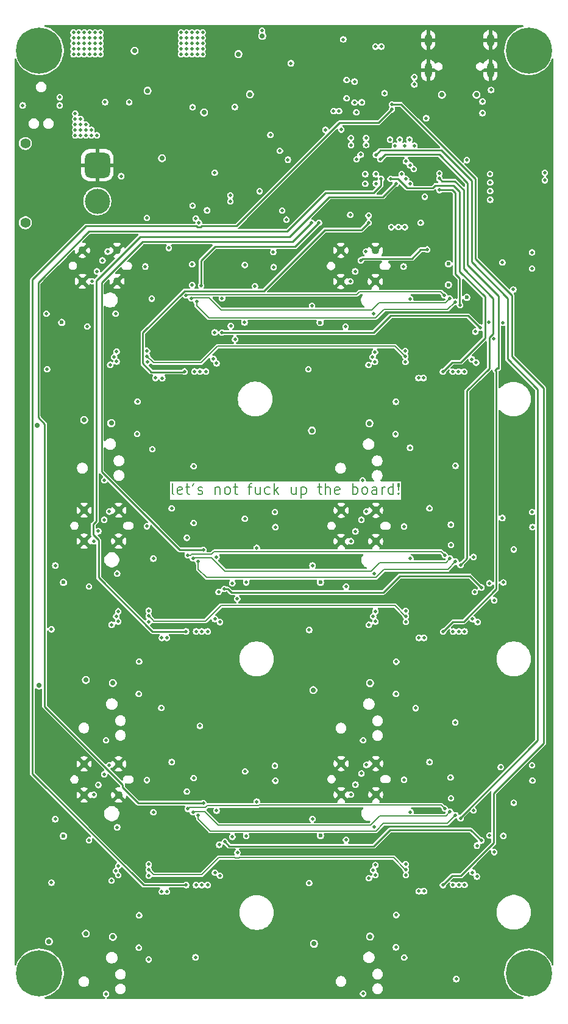
<source format=gbr>
%TF.GenerationSoftware,KiCad,Pcbnew,9.0.0*%
%TF.CreationDate,2025-05-26T21:07:57+04:00*%
%TF.ProjectId,Dumpling_Main,44756d70-6c69-46e6-975f-4d61696e2e6b,rev?*%
%TF.SameCoordinates,Original*%
%TF.FileFunction,Copper,L2,Inr*%
%TF.FilePolarity,Positive*%
%FSLAX46Y46*%
G04 Gerber Fmt 4.6, Leading zero omitted, Abs format (unit mm)*
G04 Created by KiCad (PCBNEW 9.0.0) date 2025-05-26 21:07:57*
%MOMM*%
%LPD*%
G01*
G04 APERTURE LIST*
G04 Aperture macros list*
%AMRoundRect*
0 Rectangle with rounded corners*
0 $1 Rounding radius*
0 $2 $3 $4 $5 $6 $7 $8 $9 X,Y pos of 4 corners*
0 Add a 4 corners polygon primitive as box body*
4,1,4,$2,$3,$4,$5,$6,$7,$8,$9,$2,$3,0*
0 Add four circle primitives for the rounded corners*
1,1,$1+$1,$2,$3*
1,1,$1+$1,$4,$5*
1,1,$1+$1,$6,$7*
1,1,$1+$1,$8,$9*
0 Add four rect primitives between the rounded corners*
20,1,$1+$1,$2,$3,$4,$5,0*
20,1,$1+$1,$4,$5,$6,$7,0*
20,1,$1+$1,$6,$7,$8,$9,0*
20,1,$1+$1,$8,$9,$2,$3,0*%
G04 Aperture macros list end*
%ADD10C,0.175000*%
%TA.AperFunction,NonConductor*%
%ADD11C,0.175000*%
%TD*%
%TA.AperFunction,ComponentPad*%
%ADD12C,1.100000*%
%TD*%
%TA.AperFunction,ComponentPad*%
%ADD13C,0.800000*%
%TD*%
%TA.AperFunction,ComponentPad*%
%ADD14C,6.400000*%
%TD*%
%TA.AperFunction,HeatsinkPad*%
%ADD15C,1.100000*%
%TD*%
%TA.AperFunction,ComponentPad*%
%ADD16O,1.000000X2.100000*%
%TD*%
%TA.AperFunction,ComponentPad*%
%ADD17O,1.000000X1.800000*%
%TD*%
%TA.AperFunction,ComponentPad*%
%ADD18C,1.400000*%
%TD*%
%TA.AperFunction,ComponentPad*%
%ADD19RoundRect,0.770000X0.980000X-0.980000X0.980000X0.980000X-0.980000X0.980000X-0.980000X-0.980000X0*%
%TD*%
%TA.AperFunction,ComponentPad*%
%ADD20C,3.500000*%
%TD*%
%TA.AperFunction,ViaPad*%
%ADD21C,0.500000*%
%TD*%
%TA.AperFunction,ViaPad*%
%ADD22C,0.700000*%
%TD*%
%TA.AperFunction,ViaPad*%
%ADD23C,0.600000*%
%TD*%
%TA.AperFunction,Conductor*%
%ADD24C,0.250000*%
%TD*%
%TA.AperFunction,Conductor*%
%ADD25C,0.200000*%
%TD*%
G04 APERTURE END LIST*
D10*
D11*
X115686559Y-109557328D02*
X115543702Y-109485900D01*
X115543702Y-109485900D02*
X115472273Y-109343042D01*
X115472273Y-109343042D02*
X115472273Y-108057328D01*
X116829416Y-109485900D02*
X116686559Y-109557328D01*
X116686559Y-109557328D02*
X116400845Y-109557328D01*
X116400845Y-109557328D02*
X116257987Y-109485900D01*
X116257987Y-109485900D02*
X116186559Y-109343042D01*
X116186559Y-109343042D02*
X116186559Y-108771614D01*
X116186559Y-108771614D02*
X116257987Y-108628757D01*
X116257987Y-108628757D02*
X116400845Y-108557328D01*
X116400845Y-108557328D02*
X116686559Y-108557328D01*
X116686559Y-108557328D02*
X116829416Y-108628757D01*
X116829416Y-108628757D02*
X116900845Y-108771614D01*
X116900845Y-108771614D02*
X116900845Y-108914471D01*
X116900845Y-108914471D02*
X116186559Y-109057328D01*
X117329416Y-108557328D02*
X117900844Y-108557328D01*
X117543701Y-108057328D02*
X117543701Y-109343042D01*
X117543701Y-109343042D02*
X117615130Y-109485900D01*
X117615130Y-109485900D02*
X117757987Y-109557328D01*
X117757987Y-109557328D02*
X117900844Y-109557328D01*
X118472273Y-108057328D02*
X118329416Y-108343042D01*
X119043702Y-109485900D02*
X119186559Y-109557328D01*
X119186559Y-109557328D02*
X119472273Y-109557328D01*
X119472273Y-109557328D02*
X119615130Y-109485900D01*
X119615130Y-109485900D02*
X119686559Y-109343042D01*
X119686559Y-109343042D02*
X119686559Y-109271614D01*
X119686559Y-109271614D02*
X119615130Y-109128757D01*
X119615130Y-109128757D02*
X119472273Y-109057328D01*
X119472273Y-109057328D02*
X119257988Y-109057328D01*
X119257988Y-109057328D02*
X119115130Y-108985900D01*
X119115130Y-108985900D02*
X119043702Y-108843042D01*
X119043702Y-108843042D02*
X119043702Y-108771614D01*
X119043702Y-108771614D02*
X119115130Y-108628757D01*
X119115130Y-108628757D02*
X119257988Y-108557328D01*
X119257988Y-108557328D02*
X119472273Y-108557328D01*
X119472273Y-108557328D02*
X119615130Y-108628757D01*
X121472273Y-108557328D02*
X121472273Y-109557328D01*
X121472273Y-108700185D02*
X121543702Y-108628757D01*
X121543702Y-108628757D02*
X121686559Y-108557328D01*
X121686559Y-108557328D02*
X121900845Y-108557328D01*
X121900845Y-108557328D02*
X122043702Y-108628757D01*
X122043702Y-108628757D02*
X122115131Y-108771614D01*
X122115131Y-108771614D02*
X122115131Y-109557328D01*
X123043702Y-109557328D02*
X122900845Y-109485900D01*
X122900845Y-109485900D02*
X122829416Y-109414471D01*
X122829416Y-109414471D02*
X122757988Y-109271614D01*
X122757988Y-109271614D02*
X122757988Y-108843042D01*
X122757988Y-108843042D02*
X122829416Y-108700185D01*
X122829416Y-108700185D02*
X122900845Y-108628757D01*
X122900845Y-108628757D02*
X123043702Y-108557328D01*
X123043702Y-108557328D02*
X123257988Y-108557328D01*
X123257988Y-108557328D02*
X123400845Y-108628757D01*
X123400845Y-108628757D02*
X123472274Y-108700185D01*
X123472274Y-108700185D02*
X123543702Y-108843042D01*
X123543702Y-108843042D02*
X123543702Y-109271614D01*
X123543702Y-109271614D02*
X123472274Y-109414471D01*
X123472274Y-109414471D02*
X123400845Y-109485900D01*
X123400845Y-109485900D02*
X123257988Y-109557328D01*
X123257988Y-109557328D02*
X123043702Y-109557328D01*
X123972274Y-108557328D02*
X124543702Y-108557328D01*
X124186559Y-108057328D02*
X124186559Y-109343042D01*
X124186559Y-109343042D02*
X124257988Y-109485900D01*
X124257988Y-109485900D02*
X124400845Y-109557328D01*
X124400845Y-109557328D02*
X124543702Y-109557328D01*
X125972274Y-108557328D02*
X126543702Y-108557328D01*
X126186559Y-109557328D02*
X126186559Y-108271614D01*
X126186559Y-108271614D02*
X126257988Y-108128757D01*
X126257988Y-108128757D02*
X126400845Y-108057328D01*
X126400845Y-108057328D02*
X126543702Y-108057328D01*
X127686560Y-108557328D02*
X127686560Y-109557328D01*
X127043702Y-108557328D02*
X127043702Y-109343042D01*
X127043702Y-109343042D02*
X127115131Y-109485900D01*
X127115131Y-109485900D02*
X127257988Y-109557328D01*
X127257988Y-109557328D02*
X127472274Y-109557328D01*
X127472274Y-109557328D02*
X127615131Y-109485900D01*
X127615131Y-109485900D02*
X127686560Y-109414471D01*
X129043703Y-109485900D02*
X128900845Y-109557328D01*
X128900845Y-109557328D02*
X128615131Y-109557328D01*
X128615131Y-109557328D02*
X128472274Y-109485900D01*
X128472274Y-109485900D02*
X128400845Y-109414471D01*
X128400845Y-109414471D02*
X128329417Y-109271614D01*
X128329417Y-109271614D02*
X128329417Y-108843042D01*
X128329417Y-108843042D02*
X128400845Y-108700185D01*
X128400845Y-108700185D02*
X128472274Y-108628757D01*
X128472274Y-108628757D02*
X128615131Y-108557328D01*
X128615131Y-108557328D02*
X128900845Y-108557328D01*
X128900845Y-108557328D02*
X129043703Y-108628757D01*
X129686559Y-109557328D02*
X129686559Y-108057328D01*
X129829417Y-108985900D02*
X130257988Y-109557328D01*
X130257988Y-108557328D02*
X129686559Y-109128757D01*
X132686560Y-108557328D02*
X132686560Y-109557328D01*
X132043702Y-108557328D02*
X132043702Y-109343042D01*
X132043702Y-109343042D02*
X132115131Y-109485900D01*
X132115131Y-109485900D02*
X132257988Y-109557328D01*
X132257988Y-109557328D02*
X132472274Y-109557328D01*
X132472274Y-109557328D02*
X132615131Y-109485900D01*
X132615131Y-109485900D02*
X132686560Y-109414471D01*
X133400845Y-108557328D02*
X133400845Y-110057328D01*
X133400845Y-108628757D02*
X133543703Y-108557328D01*
X133543703Y-108557328D02*
X133829417Y-108557328D01*
X133829417Y-108557328D02*
X133972274Y-108628757D01*
X133972274Y-108628757D02*
X134043703Y-108700185D01*
X134043703Y-108700185D02*
X134115131Y-108843042D01*
X134115131Y-108843042D02*
X134115131Y-109271614D01*
X134115131Y-109271614D02*
X134043703Y-109414471D01*
X134043703Y-109414471D02*
X133972274Y-109485900D01*
X133972274Y-109485900D02*
X133829417Y-109557328D01*
X133829417Y-109557328D02*
X133543703Y-109557328D01*
X133543703Y-109557328D02*
X133400845Y-109485900D01*
X135686560Y-108557328D02*
X136257988Y-108557328D01*
X135900845Y-108057328D02*
X135900845Y-109343042D01*
X135900845Y-109343042D02*
X135972274Y-109485900D01*
X135972274Y-109485900D02*
X136115131Y-109557328D01*
X136115131Y-109557328D02*
X136257988Y-109557328D01*
X136757988Y-109557328D02*
X136757988Y-108057328D01*
X137400846Y-109557328D02*
X137400846Y-108771614D01*
X137400846Y-108771614D02*
X137329417Y-108628757D01*
X137329417Y-108628757D02*
X137186560Y-108557328D01*
X137186560Y-108557328D02*
X136972274Y-108557328D01*
X136972274Y-108557328D02*
X136829417Y-108628757D01*
X136829417Y-108628757D02*
X136757988Y-108700185D01*
X138686560Y-109485900D02*
X138543703Y-109557328D01*
X138543703Y-109557328D02*
X138257989Y-109557328D01*
X138257989Y-109557328D02*
X138115131Y-109485900D01*
X138115131Y-109485900D02*
X138043703Y-109343042D01*
X138043703Y-109343042D02*
X138043703Y-108771614D01*
X138043703Y-108771614D02*
X138115131Y-108628757D01*
X138115131Y-108628757D02*
X138257989Y-108557328D01*
X138257989Y-108557328D02*
X138543703Y-108557328D01*
X138543703Y-108557328D02*
X138686560Y-108628757D01*
X138686560Y-108628757D02*
X138757989Y-108771614D01*
X138757989Y-108771614D02*
X138757989Y-108914471D01*
X138757989Y-108914471D02*
X138043703Y-109057328D01*
X140543702Y-109557328D02*
X140543702Y-108057328D01*
X140543702Y-108628757D02*
X140686560Y-108557328D01*
X140686560Y-108557328D02*
X140972274Y-108557328D01*
X140972274Y-108557328D02*
X141115131Y-108628757D01*
X141115131Y-108628757D02*
X141186560Y-108700185D01*
X141186560Y-108700185D02*
X141257988Y-108843042D01*
X141257988Y-108843042D02*
X141257988Y-109271614D01*
X141257988Y-109271614D02*
X141186560Y-109414471D01*
X141186560Y-109414471D02*
X141115131Y-109485900D01*
X141115131Y-109485900D02*
X140972274Y-109557328D01*
X140972274Y-109557328D02*
X140686560Y-109557328D01*
X140686560Y-109557328D02*
X140543702Y-109485900D01*
X142115131Y-109557328D02*
X141972274Y-109485900D01*
X141972274Y-109485900D02*
X141900845Y-109414471D01*
X141900845Y-109414471D02*
X141829417Y-109271614D01*
X141829417Y-109271614D02*
X141829417Y-108843042D01*
X141829417Y-108843042D02*
X141900845Y-108700185D01*
X141900845Y-108700185D02*
X141972274Y-108628757D01*
X141972274Y-108628757D02*
X142115131Y-108557328D01*
X142115131Y-108557328D02*
X142329417Y-108557328D01*
X142329417Y-108557328D02*
X142472274Y-108628757D01*
X142472274Y-108628757D02*
X142543703Y-108700185D01*
X142543703Y-108700185D02*
X142615131Y-108843042D01*
X142615131Y-108843042D02*
X142615131Y-109271614D01*
X142615131Y-109271614D02*
X142543703Y-109414471D01*
X142543703Y-109414471D02*
X142472274Y-109485900D01*
X142472274Y-109485900D02*
X142329417Y-109557328D01*
X142329417Y-109557328D02*
X142115131Y-109557328D01*
X143900846Y-109557328D02*
X143900846Y-108771614D01*
X143900846Y-108771614D02*
X143829417Y-108628757D01*
X143829417Y-108628757D02*
X143686560Y-108557328D01*
X143686560Y-108557328D02*
X143400846Y-108557328D01*
X143400846Y-108557328D02*
X143257988Y-108628757D01*
X143900846Y-109485900D02*
X143757988Y-109557328D01*
X143757988Y-109557328D02*
X143400846Y-109557328D01*
X143400846Y-109557328D02*
X143257988Y-109485900D01*
X143257988Y-109485900D02*
X143186560Y-109343042D01*
X143186560Y-109343042D02*
X143186560Y-109200185D01*
X143186560Y-109200185D02*
X143257988Y-109057328D01*
X143257988Y-109057328D02*
X143400846Y-108985900D01*
X143400846Y-108985900D02*
X143757988Y-108985900D01*
X143757988Y-108985900D02*
X143900846Y-108914471D01*
X144615131Y-109557328D02*
X144615131Y-108557328D01*
X144615131Y-108843042D02*
X144686560Y-108700185D01*
X144686560Y-108700185D02*
X144757989Y-108628757D01*
X144757989Y-108628757D02*
X144900846Y-108557328D01*
X144900846Y-108557328D02*
X145043703Y-108557328D01*
X146186560Y-109557328D02*
X146186560Y-108057328D01*
X146186560Y-109485900D02*
X146043702Y-109557328D01*
X146043702Y-109557328D02*
X145757988Y-109557328D01*
X145757988Y-109557328D02*
X145615131Y-109485900D01*
X145615131Y-109485900D02*
X145543702Y-109414471D01*
X145543702Y-109414471D02*
X145472274Y-109271614D01*
X145472274Y-109271614D02*
X145472274Y-108843042D01*
X145472274Y-108843042D02*
X145543702Y-108700185D01*
X145543702Y-108700185D02*
X145615131Y-108628757D01*
X145615131Y-108628757D02*
X145757988Y-108557328D01*
X145757988Y-108557328D02*
X146043702Y-108557328D01*
X146043702Y-108557328D02*
X146186560Y-108628757D01*
X146900845Y-109414471D02*
X146972274Y-109485900D01*
X146972274Y-109485900D02*
X146900845Y-109557328D01*
X146900845Y-109557328D02*
X146829417Y-109485900D01*
X146829417Y-109485900D02*
X146900845Y-109414471D01*
X146900845Y-109414471D02*
X146900845Y-109557328D01*
X146900845Y-108985900D02*
X146829417Y-108128757D01*
X146829417Y-108128757D02*
X146900845Y-108057328D01*
X146900845Y-108057328D02*
X146972274Y-108128757D01*
X146972274Y-108128757D02*
X146900845Y-108985900D01*
X146900845Y-108985900D02*
X146900845Y-108057328D01*
D12*
%TO.N,GND*%
%TO.C,J20*%
X138949170Y-146934422D03*
X138949170Y-151234422D03*
X143749170Y-146934422D03*
X143749170Y-151234422D03*
%TD*%
D13*
%TO.N,N/C*%
%TO.C,H1*%
X94600000Y-48000000D03*
X95302944Y-46302944D03*
X95302944Y-49697056D03*
X97000000Y-45600000D03*
D14*
X97000000Y-48000000D03*
D13*
X97000000Y-50400000D03*
X98697056Y-46302944D03*
X98697056Y-49697056D03*
X99400000Y-48000000D03*
%TD*%
%TO.N,N/C*%
%TO.C,H4*%
X162600000Y-48000000D03*
X163302944Y-46302944D03*
X163302944Y-49697056D03*
X165000000Y-45600000D03*
D14*
X165000000Y-48000000D03*
D13*
X165000000Y-50400000D03*
X166697056Y-46302944D03*
X166697056Y-49697056D03*
X167400000Y-48000000D03*
%TD*%
D12*
%TO.N,GND*%
%TO.C,J8*%
X103005500Y-75719500D03*
X103005500Y-80019500D03*
X107805500Y-75719500D03*
X107805500Y-80019500D03*
%TD*%
%TO.N,GND*%
%TO.C,J17*%
X103229352Y-146977298D03*
X103229352Y-151277298D03*
X108029352Y-146977298D03*
X108029352Y-151277298D03*
%TD*%
D15*
%TO.N,GND*%
%TO.C,J23*%
X138891670Y-75730048D03*
X138891670Y-80030048D03*
X143691670Y-75730048D03*
X143691670Y-80030048D03*
%TD*%
D13*
%TO.N,N/C*%
%TO.C,H2*%
X162600000Y-176000000D03*
X163302944Y-174302944D03*
X163302944Y-177697056D03*
X165000000Y-173600000D03*
D14*
X165000000Y-176000000D03*
D13*
X165000000Y-178400000D03*
X166697056Y-174302944D03*
X166697056Y-177697056D03*
X167400000Y-176000000D03*
%TD*%
D16*
%TO.N,GND*%
%TO.C,J3*%
X159670000Y-50740000D03*
D17*
X159670000Y-46540000D03*
D16*
X151030000Y-50740000D03*
D17*
X151030000Y-46540000D03*
%TD*%
D12*
%TO.N,GND*%
%TO.C,J11*%
X103229352Y-111777298D03*
X103229352Y-116077298D03*
X108029352Y-111777298D03*
X108029352Y-116077298D03*
%TD*%
D13*
%TO.N,N/C*%
%TO.C,H3*%
X94600000Y-176000000D03*
X95302944Y-174302944D03*
X95302944Y-177697056D03*
X97000000Y-173600000D03*
D14*
X97000000Y-176000000D03*
D13*
X97000000Y-178400000D03*
X98697056Y-174302944D03*
X98697056Y-177697056D03*
X99400000Y-176000000D03*
%TD*%
D18*
%TO.N,*%
%TO.C,J4*%
X95075000Y-71900000D03*
X95075000Y-60900000D03*
D19*
%TO.N,GND*%
X105075000Y-63900000D03*
D20*
%TO.N,Net-(J4-P)*%
X105075000Y-68900000D03*
%TD*%
D12*
%TO.N,GND*%
%TO.C,J14*%
X138949170Y-111787845D03*
X138949170Y-116087845D03*
X143749170Y-111787845D03*
X143749170Y-116087845D03*
%TD*%
D21*
%TO.N,NRST*%
X142400000Y-61100000D03*
X131970000Y-49755000D03*
X94700000Y-55600000D03*
D22*
%TO.N,GND*%
X150905075Y-86391643D03*
X118442757Y-159238893D03*
D21*
X164500000Y-52225000D03*
X102123852Y-112957798D03*
X134093670Y-121868345D03*
X111500000Y-51459500D03*
X165461170Y-77000000D03*
X158343670Y-119268345D03*
X107500000Y-105900000D03*
X98373852Y-157057798D03*
D22*
X118218905Y-86381095D03*
X151705075Y-87191643D03*
D21*
X127597500Y-65520000D03*
X103325000Y-137625000D03*
X102123852Y-148157798D03*
D22*
X117418905Y-87181095D03*
D21*
X100900000Y-78325000D03*
X103325000Y-172925000D03*
X108925000Y-78750000D03*
D22*
X152505075Y-89591643D03*
X150962575Y-125649440D03*
D21*
X158575000Y-52900000D03*
D22*
X152562575Y-124049440D03*
D21*
X158700000Y-91120000D03*
X143443670Y-177114922D03*
X103100000Y-100400000D03*
X150268670Y-142525000D03*
X107973852Y-129157798D03*
D22*
X153305075Y-88791643D03*
X116042757Y-123238893D03*
D21*
X136786170Y-78335548D03*
X123550000Y-70201000D03*
D22*
X115018905Y-89581095D03*
D21*
X134093670Y-157014922D03*
X138986170Y-100410548D03*
X103223852Y-165157798D03*
X143636170Y-93110548D03*
X138943670Y-128468345D03*
X122750000Y-97725000D03*
X158368670Y-141225000D03*
D22*
X116042757Y-160038893D03*
D21*
X111950000Y-70450000D03*
X149043670Y-164635904D03*
D22*
X116042757Y-124838893D03*
D21*
X122400000Y-83200000D03*
X149511170Y-106843905D03*
X113925000Y-106996309D03*
X158636170Y-97735548D03*
X107750000Y-93100000D03*
X112800000Y-50159500D03*
D22*
X118442757Y-160838893D03*
D21*
X149492261Y-153641331D03*
D22*
X115242757Y-157638893D03*
X150962575Y-160796017D03*
D21*
X149434761Y-82436957D03*
X138943670Y-129968345D03*
X126225000Y-61875000D03*
X143693670Y-129168345D03*
X141825000Y-56600000D03*
X112150000Y-50809500D03*
D22*
X116618905Y-89581095D03*
X116618905Y-86381095D03*
D21*
X139043670Y-172900000D03*
D22*
X118218905Y-89581095D03*
D21*
X136275000Y-57965000D03*
D22*
X115818905Y-87181095D03*
D21*
X112800000Y-50809500D03*
D22*
X118442757Y-125638893D03*
X116842757Y-157638893D03*
D21*
X103050000Y-83400000D03*
X138886170Y-92410548D03*
D22*
X115242757Y-124038893D03*
X153362575Y-158396017D03*
D21*
X103323852Y-136457798D03*
D22*
X152562575Y-125649440D03*
X115818905Y-88781095D03*
D21*
X140525000Y-63700000D03*
X150056170Y-146639922D03*
X138937575Y-126962250D03*
X148775000Y-54375000D03*
X112150000Y-51459500D03*
X158506095Y-176843905D03*
X141800000Y-52300000D03*
X158631170Y-168877422D03*
D22*
X118442757Y-157638893D03*
D21*
X114336352Y-146682798D03*
D22*
X118218905Y-87981095D03*
D21*
X151950000Y-71900000D03*
X135750000Y-53900000D03*
X111500000Y-50809500D03*
X122906095Y-141722596D03*
X138936170Y-83410548D03*
X112150000Y-50159500D03*
X122500000Y-105700000D03*
X114336352Y-111482798D03*
X157143670Y-115893345D03*
X137843670Y-112968345D03*
X144811170Y-78760548D03*
X129748852Y-148187798D03*
X129748852Y-112987798D03*
X121100000Y-79200000D03*
X144868670Y-149964922D03*
X126680000Y-51379500D03*
D22*
X150962575Y-159196017D03*
X150962575Y-124049440D03*
D21*
X137843670Y-148114922D03*
X94700000Y-56870000D03*
X150100000Y-177900000D03*
X152200000Y-52900000D03*
X151650000Y-57375000D03*
X111975000Y-93950000D03*
D22*
X116042757Y-158438893D03*
D21*
X122623852Y-119257798D03*
X113323852Y-129478780D03*
X103000000Y-93900000D03*
X103223852Y-128457798D03*
X138943670Y-163614922D03*
X134155000Y-64550000D03*
X117425000Y-95125000D03*
X143443670Y-141968345D03*
X122925000Y-162300000D03*
D22*
X152562575Y-159196017D03*
D21*
X143386170Y-105910548D03*
X155400000Y-52900000D03*
D22*
X117418905Y-88781095D03*
X154105075Y-86391643D03*
D21*
X103273852Y-154657798D03*
X139050000Y-137725000D03*
X125955000Y-51379500D03*
D22*
X115242757Y-122438893D03*
D21*
X113323852Y-164678780D03*
D22*
X151705075Y-88791643D03*
D21*
X139043670Y-136468345D03*
X103000000Y-92400000D03*
D22*
X117642757Y-158438893D03*
D21*
X165468670Y-148144922D03*
D22*
X116842757Y-159238893D03*
D21*
X143693670Y-164314922D03*
D22*
X116618905Y-87981095D03*
D21*
X103125000Y-101650000D03*
D23*
X157400000Y-82250000D03*
D21*
X153368670Y-131193345D03*
D22*
X117642757Y-160038893D03*
D21*
X132930000Y-49755000D03*
X150056170Y-111493345D03*
X102993905Y-90893905D03*
X107973852Y-164357798D03*
D22*
X115242757Y-159238893D03*
X151762575Y-158396017D03*
X154162575Y-125649440D03*
D21*
X122973852Y-168982798D03*
D22*
X117642757Y-124838893D03*
D21*
X121423852Y-115882798D03*
X158693670Y-133793345D03*
X101123852Y-149582798D03*
X153368670Y-166339922D03*
D22*
X152505075Y-87991643D03*
X154162575Y-124049440D03*
D21*
X123406095Y-177193905D03*
X136843670Y-114393345D03*
X103217757Y-162151703D03*
X148986170Y-93431530D03*
X133195000Y-69800000D03*
X165468670Y-112998345D03*
X114006095Y-178143905D03*
X136843670Y-149539922D03*
X113548591Y-82426409D03*
D22*
X116842757Y-122438893D03*
D21*
X155350000Y-46540000D03*
D22*
X115018905Y-87981095D03*
D21*
X149043655Y-129500000D03*
D22*
X154162575Y-157596017D03*
D21*
X158406095Y-105643905D03*
D22*
X115242757Y-160838893D03*
X153362575Y-124849440D03*
D21*
X113772443Y-118484207D03*
X103223852Y-163657798D03*
X101123852Y-114382798D03*
X149075000Y-48500000D03*
X167250000Y-67050000D03*
X113772443Y-153684207D03*
D22*
X116842757Y-124038893D03*
D21*
X142300000Y-49300000D03*
X125955000Y-52079500D03*
X125955000Y-50704500D03*
D22*
X151762575Y-123249440D03*
D21*
X139043670Y-171614922D03*
D22*
X152505075Y-86391643D03*
D21*
X112800000Y-51459500D03*
D22*
X116842757Y-160838893D03*
D21*
X101900000Y-76900000D03*
X117648852Y-166382798D03*
X122973852Y-133782798D03*
X103217757Y-126951703D03*
D22*
X151762575Y-159996017D03*
X116842757Y-125638893D03*
D21*
X138886170Y-93910548D03*
D22*
X154162575Y-159196017D03*
D21*
X122625000Y-91400000D03*
X126680000Y-50704500D03*
X122900000Y-127100000D03*
X114750000Y-78000000D03*
X150653907Y-77970995D03*
X158525000Y-162200000D03*
X103223852Y-129957798D03*
X158343670Y-154414922D03*
D22*
X154105075Y-87991643D03*
D21*
X122623852Y-154457798D03*
X144868670Y-114818345D03*
X165512500Y-57687500D03*
X103323852Y-171657798D03*
X98373852Y-121857798D03*
X138937575Y-162108827D03*
X109148852Y-114807798D03*
X103273852Y-119457798D03*
X117648852Y-131182798D03*
D22*
X118442757Y-124038893D03*
D21*
X159975000Y-72775000D03*
D22*
X151762575Y-124849440D03*
X152562575Y-157596017D03*
X152562575Y-160796017D03*
X117642757Y-123238893D03*
X118442757Y-122438893D03*
D21*
X98150000Y-85800000D03*
X134036170Y-85810548D03*
X129525000Y-76930000D03*
X137786170Y-76910548D03*
X138880075Y-90904453D03*
X138943670Y-165114922D03*
X111500000Y-50159500D03*
D22*
X154162575Y-160796017D03*
D21*
X113806095Y-142943905D03*
D22*
X150905075Y-87991643D03*
D21*
X153311170Y-95135548D03*
D22*
X154105075Y-89591643D03*
X154162575Y-122449440D03*
D21*
X139000000Y-101600000D03*
X138993670Y-154614922D03*
X107723852Y-141957798D03*
D23*
X139340000Y-71787500D03*
D22*
X150905075Y-89591643D03*
X152562575Y-122449440D03*
D21*
X107723852Y-177157798D03*
D22*
X115242757Y-125638893D03*
D21*
X149492261Y-118494754D03*
X157143670Y-151039922D03*
X138993670Y-119468345D03*
X109148852Y-150007798D03*
D22*
X153362575Y-159996017D03*
D21*
X158700000Y-127000000D03*
X127455000Y-50704500D03*
D22*
X153362575Y-123249440D03*
X153305075Y-87191643D03*
D21*
X121423852Y-151082798D03*
D22*
X150962575Y-122449440D03*
X115018905Y-86381095D03*
X150962575Y-157596017D03*
D21*
%TO.N,co1_NRST*%
X117175000Y-92530913D03*
X142750000Y-71900000D03*
X112700000Y-103300000D03*
%TO.N,VIN*%
X102000000Y-59000000D03*
D22*
X135177190Y-171922810D03*
D21*
X102750000Y-58250000D03*
D22*
X135077190Y-136722810D03*
D21*
X103500000Y-59000000D03*
X102750000Y-59750000D03*
D22*
X103250000Y-99250000D03*
D21*
X102000000Y-58250000D03*
X102000000Y-56750000D03*
X103500000Y-59750000D03*
X103500000Y-58250000D03*
D22*
X103473852Y-170507798D03*
D21*
X102750000Y-57500000D03*
X104250000Y-59750000D03*
X102000000Y-57500000D03*
X104250000Y-59000000D03*
D22*
X103473852Y-135307798D03*
D21*
X102750000Y-59000000D03*
D22*
X134877190Y-100722810D03*
D21*
X105000000Y-59750000D03*
X102000000Y-59750000D03*
%TO.N,+5V*%
X118950000Y-47750000D03*
X119700000Y-46250000D03*
D22*
X96950000Y-136100000D03*
X107000000Y-99700000D03*
D21*
X118950000Y-47000000D03*
X139250000Y-46450000D03*
X117450000Y-48500000D03*
D22*
X142886170Y-99710548D03*
D21*
X116700000Y-48500000D03*
D22*
X142943670Y-135768345D03*
D21*
X118200000Y-47750000D03*
D22*
X98350000Y-171600000D03*
X107223852Y-170957798D03*
D21*
X118200000Y-45500000D03*
X127950000Y-45249982D03*
X119700000Y-48500000D03*
X116700000Y-46250000D03*
X118200000Y-46250000D03*
X116700000Y-45500000D03*
D22*
X127980000Y-45979500D03*
D21*
X118200000Y-48500000D03*
X118200000Y-47000000D03*
X118950000Y-45500000D03*
X118950000Y-48500000D03*
D22*
X107223852Y-135757798D03*
D21*
X117450000Y-45500000D03*
X119700000Y-47000000D03*
X118950000Y-46250000D03*
X117450000Y-47000000D03*
X117450000Y-46250000D03*
D22*
X96750000Y-100000000D03*
D21*
X116700000Y-47000000D03*
X116700000Y-47750000D03*
X119700000Y-45500000D03*
D22*
X119900000Y-56600000D03*
D21*
X119700000Y-47750000D03*
X159750000Y-53475000D03*
X117450000Y-47750000D03*
D22*
X142943670Y-170914922D03*
D21*
%TO.N,co2_NRST*%
X153061170Y-92541461D03*
X148500000Y-103100000D03*
X145800000Y-65800000D03*
%TO.N,co3_NRST*%
X113950000Y-139200000D03*
X117398852Y-128588711D03*
X146550000Y-66450000D03*
%TO.N,co4_NRST*%
X149300000Y-139231655D03*
X153118670Y-128599258D03*
X144380913Y-63094087D03*
%TO.N,co5_NRST*%
X146000000Y-56162837D03*
X117398852Y-163788711D03*
X112200000Y-174100000D03*
%TO.N,co6_NRST*%
X153082252Y-163782252D03*
X146000000Y-55462834D03*
X147700000Y-173839221D03*
%TO.N,VBUS*%
X111737500Y-77950000D03*
X147681170Y-114018345D03*
X106500000Y-75900000D03*
X140241670Y-80010548D03*
X147681170Y-149164922D03*
D22*
X114050000Y-62937500D03*
X157750000Y-54137500D03*
X152950000Y-54137500D03*
D21*
X111961352Y-114007798D03*
X106723852Y-111957798D03*
X104355500Y-80000000D03*
X142386170Y-75910548D03*
X111961352Y-149207798D03*
X140299170Y-116068345D03*
X106723852Y-147157798D03*
X142443670Y-111968345D03*
X104579352Y-116057798D03*
X140299170Y-151214922D03*
X142443670Y-147114922D03*
X104579352Y-151257798D03*
X147623670Y-77960548D03*
%TO.N,RGB_LED*%
X130425000Y-61900000D03*
X140297250Y-60127520D03*
D23*
%TO.N,co1_RGB_LED*%
X100132095Y-85724000D03*
D21*
X123600000Y-86200000D03*
%TO.N,co2_RGB_LED*%
X159487731Y-85700000D03*
D23*
X136018265Y-85734548D03*
%TO.N,co3_RGB_LED*%
X100355947Y-121781798D03*
D21*
X123823852Y-121900000D03*
D23*
%TO.N,co4_RGB_LED*%
X136075765Y-121792345D03*
D21*
X159543670Y-121900000D03*
%TO.N,co5_RGB_LED*%
X123823852Y-157100000D03*
D23*
X100355947Y-156981798D03*
%TO.N,co6_RGB_LED*%
X136075765Y-156938922D03*
D21*
X159543670Y-156900000D03*
%TO.N,SWDIO*%
X99850000Y-54475000D03*
X149100000Y-61200000D03*
%TO.N,SWCLK*%
X148420924Y-60350000D03*
X99850000Y-55600000D03*
%TO.N,SDIO_D3*%
X159650000Y-66300000D03*
X147070924Y-60350000D03*
%TO.N,SDIO_D2*%
X159625000Y-65125000D03*
X147750000Y-61200000D03*
%TO.N,SDIO_CLK*%
X146400000Y-61200000D03*
X159650000Y-67500000D03*
%TO.N,SDIO_CMD*%
X145720924Y-60350000D03*
X167250000Y-64950000D03*
%TO.N,co2_USB_D-_ESD*%
X140881670Y-78640048D03*
X141671670Y-77120048D03*
X150886170Y-75600000D03*
%TO.N,co1_gpio1*%
X118550000Y-92525000D03*
X107750000Y-91150000D03*
%TO.N,co1_gpio2*%
X119350000Y-92525000D03*
X107400000Y-90500000D03*
%TO.N,co1_gpio3*%
X120156095Y-92525000D03*
X107750000Y-89750000D03*
%TO.N,co1_pwr_cyc*%
X121375000Y-87100000D03*
X106850000Y-91600000D03*
%TO.N,co1_gpio4*%
X121200000Y-90806095D03*
X103673905Y-86300000D03*
%TO.N,co1_USB_D-_ESD*%
X105785500Y-77109500D03*
X104995500Y-78629500D03*
X115000000Y-75400000D03*
%TO.N,co2_gpio4*%
X157100000Y-90825000D03*
X139560075Y-86310548D03*
%TO.N,co2_gpio1*%
X154436170Y-92535548D03*
X143637517Y-91160480D03*
%TO.N,co2_pwr_cyc*%
X142736170Y-91610548D03*
X157600000Y-87000000D03*
%TO.N,co2_gpio3*%
X156042265Y-92535548D03*
X143636170Y-89860548D03*
%TO.N,co2_gpio2*%
X143300000Y-90510548D03*
X155236170Y-92535548D03*
%TO.N,co3_USB_D-_ESD*%
X106029352Y-113100000D03*
X115400000Y-111500000D03*
X105219352Y-114687298D03*
%TO.N,co3_gpio1*%
X107973852Y-127207798D03*
X118773852Y-128582798D03*
%TO.N,co3_gpio3*%
X107973852Y-125807798D03*
X120379947Y-128582798D03*
%TO.N,co3_pwr_cyc*%
X107073852Y-127657798D03*
X121900000Y-123100000D03*
%TO.N,co3_gpio2*%
X119573852Y-128582798D03*
X107700000Y-126500000D03*
%TO.N,co3_gpio4*%
X103897757Y-122357798D03*
X121400000Y-126863893D03*
%TO.N,co4_USB_D-_ESD*%
X140939170Y-114697845D03*
X141749170Y-113100000D03*
X151200000Y-111500000D03*
%TO.N,co4_gpio3*%
X143693670Y-125800000D03*
X156099765Y-128593345D03*
%TO.N,co4_gpio2*%
X155293670Y-128593345D03*
X143400000Y-126500000D03*
%TO.N,co4_gpio1*%
X143693670Y-127218345D03*
X154493670Y-128593345D03*
%TO.N,co4_pwr_cyc*%
X157500000Y-123100000D03*
X142793670Y-127668345D03*
%TO.N,co4_gpio4*%
X139617575Y-122368345D03*
X157200000Y-126874440D03*
%TO.N,co5_USB_D-_ESD*%
X106021477Y-148407875D03*
X115400000Y-146700000D03*
X105219352Y-149887298D03*
%TO.N,co5_gpio1*%
X107973852Y-162407798D03*
X118773852Y-163782798D03*
%TO.N,co5_gpio3*%
X120379947Y-163782798D03*
X107981926Y-161112344D03*
%TO.N,co5_pwr_cyc*%
X122000000Y-158200000D03*
X107050000Y-163150000D03*
%TO.N,co5_gpio4*%
X103897757Y-157557798D03*
X121400000Y-162063893D03*
%TO.N,co5_gpio2*%
X119573852Y-163782798D03*
X107623852Y-161801581D03*
%TO.N,co6_USB_D-_ESD*%
X151200000Y-146700000D03*
X140939170Y-149844422D03*
X141749170Y-148300000D03*
%TO.N,co6_gpio3*%
X143693670Y-161000000D03*
X156099765Y-163739922D03*
%TO.N,co6_gpio4*%
X157200000Y-162021017D03*
X139617575Y-157514922D03*
%TO.N,co6_gpio2*%
X155293670Y-163739922D03*
X143400000Y-161714922D03*
%TO.N,co6_pwr_cyc*%
X142793670Y-162814922D03*
X157800000Y-158300000D03*
%TO.N,co6_gpio1*%
X154493670Y-163739922D03*
X143693670Y-162364922D03*
%TO.N,VBAT*%
X108375000Y-65425000D03*
%TO.N,BOOT0*%
X142400000Y-60150000D03*
X139700000Y-54615000D03*
%TO.N,Net-(SW1-B)*%
X158575000Y-56675000D03*
X139700000Y-52090000D03*
%TO.N,buzzer*%
X140306587Y-61106587D03*
X131550000Y-63150000D03*
%TO.N,co1_FLASH_HOLD*%
X111966457Y-89656251D03*
X125550000Y-77750000D03*
%TO.N,co1_FLASH_WP*%
X118250000Y-77650000D03*
X114100000Y-93450000D03*
%TO.N,I2C1_SDA*%
X118750000Y-71325000D03*
X140800000Y-55200000D03*
%TO.N,I2C1_SCL*%
X141800000Y-55187500D03*
X119187500Y-71900000D03*
%TO.N,I2C2_SDA*%
X147918670Y-126468345D03*
X112198852Y-161657798D03*
X112198852Y-126457798D03*
X111975000Y-90400000D03*
X147918670Y-161614922D03*
X147861170Y-90410548D03*
X147800000Y-72500000D03*
%TO.N,I2C2_SCL*%
X122773852Y-157750000D03*
X158400000Y-122500000D03*
X146885000Y-72485000D03*
X158400000Y-157600000D03*
X158225000Y-86425000D03*
X122700000Y-122700000D03*
X122400000Y-87125000D03*
%TO.N,Trigger*%
X160212083Y-124273440D03*
X160144087Y-88019087D03*
X124500000Y-124050000D03*
X124200000Y-88050000D03*
X124525000Y-159300000D03*
X136750000Y-59000000D03*
X160213083Y-159200000D03*
%TO.N,co2_FLASH_HOLD*%
X161350000Y-77400000D03*
X147852627Y-89666799D03*
D23*
%TO.N,co2_FLASH_WP*%
X153850000Y-77600000D03*
D21*
X150386158Y-93435481D03*
%TO.N,co3_FLASH_HOLD*%
X112190309Y-125714049D03*
X125550000Y-112950000D03*
%TO.N,co3_FLASH_WP*%
X118450000Y-113550000D03*
X114723840Y-129482731D03*
%TO.N,co4_FLASH_HOLD*%
X161350000Y-112850000D03*
X147910127Y-125724596D03*
%TO.N,co4_FLASH_WP*%
X150443658Y-129493278D03*
X154172610Y-113776947D03*
%TO.N,co5_FLASH_HOLD*%
X125600000Y-148000000D03*
X112190309Y-160914049D03*
%TO.N,co5_FLASH_WP*%
X118450000Y-148950000D03*
X114723840Y-164682731D03*
%TO.N,co6_FLASH_HOLD*%
X147910127Y-160871173D03*
X161100000Y-147400000D03*
%TO.N,co6_FLASH_WP*%
X154150000Y-148850000D03*
X150443658Y-164639855D03*
%TO.N,SPI1_MOSI*%
X143750000Y-66450000D03*
X131350000Y-71450000D03*
%TO.N,SPI1_MISO*%
X123550000Y-68925000D03*
X143750000Y-65150000D03*
%TO.N,SPI1_SCK*%
X130750000Y-70200000D03*
X142300000Y-66475000D03*
%TO.N,SPI1_NSS*%
X142300000Y-65150000D03*
X123550000Y-68100000D03*
%TO.N,SPI2_MOSI*%
X153286170Y-81960548D03*
X117400000Y-81950000D03*
X117623852Y-118007798D03*
X147350000Y-65150000D03*
X153343670Y-118018345D03*
X153343670Y-153164922D03*
X117623852Y-153207798D03*
%TO.N,SPI2_MISO*%
X154068670Y-153614922D03*
X118348852Y-118457798D03*
X147950000Y-65800000D03*
X154011170Y-82410548D03*
X118348852Y-153657798D03*
X154068670Y-118468345D03*
X118125000Y-82400000D03*
%TO.N,SPI2_SCK*%
X154761170Y-82860548D03*
X118875000Y-82850000D03*
X154818670Y-118918345D03*
X119098852Y-118907798D03*
X148536826Y-66463174D03*
X154818670Y-154064922D03*
X119098852Y-154107798D03*
%TO.N,SPI2_NSS1*%
X119500000Y-80600000D03*
X98100000Y-92200000D03*
X135850000Y-71900000D03*
%TO.N,SPI2_NSS3*%
X98700000Y-128300000D03*
X119798852Y-117300000D03*
X134850000Y-71900000D03*
%TO.N,co3_SPI1_MOSI*%
X125742265Y-121789385D03*
X127211352Y-117000000D03*
%TO.N,co1_SPI1_MOSI*%
X126975000Y-80700000D03*
X125518413Y-85731587D03*
%TO.N,SPI2_NSS2*%
X155461170Y-83310548D03*
X134400000Y-92210548D03*
X152600000Y-67350000D03*
%TO.N,SPI2_NSS4*%
X155518670Y-119368345D03*
X152600000Y-65750003D03*
X134500000Y-128400000D03*
%TO.N,co4_SPI1_MOSI*%
X162918670Y-117218345D03*
X161462083Y-121799932D03*
%TO.N,co2_SPI1_MOSI*%
X162861170Y-81160548D03*
X161404583Y-85742135D03*
%TO.N,SPI2_NSS5*%
X119798852Y-152400000D03*
X144500000Y-65800000D03*
X98700000Y-163457798D03*
%TO.N,co5_SPI1_MOSI*%
X127211352Y-152200000D03*
X125742265Y-156989385D03*
%TO.N,SPI2_NSS6*%
X155518670Y-154514922D03*
X143750000Y-62463174D03*
X134500000Y-163500000D03*
%TO.N,co6_SPI1_MOSI*%
X162918670Y-152364922D03*
X161462083Y-156946509D03*
%TO.N,USART_TX*%
X137900000Y-56400000D03*
X141075000Y-63100000D03*
%TO.N,I2C3_SDA*%
X149038654Y-64442168D03*
X143696733Y-47446680D03*
%TO.N,USART_RX*%
X141650000Y-62450000D03*
X138650000Y-56400000D03*
D22*
%TO.N,Net-(U25-SW)*%
X110250000Y-48019000D03*
X112050000Y-53569000D03*
%TO.N,Net-(U26-SW)*%
X124680000Y-48489000D03*
X126261000Y-54070000D03*
D21*
%TO.N,Net-(U25-EN)*%
X106150000Y-55150000D03*
X109499000Y-55169000D03*
%TO.N,Net-(U26-EN)*%
X124180000Y-55839000D03*
X118300000Y-55850000D03*
%TO.N,I2C3_SCL*%
X148500000Y-63900000D03*
X144509880Y-47446707D03*
%TO.N,IMU_INT*%
X149100000Y-52710000D03*
X147968506Y-63378321D03*
%TO.N,SDIO_D7*%
X152600000Y-65050000D03*
X159650000Y-68700000D03*
%TO.N,+3V3*%
X122100000Y-127300000D03*
X121374936Y-64950064D03*
X154931095Y-176818905D03*
X141992261Y-143694754D03*
X154193670Y-116593345D03*
X121623852Y-118257798D03*
X141992261Y-178841331D03*
X99223852Y-119438915D03*
X146594670Y-167928831D03*
X103250000Y-47000000D03*
X112223852Y-162457798D03*
X165518670Y-114118345D03*
X110651000Y-96713909D03*
X118250000Y-80525000D03*
X146537170Y-96724457D03*
X102500000Y-47000000D03*
X129100000Y-59700000D03*
X129798852Y-149307798D03*
X105500000Y-47000000D03*
X117500000Y-115600000D03*
X122400000Y-82400000D03*
X102500000Y-46250000D03*
X142750000Y-70900000D03*
X148568670Y-153639922D03*
X102500000Y-45500000D03*
X104000000Y-47000000D03*
X112848852Y-118482798D03*
X165462083Y-147171509D03*
X138950000Y-58955000D03*
X154831095Y-105618905D03*
X105500000Y-47750000D03*
X141055243Y-56568407D03*
X104750000Y-47000000D03*
X129742265Y-112014385D03*
X104750000Y-47750000D03*
X146594670Y-132782254D03*
X150000000Y-71900000D03*
X165518670Y-149264922D03*
X99223852Y-154638915D03*
X121625000Y-91400000D03*
X105500000Y-48500000D03*
X154193670Y-151739922D03*
X149743656Y-129494218D03*
X106048591Y-107626409D03*
X147943670Y-162414922D03*
X165461170Y-76000000D03*
X118700000Y-173800000D03*
X158575000Y-55075000D03*
X101750000Y-47750000D03*
X114023838Y-129483671D03*
X165462083Y-112024932D03*
X143543670Y-120568345D03*
X107823852Y-155757798D03*
X157343670Y-118268345D03*
X111950000Y-71200003D03*
X148568670Y-118493345D03*
X114023838Y-164683671D03*
X104000000Y-48500000D03*
X143486170Y-84510548D03*
X145900000Y-72500000D03*
X144970000Y-53900000D03*
X157800000Y-162600000D03*
X102500000Y-47750000D03*
X107600000Y-84500000D03*
X105500000Y-46250000D03*
X98000000Y-84500000D03*
X140800000Y-52300000D03*
X103250000Y-48500000D03*
X122100000Y-162500000D03*
X156400000Y-63200000D03*
X110823852Y-172457798D03*
X149743656Y-164640795D03*
D23*
X153850000Y-80500000D03*
D21*
X101750000Y-45500000D03*
X106272443Y-178884207D03*
X150550000Y-68275000D03*
D23*
X156400000Y-82250000D03*
D21*
X110823852Y-137257798D03*
X101750000Y-48500000D03*
X112223852Y-127257798D03*
X118297500Y-69525000D03*
X102500000Y-48500000D03*
X148511170Y-82435548D03*
X149100000Y-51690000D03*
X129742265Y-147214385D03*
X147886170Y-91210548D03*
X150750000Y-57375000D03*
X105500000Y-45500000D03*
X112000000Y-91200000D03*
X146486170Y-101210548D03*
X103250000Y-47750000D03*
X129575000Y-78050000D03*
X146543670Y-137268345D03*
X107823852Y-120557798D03*
X157343670Y-153414922D03*
X101750000Y-47000000D03*
X110874852Y-167971707D03*
X134886170Y-83391665D03*
X157700000Y-91300000D03*
X119331095Y-141697596D03*
X104750000Y-45500000D03*
X104000000Y-47750000D03*
X127600000Y-67525000D03*
X149686156Y-93436421D03*
X129798852Y-114107798D03*
X120300000Y-70160000D03*
X129518413Y-75956587D03*
X101750000Y-46250000D03*
X143543670Y-155714922D03*
X106272443Y-143684207D03*
X146543670Y-172414922D03*
X165461170Y-78250000D03*
X104000000Y-45500000D03*
X112625000Y-82425000D03*
X104000000Y-46250000D03*
X134943670Y-119449462D03*
X167250000Y-66000000D03*
X103250000Y-46250000D03*
X157900000Y-127300000D03*
X154793670Y-141200000D03*
X110600000Y-101200000D03*
X112848852Y-153682798D03*
X117500000Y-150800000D03*
X104750000Y-46250000D03*
X147943670Y-127268345D03*
X140200000Y-70800000D03*
X118450000Y-105671309D03*
X141934761Y-107636957D03*
X103250000Y-45500000D03*
X113124127Y-93425873D03*
X110874852Y-132771707D03*
X121623852Y-153457798D03*
X134943670Y-154596039D03*
X104750000Y-48500000D03*
%TD*%
D24*
%TO.N,co1_NRST*%
X112585412Y-92600000D02*
X117105913Y-92600000D01*
X128176000Y-81374000D02*
X117161412Y-81374000D01*
X117105913Y-92600000D02*
X117175000Y-92530913D01*
X111390457Y-91405045D02*
X112585412Y-92600000D01*
X136650000Y-72900000D02*
X128176000Y-81374000D01*
X142750000Y-71900000D02*
X141750000Y-72900000D01*
X111390457Y-87144955D02*
X111390457Y-91405045D01*
X141750000Y-72900000D02*
X136650000Y-72900000D01*
X117161412Y-81374000D02*
X111390457Y-87144955D01*
%TO.N,co2_NRST*%
X158900000Y-87900000D02*
X158900000Y-82150000D01*
X154500000Y-66700000D02*
X152035410Y-66700000D01*
X155400000Y-67600000D02*
X154500000Y-66700000D01*
X155550000Y-91250000D02*
X158900000Y-87900000D01*
X158900000Y-82150000D02*
X155400000Y-78650000D01*
X153061170Y-92541461D02*
X154352631Y-91250000D01*
X155400000Y-78650000D02*
X155400000Y-67600000D01*
X152035410Y-66700000D02*
X151635410Y-67100000D01*
X154352631Y-91250000D02*
X155550000Y-91250000D01*
X151635410Y-67100000D02*
X148100000Y-67100000D01*
X146800000Y-65800000D02*
X145800000Y-65800000D01*
X148100000Y-67100000D02*
X146800000Y-65800000D01*
%TO.N,co3_NRST*%
X146550000Y-66450000D02*
X144700000Y-68300000D01*
X137300000Y-68300000D02*
X131750000Y-73850000D01*
X104931500Y-79918500D02*
X104931500Y-113268500D01*
X104489171Y-113710829D02*
X104489171Y-115153029D01*
X104489171Y-115153029D02*
X105250000Y-115913858D01*
X105250000Y-115913858D02*
X105250000Y-121098534D01*
X112751466Y-128600000D02*
X117387563Y-128600000D01*
X117387563Y-128600000D02*
X117398852Y-128588711D01*
X131750000Y-73850000D02*
X111000000Y-73850000D01*
X104931500Y-113268500D02*
X104489171Y-113710829D01*
X144700000Y-68300000D02*
X137300000Y-68300000D01*
X111000000Y-73850000D02*
X104931500Y-79918500D01*
X105250000Y-121098534D02*
X112751466Y-128600000D01*
%TO.N,co4_NRST*%
X156500000Y-66350000D02*
X156500000Y-77750000D01*
X152600000Y-62450000D02*
X156500000Y-66350000D01*
X160500000Y-92430583D02*
X160500000Y-122703960D01*
X160500000Y-122703960D02*
X155953960Y-127250000D01*
X144380913Y-63094087D02*
X145025000Y-62450000D01*
X145025000Y-62450000D02*
X152600000Y-62450000D01*
X155953960Y-127250000D02*
X154467928Y-127250000D01*
X160800000Y-82050000D02*
X160800000Y-92130583D01*
X154467928Y-127250000D02*
X153118670Y-128599258D01*
X160613830Y-92045035D02*
X160313830Y-92345035D01*
X156500000Y-77750000D02*
X160800000Y-82050000D01*
%TO.N,co5_NRST*%
X103500000Y-72350000D02*
X96052011Y-79797989D01*
X124375000Y-72350000D02*
X119552088Y-72350000D01*
X138725000Y-58000000D02*
X124375000Y-72350000D01*
X145962837Y-56162837D02*
X144125674Y-58000000D01*
X146000000Y-56162837D02*
X145962837Y-56162837D01*
X144125674Y-58000000D02*
X138725000Y-58000000D01*
X96052011Y-79797989D02*
X96052011Y-148352011D01*
X118948912Y-72476000D02*
X118822912Y-72350000D01*
X96052011Y-148352011D02*
X111488711Y-163788711D01*
X119426088Y-72476000D02*
X118948912Y-72476000D01*
X118822912Y-72350000D02*
X103500000Y-72350000D01*
X119552088Y-72350000D02*
X119426088Y-72476000D01*
X111488711Y-163788711D02*
X117398852Y-163788711D01*
%TO.N,co6_NRST*%
X154332253Y-162500000D02*
X153118670Y-163713583D01*
X160125000Y-151046685D02*
X160125000Y-157950000D01*
X146000000Y-55462834D02*
X147262834Y-55462834D01*
X167050000Y-144121685D02*
X160125000Y-151046685D01*
X157600000Y-76900000D02*
X162700000Y-82000000D01*
X167050000Y-94800000D02*
X167050000Y-144121685D01*
X162700000Y-90450000D02*
X167050000Y-94800000D01*
X147262834Y-55462834D02*
X157600000Y-65800000D01*
X157600000Y-65800000D02*
X157600000Y-76900000D01*
X160125000Y-157950000D02*
X155575000Y-162500000D01*
X155575000Y-162500000D02*
X154332253Y-162500000D01*
X153118670Y-163713583D02*
X153118670Y-163745835D01*
X162700000Y-82000000D02*
X162700000Y-90450000D01*
%TO.N,co2_USB_D-_ESD*%
X150886170Y-75600000D02*
X149996718Y-75600000D01*
X141941718Y-76850000D02*
X141671670Y-77120048D01*
X149996718Y-75600000D02*
X148746718Y-76850000D01*
X148746718Y-76850000D02*
X141941718Y-76850000D01*
D25*
%TO.N,I2C2_SDA*%
X119550000Y-162350000D02*
X121927835Y-159972165D01*
X120100000Y-127150000D02*
X122250000Y-125000000D01*
X124762225Y-159972165D02*
X146208243Y-159972165D01*
X146406596Y-89000000D02*
X147817144Y-90410548D01*
X112774852Y-127033798D02*
X112891054Y-127150000D01*
X112875000Y-91300000D02*
X119500000Y-91300000D01*
X112774852Y-162233798D02*
X112891054Y-162350000D01*
X147874644Y-126468345D02*
X147918670Y-126468345D01*
X124720497Y-160013893D02*
X124762225Y-159972165D01*
X147817144Y-90410548D02*
X147861170Y-90410548D01*
X112774852Y-162229566D02*
X112774852Y-162233798D01*
X112891054Y-127150000D02*
X120100000Y-127150000D01*
X121800000Y-89000000D02*
X146406596Y-89000000D01*
X124222305Y-159972165D02*
X124264033Y-160013893D01*
X112774852Y-127029566D02*
X112774852Y-127033798D01*
X119500000Y-91300000D02*
X121800000Y-89000000D01*
X112551000Y-90971768D02*
X112551000Y-90976000D01*
X112198852Y-161657798D02*
X112447852Y-161906798D01*
X112224000Y-90649000D02*
X112228232Y-90649000D01*
X124264033Y-160013893D02*
X124720497Y-160013893D01*
X146208243Y-159972165D02*
X147851000Y-161614922D01*
X111975000Y-90400000D02*
X112224000Y-90649000D01*
X112447852Y-126706798D02*
X112452084Y-126706798D01*
X112447852Y-161906798D02*
X112452084Y-161906798D01*
X112198852Y-126457798D02*
X112447852Y-126706798D01*
X121927835Y-159972165D02*
X124222305Y-159972165D01*
X112551000Y-90976000D02*
X112875000Y-91300000D01*
X147851000Y-161614922D02*
X147918670Y-161614922D01*
X112228232Y-90649000D02*
X112551000Y-90971768D01*
X122250000Y-125000000D02*
X146406299Y-125000000D01*
X112452084Y-161906798D02*
X112774852Y-162229566D01*
X112891054Y-162350000D02*
X119550000Y-162350000D01*
X146406299Y-125000000D02*
X147874644Y-126468345D01*
X112452084Y-126706798D02*
X112774852Y-127029566D01*
D24*
%TO.N,I2C2_SCL*%
X158225000Y-86454908D02*
X156570092Y-84800000D01*
X156570092Y-84800000D02*
X145800000Y-84800000D01*
X144767202Y-123182798D02*
X147050000Y-120900000D01*
X122773852Y-157750000D02*
X123406650Y-158382798D01*
X123682798Y-123182798D02*
X144767202Y-123182798D01*
X147050000Y-120900000D02*
X156800000Y-120900000D01*
X158225000Y-86425000D02*
X158225000Y-86454908D01*
X123200000Y-122700000D02*
X123682798Y-123182798D01*
X143475000Y-87125000D02*
X122400000Y-87125000D01*
X122700000Y-122700000D02*
X123200000Y-122700000D01*
X145700000Y-156150000D02*
X156950000Y-156150000D01*
X156800000Y-120900000D02*
X158400000Y-122500000D01*
X123406650Y-158382798D02*
X143467202Y-158382798D01*
X143467202Y-158382798D02*
X145700000Y-156150000D01*
X145800000Y-84800000D02*
X143475000Y-87125000D01*
X156950000Y-156150000D02*
X158400000Y-157600000D01*
D25*
%TO.N,SPI2_MOSI*%
X120051000Y-153000000D02*
X120300000Y-152751000D01*
X126983120Y-117551000D02*
X127439584Y-117551000D01*
X127520567Y-152670017D02*
X152848765Y-152670017D01*
X152791265Y-81465643D02*
X153286170Y-81960548D01*
X141484357Y-81465643D02*
X152791265Y-81465643D01*
X141101000Y-81849000D02*
X141484357Y-81465643D01*
X120300000Y-152751000D02*
X127439584Y-152751000D01*
X152848765Y-117523440D02*
X153343670Y-118018345D01*
X126955560Y-117523440D02*
X126983120Y-117551000D01*
X117501000Y-81849000D02*
X141101000Y-81849000D01*
X118019620Y-118007798D02*
X118127418Y-117900000D01*
X118127418Y-117900000D02*
X120900000Y-117900000D01*
X127467144Y-117523440D02*
X152848765Y-117523440D01*
X117623852Y-118007798D02*
X118019620Y-118007798D01*
X127439584Y-152751000D02*
X127520567Y-152670017D01*
X120900000Y-117900000D02*
X121276560Y-117523440D01*
X152848765Y-152670017D02*
X153343670Y-153164922D01*
X127439584Y-117551000D02*
X127467144Y-117523440D01*
X121276560Y-117523440D02*
X126955560Y-117523440D01*
X117623852Y-153207798D02*
X117831650Y-153000000D01*
X117400000Y-81950000D02*
X117501000Y-81849000D01*
X117831650Y-153000000D02*
X120051000Y-153000000D01*
%TO.N,SPI2_MISO*%
X143132783Y-120200000D02*
X144287029Y-119045754D01*
X144229529Y-82987957D02*
X153433761Y-82987957D01*
X120599000Y-82299000D02*
X122300000Y-84000000D01*
X118348852Y-153657798D02*
X118449852Y-153556798D01*
X153433761Y-82987957D02*
X154011170Y-82410548D01*
X142992670Y-155486690D02*
X144287029Y-154192331D01*
X118348852Y-118457798D02*
X118449852Y-118356798D01*
X118226000Y-82299000D02*
X120599000Y-82299000D01*
X118449852Y-153556798D02*
X119956798Y-153556798D01*
X120943620Y-118356798D02*
X122786822Y-120200000D01*
X143217486Y-84000000D02*
X144229529Y-82987957D01*
X122786822Y-120200000D02*
X143132783Y-120200000D01*
X118125000Y-82400000D02*
X118226000Y-82299000D01*
X119956798Y-153556798D02*
X121886690Y-155486690D01*
X153491261Y-154192331D02*
X154068670Y-153614922D01*
X121886690Y-155486690D02*
X142992670Y-155486690D01*
X118449852Y-118356798D02*
X120943620Y-118356798D01*
X122300000Y-84000000D02*
X143217486Y-84000000D01*
X144287029Y-119045754D02*
X153491261Y-119045754D01*
X144287029Y-154192331D02*
X153491261Y-154192331D01*
X153491261Y-119045754D02*
X154068670Y-118468345D01*
%TO.N,SPI2_SCK*%
X120727744Y-156265922D02*
X143771902Y-156265922D01*
X143771902Y-156265922D02*
X144837824Y-155200000D01*
X119098852Y-118907798D02*
X119098852Y-119980566D01*
X143771902Y-121119345D02*
X144891247Y-120000000D01*
X120237631Y-121119345D02*
X143771902Y-121119345D01*
X153683592Y-155200000D02*
X154818670Y-154064922D01*
X144837824Y-155200000D02*
X153683592Y-155200000D01*
X120557316Y-85061548D02*
X143714402Y-85061548D01*
X144875950Y-83900000D02*
X153721718Y-83900000D01*
X153721718Y-83900000D02*
X154761170Y-82860548D01*
X153737014Y-120000000D02*
X154818669Y-118918345D01*
X144891247Y-120000000D02*
X153737014Y-120000000D01*
X154818669Y-118918345D02*
X154818670Y-118918345D01*
X119098852Y-154637030D02*
X120727744Y-156265922D01*
X143714402Y-85061548D02*
X144875950Y-83900000D01*
X119098852Y-154107798D02*
X119098852Y-154637030D01*
X118875000Y-82850000D02*
X118875000Y-83379232D01*
X119098852Y-119980566D02*
X120237631Y-121119345D01*
X118875000Y-83379232D02*
X120557316Y-85061548D01*
D24*
%TO.N,SPI2_NSS1*%
X121400000Y-75200000D02*
X132550000Y-75200000D01*
X119500000Y-80600000D02*
X119500000Y-77100000D01*
X132550000Y-75200000D02*
X135850000Y-71900000D01*
X119500000Y-77100000D02*
X121400000Y-75200000D01*
%TO.N,SPI2_NSS3*%
X111323134Y-74550000D02*
X105650000Y-80223134D01*
X134850000Y-71900000D02*
X132200000Y-74550000D01*
X105650000Y-80223134D02*
X105650000Y-106413230D01*
X132200000Y-74550000D02*
X111323134Y-74550000D01*
X116536770Y-117300000D02*
X119798852Y-117300000D01*
X105650000Y-106413230D02*
X116536770Y-117300000D01*
%TO.N,SPI2_NSS2*%
X154816711Y-79016711D02*
X155424000Y-79624000D01*
X155424000Y-79624000D02*
X155424000Y-83273378D01*
X154400001Y-67350000D02*
X154816711Y-67766710D01*
X152600000Y-67350000D02*
X154400001Y-67350000D01*
X155424000Y-83273378D02*
X155461170Y-83310548D01*
X154816711Y-67766710D02*
X154816711Y-79016711D01*
%TO.N,SPI2_NSS4*%
X154700000Y-66100000D02*
X155950000Y-67350000D01*
X155950000Y-78250000D02*
X160062731Y-82362731D01*
X160062731Y-87287269D02*
X159500000Y-87850000D01*
X152600003Y-65750000D02*
X152950003Y-66100000D01*
X156400000Y-95200000D02*
X156400000Y-118487015D01*
X160062731Y-82362731D02*
X160062731Y-87287269D01*
X156400000Y-118487015D02*
X155518670Y-119368345D01*
X159500000Y-87850000D02*
X159500000Y-92100000D01*
X152950003Y-66100000D02*
X154700000Y-66100000D01*
X155950000Y-67350000D02*
X155950000Y-78250000D01*
X159500000Y-92100000D02*
X156400000Y-95200000D01*
%TO.N,SPI2_NSS5*%
X96850000Y-80150000D02*
X96850000Y-98924000D01*
X108572852Y-150246386D02*
X110726466Y-152400000D01*
X103900000Y-73100000D02*
X96850000Y-80150000D01*
X144450000Y-65899519D02*
X144450000Y-66750000D01*
X144450000Y-66750000D02*
X143450000Y-67750000D01*
X144549519Y-65800000D02*
X144450000Y-65899519D01*
X97747852Y-99821852D02*
X97747852Y-139008185D01*
X110726466Y-152400000D02*
X119798852Y-152400000D01*
X131400000Y-73100000D02*
X103900000Y-73100000D01*
X108572852Y-149833185D02*
X108572852Y-150246386D01*
X96850000Y-98924000D02*
X97747852Y-99821852D01*
X136750000Y-67750000D02*
X131400000Y-73100000D01*
X143450000Y-67750000D02*
X136750000Y-67750000D01*
X97747852Y-139008185D02*
X108572852Y-149833185D01*
%TO.N,SPI2_NSS6*%
X162050000Y-90800000D02*
X166250000Y-95000000D01*
X143750000Y-62463174D02*
X144360181Y-61852993D01*
X157050000Y-66050000D02*
X157050000Y-77350000D01*
X157050000Y-77350000D02*
X162050000Y-82350000D01*
X144360181Y-61852993D02*
X152852993Y-61852993D01*
X166250000Y-95000000D02*
X166250000Y-143694004D01*
X152852993Y-61852993D02*
X157050000Y-66050000D01*
X166250000Y-143694004D02*
X155518670Y-154425334D01*
X162050000Y-82350000D02*
X162050000Y-90800000D01*
X155518670Y-154425334D02*
X155518670Y-154514922D01*
%TD*%
%TA.AperFunction,Conductor*%
%TO.N,GND*%
G36*
X141934986Y-152990202D02*
G01*
X141980741Y-153043006D01*
X141990685Y-153112164D01*
X141971049Y-153163407D01*
X141864134Y-153323416D01*
X141864134Y-153323417D01*
X141784945Y-153514596D01*
X141784943Y-153514604D01*
X141744575Y-153717547D01*
X141744575Y-153924486D01*
X141784943Y-154127429D01*
X141784945Y-154127437D01*
X141848836Y-154281684D01*
X141864134Y-154318615D01*
X141892781Y-154361489D01*
X141979099Y-154490674D01*
X142125417Y-154636992D01*
X142125420Y-154636994D01*
X142297477Y-154751958D01*
X142488655Y-154831147D01*
X142649702Y-154863181D01*
X142691605Y-154871516D01*
X142691609Y-154871517D01*
X142883510Y-154871517D01*
X142904755Y-154877755D01*
X142926844Y-154879335D01*
X142937627Y-154887407D01*
X142950549Y-154891202D01*
X142965048Y-154907935D01*
X142982777Y-154921207D01*
X142987484Y-154933827D01*
X142996304Y-154944006D01*
X142999455Y-154965923D01*
X143007194Y-154986671D01*
X143004331Y-154999831D01*
X143006248Y-155013164D01*
X142997048Y-155033307D01*
X142992342Y-155054944D01*
X142979073Y-155072669D01*
X142977223Y-155076720D01*
X142971191Y-155083198D01*
X142904518Y-155149871D01*
X142843195Y-155183356D01*
X142816837Y-155186190D01*
X135285271Y-155186190D01*
X135218232Y-155166505D01*
X135172477Y-155113701D01*
X135162533Y-155044543D01*
X135191558Y-154980987D01*
X135214359Y-154962160D01*
X135213834Y-154961476D01*
X135220275Y-154956532D01*
X135220283Y-154956528D01*
X135304159Y-154872652D01*
X135363469Y-154769925D01*
X135394170Y-154655348D01*
X135394170Y-154536730D01*
X135363469Y-154422153D01*
X135304159Y-154319426D01*
X135220283Y-154235550D01*
X135117556Y-154176240D01*
X135002979Y-154145539D01*
X134884361Y-154145539D01*
X134769784Y-154176240D01*
X134769782Y-154176240D01*
X134769782Y-154176241D01*
X134667057Y-154235550D01*
X134667054Y-154235552D01*
X134583183Y-154319423D01*
X134583181Y-154319426D01*
X134525413Y-154419483D01*
X134523871Y-154422153D01*
X134493170Y-154536730D01*
X134493170Y-154655348D01*
X134523871Y-154769925D01*
X134583181Y-154872652D01*
X134667057Y-154956528D01*
X134667060Y-154956530D01*
X134673506Y-154961476D01*
X134672135Y-154963262D01*
X134712286Y-155005373D01*
X134725507Y-155073980D01*
X134699537Y-155138844D01*
X134642622Y-155179371D01*
X134602069Y-155186190D01*
X122062523Y-155186190D01*
X121995484Y-155166505D01*
X121974842Y-155149871D01*
X120238152Y-153413181D01*
X120233813Y-153405235D01*
X120226566Y-153399810D01*
X120217331Y-153375050D01*
X120204667Y-153351858D01*
X120205312Y-153342828D01*
X120202149Y-153334346D01*
X120207765Y-153308525D01*
X120209651Y-153282166D01*
X120215469Y-153273112D01*
X120217001Y-153266073D01*
X120238152Y-153237819D01*
X120388152Y-153087819D01*
X120449475Y-153054334D01*
X120475833Y-153051500D01*
X121123462Y-153051500D01*
X121190501Y-153071185D01*
X121236256Y-153123989D01*
X121246200Y-153193147D01*
X121230849Y-153237499D01*
X121204053Y-153283912D01*
X121173352Y-153398489D01*
X121173352Y-153517107D01*
X121204053Y-153631684D01*
X121263363Y-153734411D01*
X121347239Y-153818287D01*
X121449966Y-153877597D01*
X121564543Y-153908298D01*
X121564546Y-153908298D01*
X121683158Y-153908298D01*
X121683161Y-153908298D01*
X121797738Y-153877597D01*
X121900465Y-153818287D01*
X121984341Y-153734411D01*
X122043651Y-153631684D01*
X122074352Y-153517107D01*
X122074352Y-153398489D01*
X122043651Y-153283912D01*
X122016854Y-153237499D01*
X122000382Y-153169601D01*
X122023234Y-153103574D01*
X122078155Y-153060383D01*
X122124242Y-153051500D01*
X127479144Y-153051500D01*
X127479146Y-153051500D01*
X127555573Y-153031021D01*
X127601052Y-153004764D01*
X127631134Y-152987397D01*
X127632863Y-152990391D01*
X127683170Y-152970946D01*
X127693481Y-152970517D01*
X141867947Y-152970517D01*
X141934986Y-152990202D01*
G37*
%TD.AperFunction*%
%TA.AperFunction,Conductor*%
G36*
X110731850Y-73445185D02*
G01*
X110777605Y-73497989D01*
X110787549Y-73567147D01*
X110758524Y-73630703D01*
X110752492Y-73637181D01*
X108993616Y-75396055D01*
X108932293Y-75429540D01*
X108862601Y-75424556D01*
X108806668Y-75382684D01*
X108791374Y-75355827D01*
X108735998Y-75222139D01*
X108735995Y-75222133D01*
X108704121Y-75174432D01*
X108704120Y-75174431D01*
X108155500Y-75723053D01*
X108155500Y-75673422D01*
X108131648Y-75584405D01*
X108085570Y-75504595D01*
X108020405Y-75439430D01*
X107940595Y-75393352D01*
X107851578Y-75369500D01*
X107759422Y-75369500D01*
X107670405Y-75393352D01*
X107590595Y-75439430D01*
X107525430Y-75504595D01*
X107479352Y-75584405D01*
X107455500Y-75673422D01*
X107455500Y-75765578D01*
X107479352Y-75854595D01*
X107525430Y-75934405D01*
X107590595Y-75999570D01*
X107670405Y-76045648D01*
X107759422Y-76069500D01*
X107809053Y-76069500D01*
X107260431Y-76618120D01*
X107260432Y-76618121D01*
X107308133Y-76649995D01*
X107308139Y-76649998D01*
X107441827Y-76705374D01*
X107496230Y-76749215D01*
X107518295Y-76815509D01*
X107501016Y-76883208D01*
X107482055Y-76907616D01*
X105657681Y-78731991D01*
X105596358Y-78765476D01*
X105526666Y-78760492D01*
X105470733Y-78718620D01*
X105446316Y-78653156D01*
X105446000Y-78644310D01*
X105446000Y-78570193D01*
X105446000Y-78570191D01*
X105415299Y-78455614D01*
X105355989Y-78352887D01*
X105272113Y-78269011D01*
X105169386Y-78209701D01*
X105054809Y-78179000D01*
X104936191Y-78179000D01*
X104821614Y-78209701D01*
X104821612Y-78209701D01*
X104821612Y-78209702D01*
X104718887Y-78269011D01*
X104718884Y-78269013D01*
X104635013Y-78352884D01*
X104635011Y-78352887D01*
X104595693Y-78420988D01*
X104575701Y-78455614D01*
X104545000Y-78570191D01*
X104545000Y-78688809D01*
X104575701Y-78803386D01*
X104635011Y-78906113D01*
X104718887Y-78989989D01*
X104821614Y-79049299D01*
X104936191Y-79080000D01*
X104936194Y-79080000D01*
X105010310Y-79080000D01*
X105077349Y-79099685D01*
X105123104Y-79152489D01*
X105133048Y-79221647D01*
X105104023Y-79285203D01*
X105097991Y-79291681D01*
X104774232Y-79615439D01*
X104712909Y-79648924D01*
X104643217Y-79643940D01*
X104624555Y-79635147D01*
X104529386Y-79580201D01*
X104414809Y-79549500D01*
X104296191Y-79549500D01*
X104215651Y-79571080D01*
X104181609Y-79580202D01*
X104125260Y-79612736D01*
X104057359Y-79629209D01*
X103991332Y-79606356D01*
X103948698Y-79552800D01*
X103935997Y-79522137D01*
X103935995Y-79522133D01*
X103904121Y-79474432D01*
X103904120Y-79474431D01*
X103359054Y-80019499D01*
X103359054Y-80019501D01*
X103904120Y-80564567D01*
X103904121Y-80564566D01*
X103935995Y-80516866D01*
X103961736Y-80454724D01*
X104005577Y-80400321D01*
X104071871Y-80378256D01*
X104138297Y-80394789D01*
X104181614Y-80419799D01*
X104296191Y-80450500D01*
X104296194Y-80450500D01*
X104414806Y-80450500D01*
X104414809Y-80450500D01*
X104449908Y-80441095D01*
X104519756Y-80442758D01*
X104577619Y-80481920D01*
X104605123Y-80546149D01*
X104606000Y-80560870D01*
X104606000Y-113082311D01*
X104586315Y-113149350D01*
X104569681Y-113169992D01*
X104228708Y-113510964D01*
X104228706Y-113510967D01*
X104185852Y-113585190D01*
X104185852Y-113585191D01*
X104177102Y-113617847D01*
X104163671Y-113667972D01*
X104163671Y-115195881D01*
X104185854Y-115278671D01*
X104223859Y-115344497D01*
X104240332Y-115412397D01*
X104217480Y-115478424D01*
X104162558Y-115521615D01*
X104134611Y-115525590D01*
X103582906Y-116077297D01*
X103582906Y-116077299D01*
X104127972Y-116622365D01*
X104127973Y-116622364D01*
X104159847Y-116574664D01*
X104185588Y-116512522D01*
X104229429Y-116458119D01*
X104295723Y-116436054D01*
X104362149Y-116452587D01*
X104405466Y-116477597D01*
X104520043Y-116508298D01*
X104520046Y-116508298D01*
X104638658Y-116508298D01*
X104638661Y-116508298D01*
X104753238Y-116477597D01*
X104753239Y-116477595D01*
X104761088Y-116475493D01*
X104761431Y-116476774D01*
X104822520Y-116470208D01*
X104884998Y-116501484D01*
X104920649Y-116561574D01*
X104924500Y-116592237D01*
X104924500Y-121141386D01*
X104946682Y-121224174D01*
X104947448Y-121225500D01*
X104989535Y-121298396D01*
X112551604Y-128860465D01*
X112625827Y-128903318D01*
X112708613Y-128925500D01*
X112794319Y-128925500D01*
X113645545Y-128925500D01*
X113712584Y-128945185D01*
X113758339Y-128997989D01*
X113768283Y-129067147D01*
X113739258Y-129130703D01*
X113733226Y-129137181D01*
X113663351Y-129207055D01*
X113663349Y-129207058D01*
X113604039Y-129309785D01*
X113573338Y-129424362D01*
X113573338Y-129542980D01*
X113604039Y-129657557D01*
X113663349Y-129760284D01*
X113747225Y-129844160D01*
X113849952Y-129903470D01*
X113964529Y-129934171D01*
X113964532Y-129934171D01*
X114083144Y-129934171D01*
X114083147Y-129934171D01*
X114197724Y-129903470D01*
X114300451Y-129844160D01*
X114300452Y-129844158D01*
X114307489Y-129840096D01*
X114308391Y-129841659D01*
X114364114Y-129820107D01*
X114432561Y-129834134D01*
X114442028Y-129840218D01*
X114447226Y-129843219D01*
X114447227Y-129843220D01*
X114549954Y-129902530D01*
X114664531Y-129933231D01*
X114664534Y-129933231D01*
X114783146Y-129933231D01*
X114783149Y-129933231D01*
X114897726Y-129902530D01*
X115000453Y-129843220D01*
X115084329Y-129759344D01*
X115143639Y-129656617D01*
X115174340Y-129542040D01*
X115174340Y-129434909D01*
X149293156Y-129434909D01*
X149293156Y-129553527D01*
X149323857Y-129668104D01*
X149383167Y-129770831D01*
X149467043Y-129854707D01*
X149569770Y-129914017D01*
X149684347Y-129944718D01*
X149684350Y-129944718D01*
X149802962Y-129944718D01*
X149802965Y-129944718D01*
X149917542Y-129914017D01*
X150020269Y-129854707D01*
X150020270Y-129854705D01*
X150027307Y-129850643D01*
X150028209Y-129852206D01*
X150083932Y-129830654D01*
X150152379Y-129844681D01*
X150161846Y-129850765D01*
X150167044Y-129853766D01*
X150167045Y-129853767D01*
X150269772Y-129913077D01*
X150384349Y-129943778D01*
X150384352Y-129943778D01*
X150502964Y-129943778D01*
X150502967Y-129943778D01*
X150617544Y-129913077D01*
X150720271Y-129853767D01*
X150804147Y-129769891D01*
X150863457Y-129667164D01*
X150894158Y-129552587D01*
X150894158Y-129433969D01*
X150863457Y-129319392D01*
X150804147Y-129216665D01*
X150720271Y-129132789D01*
X150617544Y-129073479D01*
X150502967Y-129042778D01*
X150384349Y-129042778D01*
X150269772Y-129073479D01*
X150167045Y-129132789D01*
X150167043Y-129132790D01*
X150160007Y-129136853D01*
X150159106Y-129135293D01*
X150103354Y-129156844D01*
X150034910Y-129142801D01*
X150025452Y-129136722D01*
X150020270Y-129133730D01*
X150020269Y-129133729D01*
X149917542Y-129074419D01*
X149802965Y-129043718D01*
X149684347Y-129043718D01*
X149569770Y-129074419D01*
X149569768Y-129074419D01*
X149569768Y-129074420D01*
X149467043Y-129133729D01*
X149467040Y-129133731D01*
X149383169Y-129217602D01*
X149383167Y-129217605D01*
X149329948Y-129309783D01*
X149323857Y-129320332D01*
X149293156Y-129434909D01*
X115174340Y-129434909D01*
X115174340Y-129423422D01*
X115143639Y-129308845D01*
X115084329Y-129206118D01*
X115015392Y-129137181D01*
X114981907Y-129075858D01*
X114986891Y-129006166D01*
X115028763Y-128950233D01*
X115094227Y-128925816D01*
X115103073Y-128925500D01*
X117049260Y-128925500D01*
X117116299Y-128945185D01*
X117120952Y-128948456D01*
X117122236Y-128949197D01*
X117122239Y-128949200D01*
X117224966Y-129008510D01*
X117339543Y-129039211D01*
X117339546Y-129039211D01*
X117458158Y-129039211D01*
X117458161Y-129039211D01*
X117572738Y-129008510D01*
X117675465Y-128949200D01*
X117759341Y-128865324D01*
X117818651Y-128762597D01*
X117849352Y-128648020D01*
X117849352Y-128529402D01*
X117847768Y-128523489D01*
X118323352Y-128523489D01*
X118323352Y-128642107D01*
X118354053Y-128756684D01*
X118413363Y-128859411D01*
X118497239Y-128943287D01*
X118599966Y-129002597D01*
X118714543Y-129033298D01*
X118714546Y-129033298D01*
X118833158Y-129033298D01*
X118833161Y-129033298D01*
X118947738Y-129002597D01*
X119050465Y-128943287D01*
X119086171Y-128907581D01*
X119147494Y-128874096D01*
X119217186Y-128879080D01*
X119261533Y-128907581D01*
X119297239Y-128943287D01*
X119399966Y-129002597D01*
X119514543Y-129033298D01*
X119514546Y-129033298D01*
X119633158Y-129033298D01*
X119633161Y-129033298D01*
X119747738Y-129002597D01*
X119850465Y-128943287D01*
X119889219Y-128904532D01*
X119950540Y-128871048D01*
X120020231Y-128876032D01*
X120064580Y-128904533D01*
X120103334Y-128943287D01*
X120206061Y-129002597D01*
X120320638Y-129033298D01*
X120320641Y-129033298D01*
X120439253Y-129033298D01*
X120439256Y-129033298D01*
X120553833Y-129002597D01*
X120656560Y-128943287D01*
X120740436Y-128859411D01*
X120799746Y-128756684D01*
X120830447Y-128642107D01*
X120830447Y-128523489D01*
X120799746Y-128408912D01*
X120791462Y-128394563D01*
X120791461Y-128394560D01*
X120760358Y-128340691D01*
X134049500Y-128340691D01*
X134049500Y-128459309D01*
X134080201Y-128573886D01*
X134139511Y-128676613D01*
X134223387Y-128760489D01*
X134326114Y-128819799D01*
X134440691Y-128850500D01*
X134440694Y-128850500D01*
X134559306Y-128850500D01*
X134559309Y-128850500D01*
X134673886Y-128819799D01*
X134776613Y-128760489D01*
X134860489Y-128676613D01*
X134919799Y-128573886D01*
X134950500Y-128459309D01*
X134950500Y-128340691D01*
X134919799Y-128226114D01*
X134860489Y-128123387D01*
X134776613Y-128039511D01*
X134673886Y-127980201D01*
X134559309Y-127949500D01*
X134440691Y-127949500D01*
X134326114Y-127980201D01*
X134326112Y-127980201D01*
X134326112Y-127980202D01*
X134223387Y-128039511D01*
X134223384Y-128039513D01*
X134139513Y-128123384D01*
X134139511Y-128123387D01*
X134107138Y-128179459D01*
X134080201Y-128226114D01*
X134049500Y-128340691D01*
X120760358Y-128340691D01*
X120749939Y-128322645D01*
X120740436Y-128306185D01*
X120656560Y-128222309D01*
X120553833Y-128162999D01*
X120439256Y-128132298D01*
X120320638Y-128132298D01*
X120206061Y-128162999D01*
X120206059Y-128162999D01*
X120206059Y-128163000D01*
X120103334Y-128222309D01*
X120103330Y-128222312D01*
X120064579Y-128261063D01*
X120003256Y-128294548D01*
X119933564Y-128289562D01*
X119889218Y-128261062D01*
X119850467Y-128222311D01*
X119850465Y-128222309D01*
X119747738Y-128162999D01*
X119633161Y-128132298D01*
X119514543Y-128132298D01*
X119399966Y-128162999D01*
X119399964Y-128162999D01*
X119399964Y-128163000D01*
X119297239Y-128222309D01*
X119297236Y-128222311D01*
X119261533Y-128258015D01*
X119200210Y-128291500D01*
X119130518Y-128286516D01*
X119086171Y-128258015D01*
X119050467Y-128222311D01*
X119050465Y-128222309D01*
X118947738Y-128162999D01*
X118833161Y-128132298D01*
X118714543Y-128132298D01*
X118599966Y-128162999D01*
X118599964Y-128162999D01*
X118599964Y-128163000D01*
X118497239Y-128222309D01*
X118497236Y-128222311D01*
X118413365Y-128306182D01*
X118413363Y-128306185D01*
X118364716Y-128390444D01*
X118354053Y-128408912D01*
X118323352Y-128523489D01*
X117847768Y-128523489D01*
X117818651Y-128414825D01*
X117759341Y-128312098D01*
X117675465Y-128228222D01*
X117572738Y-128168912D01*
X117458161Y-128138211D01*
X117339543Y-128138211D01*
X117224966Y-128168912D01*
X117224964Y-128168912D01*
X117224964Y-128168913D01*
X117122239Y-128228222D01*
X117122236Y-128228224D01*
X117112280Y-128238181D01*
X117050957Y-128271666D01*
X117024599Y-128274500D01*
X112937655Y-128274500D01*
X112870616Y-128254815D01*
X112849974Y-128238181D01*
X112443316Y-127831523D01*
X112409831Y-127770200D01*
X112414815Y-127700508D01*
X112456687Y-127644575D01*
X112468997Y-127636455D01*
X112500465Y-127618287D01*
X112584341Y-127534411D01*
X112615415Y-127480588D01*
X112665982Y-127432373D01*
X112734589Y-127419150D01*
X112770257Y-127428029D01*
X112775063Y-127430020D01*
X112775065Y-127430021D01*
X112851492Y-127450500D01*
X112851494Y-127450500D01*
X120139560Y-127450500D01*
X120139562Y-127450500D01*
X120215989Y-127430021D01*
X120284511Y-127390460D01*
X120340460Y-127334511D01*
X120755848Y-126919121D01*
X120817169Y-126885638D01*
X120886860Y-126890622D01*
X120942794Y-126932493D01*
X120963301Y-126974708D01*
X120980201Y-127037779D01*
X121039511Y-127140506D01*
X121123387Y-127224382D01*
X121226114Y-127283692D01*
X121340691Y-127314393D01*
X121340694Y-127314393D01*
X121459306Y-127314393D01*
X121459309Y-127314393D01*
X121505757Y-127301947D01*
X121575605Y-127303610D01*
X121633468Y-127342772D01*
X121657624Y-127389628D01*
X121680201Y-127473887D01*
X121701320Y-127510465D01*
X121739511Y-127576613D01*
X121823387Y-127660489D01*
X121926114Y-127719799D01*
X122040691Y-127750500D01*
X122040694Y-127750500D01*
X122159306Y-127750500D01*
X122159309Y-127750500D01*
X122273886Y-127719799D01*
X122376613Y-127660489D01*
X122460489Y-127576613D01*
X122519799Y-127473886D01*
X122550500Y-127359309D01*
X122550500Y-127240691D01*
X122519799Y-127126114D01*
X122460489Y-127023387D01*
X122376613Y-126939511D01*
X122273886Y-126880201D01*
X122159309Y-126849500D01*
X122040691Y-126849500D01*
X121994242Y-126861945D01*
X121924393Y-126860283D01*
X121866531Y-126821120D01*
X121842376Y-126774266D01*
X121819799Y-126690007D01*
X121760489Y-126587280D01*
X121676613Y-126503404D01*
X121573886Y-126444094D01*
X121510815Y-126427194D01*
X121451157Y-126390830D01*
X121420628Y-126327982D01*
X121428923Y-126258607D01*
X121455227Y-126219742D01*
X122338152Y-125336819D01*
X122399475Y-125303334D01*
X122425833Y-125300500D01*
X143256706Y-125300500D01*
X143323745Y-125320185D01*
X143369500Y-125372989D01*
X143379444Y-125442147D01*
X143350419Y-125505703D01*
X143344387Y-125512181D01*
X143333183Y-125523384D01*
X143333181Y-125523387D01*
X143273871Y-125626114D01*
X143243170Y-125740691D01*
X143243170Y-125859309D01*
X143253667Y-125898483D01*
X143267517Y-125950172D01*
X143265854Y-126020021D01*
X143226692Y-126077884D01*
X143209744Y-126089651D01*
X143123390Y-126139509D01*
X143123384Y-126139513D01*
X143039513Y-126223384D01*
X143039511Y-126223387D01*
X143004567Y-126283912D01*
X142980201Y-126326114D01*
X142949500Y-126440691D01*
X142949500Y-126559309D01*
X142980201Y-126673886D01*
X143039511Y-126776613D01*
X143123387Y-126860489D01*
X143205428Y-126907856D01*
X143214000Y-126912805D01*
X143230163Y-126929757D01*
X143249273Y-126943292D01*
X143253821Y-126954569D01*
X143262215Y-126963373D01*
X143266647Y-126986370D01*
X143275407Y-127008090D01*
X143274039Y-127024727D01*
X143275437Y-127031980D01*
X143273818Y-127043348D01*
X143272961Y-127047851D01*
X143243170Y-127159036D01*
X143243170Y-127204580D01*
X143240989Y-127216054D01*
X143230169Y-127237173D01*
X143223485Y-127259937D01*
X143214532Y-127267694D01*
X143209131Y-127278238D01*
X143188610Y-127290155D01*
X143170681Y-127305692D01*
X143158957Y-127307377D01*
X143148712Y-127313328D01*
X143125007Y-127312259D01*
X143101523Y-127315636D01*
X143086787Y-127310536D01*
X143078913Y-127310181D01*
X143072367Y-127305545D01*
X143057170Y-127300285D01*
X142967556Y-127248546D01*
X142852979Y-127217845D01*
X142734361Y-127217845D01*
X142619784Y-127248546D01*
X142619782Y-127248546D01*
X142619782Y-127248547D01*
X142517057Y-127307856D01*
X142517054Y-127307858D01*
X142433183Y-127391729D01*
X142433181Y-127391732D01*
X142379962Y-127483910D01*
X142373871Y-127494459D01*
X142343170Y-127609036D01*
X142343170Y-127727654D01*
X142373871Y-127842231D01*
X142433181Y-127944958D01*
X142517057Y-128028834D01*
X142619784Y-128088144D01*
X142734361Y-128118845D01*
X142734364Y-128118845D01*
X142852976Y-128118845D01*
X142852979Y-128118845D01*
X142967556Y-128088144D01*
X143070283Y-128028834D01*
X143154159Y-127944958D01*
X143213469Y-127842231D01*
X143244170Y-127727654D01*
X143244170Y-127693791D01*
X143263855Y-127626752D01*
X143316659Y-127580997D01*
X143385817Y-127571053D01*
X143430167Y-127586403D01*
X143519784Y-127638144D01*
X143634361Y-127668845D01*
X143634364Y-127668845D01*
X143752976Y-127668845D01*
X143752979Y-127668845D01*
X143867556Y-127638144D01*
X143970283Y-127578834D01*
X144054159Y-127494958D01*
X144113469Y-127392231D01*
X144144170Y-127277654D01*
X144144170Y-127159036D01*
X144113469Y-127044459D01*
X144054159Y-126941732D01*
X143970283Y-126857856D01*
X143970281Y-126857855D01*
X143970279Y-126857853D01*
X143879670Y-126805540D01*
X143831454Y-126754973D01*
X143818232Y-126686365D01*
X143821892Y-126666073D01*
X143850500Y-126559309D01*
X143850500Y-126440691D01*
X143826152Y-126349823D01*
X143827815Y-126279978D01*
X143866977Y-126222116D01*
X143883927Y-126210347D01*
X143889393Y-126207191D01*
X143970283Y-126160489D01*
X144054159Y-126076613D01*
X144113469Y-125973886D01*
X144144170Y-125859309D01*
X144144170Y-125740691D01*
X144113469Y-125626114D01*
X144054159Y-125523387D01*
X144042953Y-125512181D01*
X144009468Y-125450858D01*
X144014452Y-125381166D01*
X144056324Y-125325233D01*
X144121788Y-125300816D01*
X144130634Y-125300500D01*
X146230466Y-125300500D01*
X146297505Y-125320185D01*
X146318147Y-125336819D01*
X147432218Y-126450890D01*
X147465703Y-126512213D01*
X147467475Y-126522380D01*
X147468168Y-126527645D01*
X147468170Y-126527651D01*
X147468170Y-126527654D01*
X147498871Y-126642231D01*
X147558181Y-126744958D01*
X147558183Y-126744960D01*
X147606386Y-126793163D01*
X147639871Y-126854486D01*
X147634887Y-126924178D01*
X147606389Y-126968522D01*
X147583185Y-126991727D01*
X147583181Y-126991732D01*
X147539639Y-127067149D01*
X147523871Y-127094459D01*
X147493170Y-127209036D01*
X147493170Y-127327654D01*
X147523871Y-127442231D01*
X147583181Y-127544958D01*
X147667057Y-127628834D01*
X147769784Y-127688144D01*
X147884361Y-127718845D01*
X147884364Y-127718845D01*
X148002976Y-127718845D01*
X148002979Y-127718845D01*
X148117556Y-127688144D01*
X148220283Y-127628834D01*
X148304159Y-127544958D01*
X148363469Y-127442231D01*
X148394170Y-127327654D01*
X148394170Y-127209036D01*
X148363469Y-127094459D01*
X148304159Y-126991732D01*
X148255953Y-126943526D01*
X148222468Y-126882203D01*
X148227452Y-126812511D01*
X148255953Y-126768164D01*
X148257890Y-126766227D01*
X148279159Y-126744958D01*
X148338469Y-126642231D01*
X148369170Y-126527654D01*
X148369170Y-126409036D01*
X148338469Y-126294459D01*
X148279159Y-126191732D01*
X148267307Y-126179880D01*
X148233822Y-126118557D01*
X148238806Y-126048865D01*
X148267307Y-126004518D01*
X148270616Y-126001209D01*
X148329926Y-125898482D01*
X148360627Y-125783905D01*
X148360627Y-125665287D01*
X148329926Y-125550710D01*
X148270616Y-125447983D01*
X148186740Y-125364107D01*
X148084013Y-125304797D01*
X147969436Y-125274096D01*
X147850818Y-125274096D01*
X147736241Y-125304797D01*
X147736239Y-125304797D01*
X147736239Y-125304798D01*
X147633514Y-125364107D01*
X147633511Y-125364109D01*
X147549640Y-125447980D01*
X147549633Y-125447989D01*
X147531467Y-125479453D01*
X147480899Y-125527667D01*
X147412291Y-125540888D01*
X147347427Y-125514918D01*
X147336401Y-125505131D01*
X146590811Y-124759541D01*
X146590803Y-124759535D01*
X146522294Y-124719982D01*
X146522289Y-124719979D01*
X146496812Y-124713152D01*
X146445861Y-124699500D01*
X124738807Y-124699500D01*
X124671768Y-124679815D01*
X124626013Y-124627011D01*
X124616069Y-124557853D01*
X124645094Y-124494297D01*
X124676806Y-124468113D01*
X124776613Y-124410489D01*
X124860489Y-124326613D01*
X124919799Y-124223886D01*
X124950500Y-124109309D01*
X124950500Y-123990691D01*
X124919799Y-123876114D01*
X124860489Y-123773387D01*
X124807081Y-123719979D01*
X124773596Y-123658656D01*
X124778580Y-123588964D01*
X124820452Y-123533031D01*
X124885916Y-123508614D01*
X124894762Y-123508298D01*
X144810053Y-123508298D01*
X144810055Y-123508298D01*
X144892841Y-123486116D01*
X144967064Y-123443263D01*
X147148508Y-121261819D01*
X147209831Y-121228334D01*
X147236189Y-121225500D01*
X156613811Y-121225500D01*
X156680850Y-121245185D01*
X156701492Y-121261819D01*
X157913181Y-122473507D01*
X157946666Y-122534830D01*
X157946744Y-122535190D01*
X157949500Y-122548042D01*
X157949500Y-122559309D01*
X157961594Y-122604444D01*
X157962251Y-122607508D01*
X157959878Y-122639348D01*
X157959119Y-122671263D01*
X157957301Y-122673949D01*
X157957060Y-122677184D01*
X157937852Y-122702684D01*
X157919956Y-122729125D01*
X157916973Y-122730402D01*
X157915022Y-122732993D01*
X157885076Y-122744061D01*
X157855728Y-122756629D01*
X157852529Y-122756091D01*
X157849486Y-122757216D01*
X157818303Y-122750335D01*
X157786826Y-122745042D01*
X157781494Y-122742213D01*
X157781257Y-122742161D01*
X157781101Y-122742005D01*
X157779006Y-122740893D01*
X157776613Y-122739511D01*
X157673886Y-122680201D01*
X157559309Y-122649500D01*
X157440691Y-122649500D01*
X157326114Y-122680201D01*
X157326112Y-122680201D01*
X157326112Y-122680202D01*
X157223387Y-122739511D01*
X157223384Y-122739513D01*
X157139513Y-122823384D01*
X157139511Y-122823387D01*
X157093073Y-122903820D01*
X157080201Y-122926114D01*
X157049500Y-123040691D01*
X157049500Y-123159309D01*
X157080201Y-123273886D01*
X157139511Y-123376613D01*
X157223387Y-123460489D01*
X157326114Y-123519799D01*
X157440691Y-123550500D01*
X157440694Y-123550500D01*
X157559306Y-123550500D01*
X157559309Y-123550500D01*
X157673886Y-123519799D01*
X157776613Y-123460489D01*
X157860489Y-123376613D01*
X157919799Y-123273886D01*
X157950500Y-123159309D01*
X157950500Y-123040691D01*
X157939218Y-122998586D01*
X157940880Y-122928738D01*
X157980041Y-122870875D01*
X158044269Y-122843370D01*
X158113172Y-122854956D01*
X158120993Y-122859106D01*
X158123385Y-122860487D01*
X158123387Y-122860489D01*
X158226114Y-122919799D01*
X158340691Y-122950500D01*
X158340694Y-122950500D01*
X158459306Y-122950500D01*
X158459309Y-122950500D01*
X158573886Y-122919799D01*
X158676613Y-122860489D01*
X158760489Y-122776613D01*
X158819799Y-122673886D01*
X158850500Y-122559309D01*
X158850500Y-122440691D01*
X158819799Y-122326114D01*
X158760489Y-122223387D01*
X158676613Y-122139511D01*
X158573886Y-122080201D01*
X158459309Y-122049500D01*
X158459305Y-122049499D01*
X158451249Y-122048439D01*
X158451484Y-122046650D01*
X158394149Y-122029815D01*
X158373507Y-122013181D01*
X156999864Y-120639537D01*
X156999863Y-120639536D01*
X156999862Y-120639535D01*
X156961011Y-120617104D01*
X156925640Y-120596682D01*
X156884246Y-120585591D01*
X156842853Y-120574500D01*
X147092853Y-120574500D01*
X147007147Y-120574500D01*
X146924359Y-120596682D01*
X146850138Y-120639535D01*
X146850135Y-120639537D01*
X144668694Y-122820979D01*
X144607371Y-122854464D01*
X144581013Y-122857298D01*
X140065086Y-122857298D01*
X139998047Y-122837613D01*
X139952292Y-122784809D01*
X139942348Y-122715651D01*
X139971373Y-122652095D01*
X139977405Y-122645617D01*
X139978064Y-122644958D01*
X140037374Y-122542231D01*
X140068075Y-122427654D01*
X140068075Y-122309036D01*
X140037374Y-122194459D01*
X139978064Y-122091732D01*
X139894188Y-122007856D01*
X139791461Y-121948546D01*
X139676884Y-121917845D01*
X139558266Y-121917845D01*
X139443689Y-121948546D01*
X139443687Y-121948546D01*
X139443687Y-121948547D01*
X139340962Y-122007856D01*
X139340959Y-122007858D01*
X139257088Y-122091729D01*
X139257086Y-122091732D01*
X139198710Y-122192842D01*
X139197776Y-122194459D01*
X139167075Y-122309036D01*
X139167075Y-122427654D01*
X139197776Y-122542231D01*
X139257086Y-122644958D01*
X139257088Y-122644960D01*
X139257745Y-122645617D01*
X139258121Y-122646306D01*
X139262033Y-122651404D01*
X139261238Y-122652014D01*
X139291230Y-122706940D01*
X139286246Y-122776632D01*
X139244374Y-122832565D01*
X139178910Y-122856982D01*
X139170064Y-122857298D01*
X123868987Y-122857298D01*
X123801948Y-122837613D01*
X123781306Y-122820979D01*
X123446335Y-122486008D01*
X123399862Y-122439535D01*
X123349062Y-122410205D01*
X123349059Y-122410203D01*
X123325642Y-122396683D01*
X123325639Y-122396682D01*
X123242853Y-122374500D01*
X123242852Y-122374500D01*
X123062964Y-122374500D01*
X122995925Y-122354815D01*
X122983064Y-122344451D01*
X122983059Y-122344458D01*
X122976615Y-122339513D01*
X122976613Y-122339511D01*
X122873886Y-122280201D01*
X122759309Y-122249500D01*
X122640691Y-122249500D01*
X122526114Y-122280201D01*
X122526112Y-122280201D01*
X122526112Y-122280202D01*
X122423387Y-122339511D01*
X122423384Y-122339513D01*
X122339513Y-122423384D01*
X122339511Y-122423387D01*
X122280202Y-122526111D01*
X122280201Y-122526113D01*
X122280201Y-122526114D01*
X122258629Y-122606622D01*
X122222263Y-122666282D01*
X122159416Y-122696810D01*
X122090040Y-122688515D01*
X122076854Y-122681914D01*
X122073889Y-122680202D01*
X122073890Y-122680202D01*
X122050318Y-122673886D01*
X121959309Y-122649500D01*
X121840691Y-122649500D01*
X121726114Y-122680201D01*
X121726112Y-122680201D01*
X121726112Y-122680202D01*
X121623387Y-122739511D01*
X121623384Y-122739513D01*
X121539513Y-122823384D01*
X121539511Y-122823387D01*
X121493073Y-122903820D01*
X121480201Y-122926114D01*
X121449500Y-123040691D01*
X121449500Y-123159309D01*
X121480201Y-123273886D01*
X121539511Y-123376613D01*
X121623387Y-123460489D01*
X121726114Y-123519799D01*
X121840691Y-123550500D01*
X121840694Y-123550500D01*
X121959306Y-123550500D01*
X121959309Y-123550500D01*
X122073886Y-123519799D01*
X122176613Y-123460489D01*
X122260489Y-123376613D01*
X122319799Y-123273886D01*
X122341371Y-123193376D01*
X122377735Y-123133718D01*
X122440581Y-123103189D01*
X122509957Y-123111483D01*
X122523147Y-123118086D01*
X122526114Y-123119799D01*
X122640691Y-123150500D01*
X122640694Y-123150500D01*
X122759306Y-123150500D01*
X122759309Y-123150500D01*
X122873886Y-123119799D01*
X122972540Y-123062840D01*
X123040438Y-123046368D01*
X123106465Y-123069220D01*
X123122220Y-123082547D01*
X123422332Y-123382659D01*
X123422333Y-123382660D01*
X123482936Y-123443263D01*
X123482938Y-123443264D01*
X123482942Y-123443267D01*
X123512772Y-123460489D01*
X123557160Y-123486116D01*
X123639945Y-123508298D01*
X123639947Y-123508298D01*
X124105238Y-123508298D01*
X124172277Y-123527983D01*
X124218032Y-123580787D01*
X124227976Y-123649945D01*
X124198951Y-123713501D01*
X124192919Y-123719979D01*
X124139513Y-123773384D01*
X124139511Y-123773387D01*
X124080201Y-123876114D01*
X124049500Y-123990691D01*
X124049500Y-124109309D01*
X124080201Y-124223886D01*
X124139511Y-124326613D01*
X124223387Y-124410489D01*
X124287192Y-124447327D01*
X124323194Y-124468113D01*
X124371409Y-124518681D01*
X124384631Y-124587288D01*
X124358663Y-124652152D01*
X124301749Y-124692680D01*
X124261193Y-124699500D01*
X122210438Y-124699500D01*
X122172224Y-124709739D01*
X122134009Y-124719979D01*
X122134004Y-124719982D01*
X122065495Y-124759535D01*
X122065487Y-124759541D01*
X120011848Y-126813181D01*
X119950525Y-126846666D01*
X119924167Y-126849500D01*
X113071119Y-126849500D01*
X113004080Y-126829815D01*
X112983438Y-126813181D01*
X112685671Y-126515414D01*
X112652186Y-126454091D01*
X112649352Y-126427733D01*
X112649352Y-126398491D01*
X112649352Y-126398489D01*
X112618651Y-126283912D01*
X112559341Y-126181185D01*
X112547489Y-126169333D01*
X112514004Y-126108010D01*
X112518988Y-126038318D01*
X112547489Y-125993971D01*
X112550798Y-125990662D01*
X112610108Y-125887935D01*
X112640809Y-125773358D01*
X112640809Y-125654740D01*
X112610108Y-125540163D01*
X112550798Y-125437436D01*
X112466922Y-125353560D01*
X112364195Y-125294250D01*
X112249618Y-125263549D01*
X112131000Y-125263549D01*
X112016423Y-125294250D01*
X112016421Y-125294250D01*
X112016421Y-125294251D01*
X111913696Y-125353560D01*
X111913693Y-125353562D01*
X111829822Y-125437433D01*
X111829820Y-125437436D01*
X111777725Y-125527667D01*
X111770510Y-125540163D01*
X111739809Y-125654740D01*
X111739809Y-125773358D01*
X111770510Y-125887935D01*
X111829820Y-125990662D01*
X111829822Y-125990664D01*
X111841672Y-126002514D01*
X111875157Y-126063837D01*
X111870173Y-126133529D01*
X111841672Y-126177876D01*
X111838365Y-126181182D01*
X111838363Y-126181185D01*
X111779053Y-126283912D01*
X111748352Y-126398489D01*
X111748352Y-126517107D01*
X111779053Y-126631684D01*
X111838363Y-126734411D01*
X111838365Y-126734413D01*
X111886568Y-126782616D01*
X111886795Y-126783031D01*
X111887211Y-126783263D01*
X111903563Y-126813740D01*
X111920053Y-126843939D01*
X111920019Y-126844411D01*
X111920244Y-126844830D01*
X111917528Y-126879233D01*
X111915069Y-126913631D01*
X111914771Y-126914170D01*
X111914747Y-126914484D01*
X111913759Y-126916008D01*
X111897605Y-126945335D01*
X111892509Y-126952038D01*
X111863363Y-126981185D01*
X111841277Y-127019437D01*
X111836525Y-127025690D01*
X111814462Y-127041954D01*
X111794624Y-127060869D01*
X111786744Y-127062387D01*
X111780285Y-127067149D01*
X111752930Y-127068903D01*
X111726016Y-127074090D01*
X111718566Y-127071107D01*
X111710559Y-127071621D01*
X111686599Y-127058308D01*
X111661152Y-127048120D01*
X111650126Y-127038333D01*
X105611819Y-121000026D01*
X105578334Y-120938703D01*
X105575500Y-120912345D01*
X105575500Y-120498489D01*
X107373352Y-120498489D01*
X107373352Y-120617107D01*
X107404053Y-120731684D01*
X107463363Y-120834411D01*
X107547239Y-120918287D01*
X107649966Y-120977597D01*
X107764543Y-121008298D01*
X107764546Y-121008298D01*
X107883158Y-121008298D01*
X107883161Y-121008298D01*
X107997738Y-120977597D01*
X108100465Y-120918287D01*
X108184341Y-120834411D01*
X108243651Y-120731684D01*
X108274352Y-120617107D01*
X108274352Y-120498489D01*
X108243651Y-120383912D01*
X108184341Y-120281185D01*
X108100465Y-120197309D01*
X107997738Y-120137999D01*
X107883161Y-120107298D01*
X107764543Y-120107298D01*
X107649966Y-120137999D01*
X107649964Y-120137999D01*
X107649964Y-120138000D01*
X107547239Y-120197309D01*
X107547236Y-120197311D01*
X107463365Y-120281182D01*
X107463363Y-120281185D01*
X107439107Y-120323198D01*
X107404053Y-120383912D01*
X107373352Y-120498489D01*
X105575500Y-120498489D01*
X105575500Y-118560423D01*
X106024757Y-118560423D01*
X106024757Y-118767362D01*
X106064489Y-118967107D01*
X106065127Y-118970313D01*
X106144316Y-119161491D01*
X106151903Y-119172846D01*
X106259281Y-119333550D01*
X106405599Y-119479868D01*
X106405602Y-119479870D01*
X106577659Y-119594834D01*
X106768837Y-119674023D01*
X106923464Y-119704780D01*
X106971787Y-119714392D01*
X106971791Y-119714393D01*
X106971792Y-119714393D01*
X107178723Y-119714393D01*
X107178724Y-119714392D01*
X107381677Y-119674023D01*
X107572855Y-119594834D01*
X107744912Y-119479870D01*
X107891234Y-119333548D01*
X108006198Y-119161491D01*
X108085387Y-118970313D01*
X108125757Y-118767358D01*
X108125757Y-118560428D01*
X108111456Y-118488530D01*
X108101714Y-118439553D01*
X108098519Y-118423489D01*
X112398352Y-118423489D01*
X112398352Y-118542107D01*
X112429053Y-118656684D01*
X112488363Y-118759411D01*
X112572239Y-118843287D01*
X112674966Y-118902597D01*
X112789543Y-118933298D01*
X112789546Y-118933298D01*
X112908158Y-118933298D01*
X112908161Y-118933298D01*
X113022738Y-118902597D01*
X113125465Y-118843287D01*
X113209341Y-118759411D01*
X113268651Y-118656684D01*
X113299352Y-118542107D01*
X113299352Y-118423489D01*
X113268651Y-118308912D01*
X113209341Y-118206185D01*
X113125465Y-118122309D01*
X113022738Y-118062999D01*
X112908161Y-118032298D01*
X112789543Y-118032298D01*
X112674966Y-118062999D01*
X112674964Y-118062999D01*
X112674964Y-118063000D01*
X112572239Y-118122309D01*
X112572236Y-118122311D01*
X112488365Y-118206182D01*
X112488363Y-118206185D01*
X112437398Y-118294459D01*
X112429053Y-118308912D01*
X112398352Y-118423489D01*
X108098519Y-118423489D01*
X108087485Y-118368020D01*
X108085387Y-118357473D01*
X108006198Y-118166295D01*
X107891234Y-117994238D01*
X107891232Y-117994235D01*
X107744914Y-117847917D01*
X107585995Y-117741732D01*
X107572855Y-117732952D01*
X107568589Y-117731185D01*
X107381677Y-117653763D01*
X107381669Y-117653761D01*
X107178726Y-117613393D01*
X107178722Y-117613393D01*
X106971792Y-117613393D01*
X106971787Y-117613393D01*
X106768844Y-117653761D01*
X106768836Y-117653763D01*
X106577660Y-117732951D01*
X106405599Y-117847917D01*
X106259281Y-117994235D01*
X106144315Y-118166296D01*
X106065127Y-118357472D01*
X106065125Y-118357480D01*
X106024757Y-118560423D01*
X105575500Y-118560423D01*
X105575500Y-116975918D01*
X107484283Y-116975918D01*
X107484284Y-116975919D01*
X107531985Y-117007793D01*
X107531991Y-117007796D01*
X107723077Y-117086947D01*
X107723085Y-117086949D01*
X107925931Y-117127297D01*
X107925935Y-117127298D01*
X108132769Y-117127298D01*
X108132772Y-117127297D01*
X108335618Y-117086949D01*
X108335626Y-117086947D01*
X108526718Y-117007793D01*
X108574418Y-116975919D01*
X108574419Y-116975918D01*
X108029353Y-116430852D01*
X108029352Y-116430852D01*
X107484283Y-116975918D01*
X105575500Y-116975918D01*
X105575500Y-115973877D01*
X106979352Y-115973877D01*
X106979352Y-116180718D01*
X107019700Y-116383564D01*
X107019702Y-116383572D01*
X107098852Y-116574657D01*
X107130729Y-116622365D01*
X107130730Y-116622365D01*
X107675798Y-116077298D01*
X107629720Y-116031220D01*
X107679352Y-116031220D01*
X107679352Y-116123376D01*
X107703204Y-116212393D01*
X107749282Y-116292203D01*
X107814447Y-116357368D01*
X107894257Y-116403446D01*
X107983274Y-116427298D01*
X108075430Y-116427298D01*
X108164447Y-116403446D01*
X108244257Y-116357368D01*
X108309422Y-116292203D01*
X108355500Y-116212393D01*
X108379352Y-116123376D01*
X108379352Y-116077297D01*
X108382906Y-116077297D01*
X108382906Y-116077299D01*
X108927972Y-116622365D01*
X108927973Y-116622364D01*
X108959847Y-116574664D01*
X109039001Y-116383572D01*
X109039003Y-116383564D01*
X109079351Y-116180718D01*
X109079352Y-116180715D01*
X109079352Y-115973881D01*
X109079351Y-115973877D01*
X109039003Y-115771031D01*
X109039001Y-115771023D01*
X108959850Y-115579937D01*
X108959847Y-115579931D01*
X108927973Y-115532230D01*
X108927972Y-115532229D01*
X108382906Y-116077297D01*
X108379352Y-116077297D01*
X108379352Y-116031220D01*
X108355500Y-115942203D01*
X108309422Y-115862393D01*
X108244257Y-115797228D01*
X108164447Y-115751150D01*
X108075430Y-115727298D01*
X107983274Y-115727298D01*
X107894257Y-115751150D01*
X107814447Y-115797228D01*
X107749282Y-115862393D01*
X107703204Y-115942203D01*
X107679352Y-116031220D01*
X107629720Y-116031220D01*
X107130730Y-115532230D01*
X107130729Y-115532230D01*
X107098857Y-115579929D01*
X107098852Y-115579939D01*
X107019702Y-115771023D01*
X107019700Y-115771031D01*
X106979352Y-115973877D01*
X105575500Y-115973877D01*
X105575500Y-115966713D01*
X105575501Y-115966700D01*
X105575501Y-115871006D01*
X105554258Y-115791729D01*
X105553318Y-115788219D01*
X105553317Y-115788218D01*
X105553317Y-115788216D01*
X105553315Y-115788213D01*
X105529753Y-115747403D01*
X105529751Y-115747401D01*
X105523930Y-115737318D01*
X105510465Y-115713996D01*
X105449862Y-115653393D01*
X105449859Y-115653391D01*
X105145946Y-115349477D01*
X105112462Y-115288156D01*
X105117446Y-115218464D01*
X105147232Y-115178675D01*
X107484284Y-115178675D01*
X107484284Y-115178676D01*
X108029352Y-115723744D01*
X108029353Y-115723744D01*
X108574419Y-115178676D01*
X108574419Y-115178675D01*
X108526711Y-115146798D01*
X108335626Y-115067648D01*
X108335618Y-115067646D01*
X108132772Y-115027298D01*
X107925931Y-115027298D01*
X107723085Y-115067646D01*
X107723077Y-115067648D01*
X107531993Y-115146798D01*
X107531983Y-115146803D01*
X107484284Y-115178675D01*
X105147232Y-115178675D01*
X105159318Y-115162531D01*
X105224782Y-115138114D01*
X105233628Y-115137798D01*
X105278658Y-115137798D01*
X105278661Y-115137798D01*
X105393238Y-115107097D01*
X105495965Y-115047787D01*
X105579841Y-114963911D01*
X105639151Y-114861184D01*
X105669852Y-114746607D01*
X105669852Y-114627989D01*
X105639151Y-114513412D01*
X105579841Y-114410685D01*
X105495965Y-114326809D01*
X105393238Y-114267499D01*
X105278661Y-114236798D01*
X105160043Y-114236798D01*
X105054857Y-114264982D01*
X105045462Y-114267500D01*
X105000671Y-114293361D01*
X104932771Y-114309834D01*
X104866744Y-114286982D01*
X104823554Y-114232060D01*
X104814671Y-114185974D01*
X104814671Y-113897016D01*
X104823315Y-113867575D01*
X104825803Y-113856140D01*
X108628852Y-113856140D01*
X108628852Y-113998456D01*
X108645085Y-114059036D01*
X108665686Y-114135922D01*
X108665687Y-114135925D01*
X108736841Y-114259169D01*
X108736843Y-114259172D01*
X108736844Y-114259173D01*
X108837477Y-114359806D01*
X108837478Y-114359807D01*
X108837480Y-114359808D01*
X108898361Y-114394957D01*
X108960727Y-114430964D01*
X109098194Y-114467798D01*
X109098196Y-114467798D01*
X109660508Y-114467798D01*
X109660510Y-114467798D01*
X109797977Y-114430964D01*
X109921227Y-114359806D01*
X110021860Y-114259173D01*
X110093018Y-114135923D01*
X110129852Y-113998456D01*
X110129852Y-113856140D01*
X110093018Y-113718673D01*
X110051816Y-113647309D01*
X110021862Y-113595426D01*
X110021858Y-113595421D01*
X109921228Y-113494791D01*
X109921223Y-113494787D01*
X109797979Y-113423633D01*
X109797978Y-113423632D01*
X109797977Y-113423632D01*
X109660510Y-113386798D01*
X109098194Y-113386798D01*
X108960727Y-113423632D01*
X108960724Y-113423633D01*
X108837480Y-113494787D01*
X108837475Y-113494791D01*
X108736845Y-113595421D01*
X108736841Y-113595426D01*
X108665687Y-113718670D01*
X108665686Y-113718673D01*
X108628852Y-113856140D01*
X104825803Y-113856140D01*
X104829839Y-113837589D01*
X104833593Y-113832573D01*
X104834356Y-113829977D01*
X104850986Y-113809339D01*
X105131359Y-113528966D01*
X105131362Y-113528965D01*
X105191965Y-113468362D01*
X105221932Y-113416458D01*
X105234818Y-113394139D01*
X105257001Y-113311353D01*
X105257001Y-113225647D01*
X105257001Y-113218052D01*
X105257000Y-113218034D01*
X105257000Y-113040691D01*
X105578852Y-113040691D01*
X105578852Y-113159309D01*
X105609553Y-113273886D01*
X105668863Y-113376613D01*
X105752739Y-113460489D01*
X105855466Y-113519799D01*
X105970043Y-113550500D01*
X105970046Y-113550500D01*
X106088658Y-113550500D01*
X106088661Y-113550500D01*
X106203238Y-113519799D01*
X106305965Y-113460489D01*
X106389841Y-113376613D01*
X106449151Y-113273886D01*
X106479852Y-113159309D01*
X106479852Y-113040691D01*
X106449151Y-112926114D01*
X106389841Y-112823387D01*
X106305965Y-112739511D01*
X106203238Y-112680201D01*
X106187254Y-112675918D01*
X107484283Y-112675918D01*
X107484284Y-112675919D01*
X107531985Y-112707793D01*
X107531991Y-112707796D01*
X107723077Y-112786947D01*
X107723085Y-112786949D01*
X107925931Y-112827297D01*
X107925935Y-112827298D01*
X108132769Y-112827298D01*
X108132772Y-112827297D01*
X108335618Y-112786949D01*
X108335626Y-112786947D01*
X108526718Y-112707793D01*
X108574418Y-112675919D01*
X108574419Y-112675918D01*
X108029353Y-112130852D01*
X108029352Y-112130852D01*
X107484283Y-112675918D01*
X106187254Y-112675918D01*
X106088661Y-112649500D01*
X105970043Y-112649500D01*
X105855466Y-112680201D01*
X105855464Y-112680201D01*
X105855464Y-112680202D01*
X105752739Y-112739511D01*
X105752736Y-112739513D01*
X105668865Y-112823384D01*
X105668863Y-112823387D01*
X105630004Y-112890693D01*
X105609553Y-112926114D01*
X105578852Y-113040691D01*
X105257000Y-113040691D01*
X105257000Y-111898489D01*
X106273352Y-111898489D01*
X106273352Y-112017107D01*
X106304053Y-112131684D01*
X106363363Y-112234411D01*
X106447239Y-112318287D01*
X106549966Y-112377597D01*
X106664543Y-112408298D01*
X106664546Y-112408298D01*
X106783158Y-112408298D01*
X106783161Y-112408298D01*
X106897738Y-112377597D01*
X106991922Y-112323219D01*
X107059819Y-112306746D01*
X107094694Y-112318816D01*
X107130730Y-112322365D01*
X107675798Y-111777298D01*
X107629720Y-111731220D01*
X107679352Y-111731220D01*
X107679352Y-111823376D01*
X107703204Y-111912393D01*
X107749282Y-111992203D01*
X107814447Y-112057368D01*
X107894257Y-112103446D01*
X107983274Y-112127298D01*
X108075430Y-112127298D01*
X108164447Y-112103446D01*
X108244257Y-112057368D01*
X108309422Y-111992203D01*
X108355500Y-111912393D01*
X108379352Y-111823376D01*
X108379352Y-111777297D01*
X108382906Y-111777297D01*
X108382906Y-111777299D01*
X108927972Y-112322365D01*
X108927973Y-112322364D01*
X108959847Y-112274664D01*
X109039001Y-112083572D01*
X109039003Y-112083564D01*
X109079351Y-111880718D01*
X109079352Y-111880715D01*
X109079352Y-111673881D01*
X109079351Y-111673877D01*
X109039003Y-111471031D01*
X109039001Y-111471023D01*
X108959850Y-111279937D01*
X108959847Y-111279931D01*
X108927973Y-111232230D01*
X108927972Y-111232229D01*
X108382906Y-111777297D01*
X108379352Y-111777297D01*
X108379352Y-111731220D01*
X108355500Y-111642203D01*
X108309422Y-111562393D01*
X108244257Y-111497228D01*
X108164447Y-111451150D01*
X108075430Y-111427298D01*
X107983274Y-111427298D01*
X107894257Y-111451150D01*
X107814447Y-111497228D01*
X107749282Y-111562393D01*
X107703204Y-111642203D01*
X107679352Y-111731220D01*
X107629720Y-111731220D01*
X107130730Y-111232230D01*
X107130729Y-111232230D01*
X107098857Y-111279929D01*
X107098852Y-111279939D01*
X107024162Y-111460256D01*
X106980321Y-111514659D01*
X106914026Y-111536724D01*
X106877508Y-111532578D01*
X106810632Y-111514659D01*
X106783161Y-111507298D01*
X106664543Y-111507298D01*
X106549966Y-111537999D01*
X106549964Y-111537999D01*
X106549964Y-111538000D01*
X106447239Y-111597309D01*
X106447236Y-111597311D01*
X106363365Y-111681182D01*
X106363363Y-111681185D01*
X106307872Y-111777298D01*
X106304053Y-111783912D01*
X106273352Y-111898489D01*
X105257000Y-111898489D01*
X105257000Y-110878675D01*
X107484284Y-110878675D01*
X107484284Y-110878676D01*
X108029352Y-111423744D01*
X108029353Y-111423744D01*
X108574419Y-110878676D01*
X108574419Y-110878675D01*
X108526711Y-110846798D01*
X108335626Y-110767648D01*
X108335618Y-110767646D01*
X108132772Y-110727298D01*
X107925931Y-110727298D01*
X107723085Y-110767646D01*
X107723077Y-110767648D01*
X107531993Y-110846798D01*
X107531983Y-110846803D01*
X107484284Y-110878675D01*
X105257000Y-110878675D01*
X105257000Y-106779919D01*
X105276685Y-106712880D01*
X105329489Y-106667125D01*
X105398647Y-106657181D01*
X105462203Y-106686206D01*
X105468681Y-106692238D01*
X105829126Y-107052683D01*
X105862611Y-107114006D01*
X105857627Y-107183698D01*
X105815755Y-107239631D01*
X105803448Y-107247749D01*
X105771984Y-107265915D01*
X105771975Y-107265922D01*
X105688104Y-107349793D01*
X105688102Y-107349796D01*
X105640026Y-107433066D01*
X105628792Y-107452523D01*
X105598091Y-107567100D01*
X105598091Y-107685718D01*
X105628792Y-107800295D01*
X105688102Y-107903022D01*
X105771978Y-107986898D01*
X105874705Y-108046208D01*
X105989282Y-108076909D01*
X105989285Y-108076909D01*
X106107897Y-108076909D01*
X106107900Y-108076909D01*
X106222477Y-108046208D01*
X106325204Y-107986898D01*
X106409080Y-107903022D01*
X106427248Y-107871553D01*
X106477815Y-107823338D01*
X106546422Y-107810115D01*
X106611287Y-107836083D01*
X106622316Y-107845873D01*
X111365956Y-112589513D01*
X112122908Y-113346464D01*
X112156393Y-113407787D01*
X112151409Y-113477479D01*
X112109537Y-113533412D01*
X112044073Y-113557829D01*
X112026193Y-113557298D01*
X112020661Y-113557298D01*
X111902043Y-113557298D01*
X111787466Y-113587999D01*
X111787464Y-113587999D01*
X111787464Y-113588000D01*
X111684739Y-113647309D01*
X111684736Y-113647311D01*
X111600865Y-113731182D01*
X111600863Y-113731185D01*
X111555399Y-113809931D01*
X111541553Y-113833912D01*
X111510852Y-113948489D01*
X111510852Y-114067107D01*
X111541553Y-114181684D01*
X111600863Y-114284411D01*
X111684739Y-114368287D01*
X111787466Y-114427597D01*
X111902043Y-114458298D01*
X111902046Y-114458298D01*
X112020658Y-114458298D01*
X112020661Y-114458298D01*
X112135238Y-114427597D01*
X112237965Y-114368287D01*
X112321841Y-114284411D01*
X112381151Y-114181684D01*
X112411852Y-114067107D01*
X112411852Y-113948489D01*
X112411852Y-113940362D01*
X112413585Y-113940362D01*
X112422829Y-113881075D01*
X112469208Y-113828818D01*
X112536477Y-113809931D01*
X112603278Y-113830410D01*
X112622682Y-113846239D01*
X116276303Y-117499859D01*
X116276305Y-117499862D01*
X116336908Y-117560465D01*
X116368724Y-117578834D01*
X116378192Y-117584300D01*
X116378194Y-117584302D01*
X116402867Y-117598547D01*
X116411131Y-117603318D01*
X116493917Y-117625500D01*
X116579623Y-117625500D01*
X117109605Y-117625500D01*
X117176644Y-117645185D01*
X117222399Y-117697989D01*
X117232343Y-117767147D01*
X117216992Y-117811500D01*
X117204054Y-117833908D01*
X117204053Y-117833912D01*
X117173352Y-117948489D01*
X117173352Y-118067107D01*
X117204053Y-118181684D01*
X117263363Y-118284411D01*
X117347239Y-118368287D01*
X117449966Y-118427597D01*
X117564543Y-118458298D01*
X117564546Y-118458298D01*
X117683159Y-118458298D01*
X117683161Y-118458298D01*
X117749460Y-118440533D01*
X117819308Y-118442195D01*
X117877171Y-118481356D01*
X117901327Y-118528212D01*
X117929053Y-118631684D01*
X117988363Y-118734411D01*
X118072239Y-118818287D01*
X118174966Y-118877597D01*
X118289543Y-118908298D01*
X118289546Y-118908298D01*
X118408157Y-118908298D01*
X118408161Y-118908298D01*
X118497788Y-118884282D01*
X118567633Y-118885945D01*
X118625496Y-118925107D01*
X118649653Y-118971963D01*
X118679053Y-119081685D01*
X118683261Y-119088973D01*
X118738363Y-119184411D01*
X118738365Y-119184413D01*
X118762033Y-119208081D01*
X118795518Y-119269404D01*
X118798352Y-119295762D01*
X118798352Y-120020128D01*
X118818831Y-120096555D01*
X118818832Y-120096556D01*
X118831123Y-120117846D01*
X118858389Y-120165073D01*
X118858391Y-120165076D01*
X118858392Y-120165077D01*
X120053120Y-121359805D01*
X120112460Y-121394065D01*
X120121639Y-121399365D01*
X120121643Y-121399367D01*
X120198069Y-121419845D01*
X120277193Y-121419845D01*
X123368099Y-121419845D01*
X123435138Y-121439530D01*
X123480893Y-121492334D01*
X123490837Y-121561492D01*
X123466476Y-121619330D01*
X123463365Y-121623384D01*
X123463363Y-121623386D01*
X123463363Y-121623387D01*
X123404053Y-121726114D01*
X123373352Y-121840691D01*
X123373352Y-121959309D01*
X123404053Y-122073886D01*
X123463363Y-122176613D01*
X123547239Y-122260489D01*
X123598040Y-122289819D01*
X123598041Y-122289820D01*
X123649960Y-122319796D01*
X123649961Y-122319797D01*
X123649963Y-122319797D01*
X123649966Y-122319799D01*
X123764543Y-122350500D01*
X123764546Y-122350500D01*
X123883158Y-122350500D01*
X123883161Y-122350500D01*
X123997738Y-122319799D01*
X124100465Y-122260489D01*
X124184341Y-122176613D01*
X124243651Y-122073886D01*
X124274352Y-121959309D01*
X124274352Y-121840691D01*
X124243651Y-121726114D01*
X124184341Y-121623387D01*
X124184338Y-121623384D01*
X124181228Y-121619330D01*
X124156035Y-121554160D01*
X124170074Y-121485716D01*
X124218889Y-121435727D01*
X124279605Y-121419845D01*
X125220652Y-121419845D01*
X125287691Y-121439530D01*
X125333446Y-121492334D01*
X125343390Y-121561492D01*
X125328040Y-121605844D01*
X125322467Y-121615496D01*
X125322466Y-121615498D01*
X125322466Y-121615499D01*
X125291765Y-121730076D01*
X125291765Y-121848694D01*
X125322466Y-121963271D01*
X125381776Y-122065998D01*
X125465652Y-122149874D01*
X125568379Y-122209184D01*
X125682956Y-122239885D01*
X125682959Y-122239885D01*
X125801571Y-122239885D01*
X125801574Y-122239885D01*
X125916151Y-122209184D01*
X126018878Y-122149874D01*
X126102754Y-122065998D01*
X126162064Y-121963271D01*
X126192765Y-121848694D01*
X126192765Y-121730076D01*
X126162064Y-121615499D01*
X126156490Y-121605844D01*
X126140018Y-121537944D01*
X126162871Y-121471917D01*
X126217793Y-121428727D01*
X126263878Y-121419845D01*
X135498125Y-121419845D01*
X135565164Y-121439530D01*
X135610919Y-121492334D01*
X135620863Y-121561492D01*
X135610691Y-121590902D01*
X135612485Y-121591645D01*
X135609374Y-121599156D01*
X135609373Y-121599158D01*
X135609373Y-121599159D01*
X135576306Y-121722569D01*
X135575265Y-121726453D01*
X135575265Y-121858236D01*
X135609373Y-121985532D01*
X135634940Y-122029815D01*
X135675265Y-122099659D01*
X135768451Y-122192845D01*
X135882579Y-122258737D01*
X136009873Y-122292845D01*
X136009875Y-122292845D01*
X136141655Y-122292845D01*
X136141657Y-122292845D01*
X136268951Y-122258737D01*
X136383079Y-122192845D01*
X136476265Y-122099659D01*
X136542157Y-121985531D01*
X136576265Y-121858237D01*
X136576265Y-121726453D01*
X136542157Y-121599159D01*
X136542154Y-121599154D01*
X136539045Y-121591645D01*
X136542242Y-121590320D01*
X136529548Y-121537885D01*
X136552432Y-121471869D01*
X136607375Y-121428705D01*
X136653405Y-121419845D01*
X143811462Y-121419845D01*
X143811464Y-121419845D01*
X143887891Y-121399366D01*
X143956413Y-121359805D01*
X144012362Y-121303856D01*
X144979399Y-120336819D01*
X145040722Y-120303334D01*
X145067080Y-120300500D01*
X153776574Y-120300500D01*
X153776576Y-120300500D01*
X153853003Y-120280021D01*
X153921525Y-120240460D01*
X153977474Y-120184511D01*
X154756821Y-119405164D01*
X154818144Y-119371679D01*
X154826706Y-119370129D01*
X154835560Y-119368845D01*
X154877979Y-119368845D01*
X154928019Y-119355436D01*
X154935250Y-119354388D01*
X154962887Y-119358327D01*
X154990801Y-119358991D01*
X154997005Y-119363190D01*
X155004420Y-119364247D01*
X155025539Y-119382502D01*
X155048664Y-119398153D01*
X155052697Y-119405977D01*
X155057280Y-119409938D01*
X155060676Y-119421453D01*
X155072820Y-119445008D01*
X155098871Y-119542231D01*
X155158181Y-119644958D01*
X155242057Y-119728834D01*
X155344784Y-119788144D01*
X155459361Y-119818845D01*
X155459364Y-119818845D01*
X155577976Y-119818845D01*
X155577979Y-119818845D01*
X155692556Y-119788144D01*
X155795283Y-119728834D01*
X155879159Y-119644958D01*
X155938469Y-119542231D01*
X155969170Y-119427654D01*
X155969170Y-119427650D01*
X155970231Y-119419594D01*
X155972019Y-119419829D01*
X155988855Y-119362493D01*
X156005485Y-119341855D01*
X156599859Y-118747481D01*
X156599862Y-118747480D01*
X156660465Y-118686877D01*
X156693976Y-118628834D01*
X156703318Y-118612654D01*
X156725500Y-118529868D01*
X156725500Y-118529864D01*
X156726938Y-118524498D01*
X156763302Y-118464837D01*
X156826149Y-118434307D01*
X156895524Y-118442601D01*
X156949403Y-118487086D01*
X156954099Y-118494589D01*
X156983176Y-118544951D01*
X156983179Y-118544955D01*
X156983181Y-118544958D01*
X157067057Y-118628834D01*
X157169784Y-118688144D01*
X157284361Y-118718845D01*
X157284364Y-118718845D01*
X157402976Y-118718845D01*
X157402979Y-118718845D01*
X157517556Y-118688144D01*
X157620283Y-118628834D01*
X157704159Y-118544958D01*
X157763469Y-118442231D01*
X157794170Y-118327654D01*
X157794170Y-118209036D01*
X157763469Y-118094459D01*
X157704159Y-117991732D01*
X157620283Y-117907856D01*
X157517556Y-117848546D01*
X157402979Y-117817845D01*
X157284361Y-117817845D01*
X157169784Y-117848546D01*
X157169782Y-117848546D01*
X157169782Y-117848547D01*
X157067057Y-117907856D01*
X157067054Y-117907858D01*
X156983183Y-117991729D01*
X156983176Y-117991738D01*
X156956886Y-118037274D01*
X156906319Y-118085489D01*
X156837711Y-118098711D01*
X156772847Y-118072743D01*
X156732319Y-118015828D01*
X156725500Y-117975273D01*
X156725500Y-95386189D01*
X156745185Y-95319150D01*
X156761819Y-95298508D01*
X158249841Y-93810486D01*
X159760465Y-92299862D01*
X159760469Y-92299854D01*
X159765413Y-92293413D01*
X159768013Y-92295408D01*
X159807498Y-92257752D01*
X159876104Y-92244522D01*
X159940971Y-92270483D01*
X159981506Y-92327393D01*
X159988330Y-92367962D01*
X159988330Y-92387887D01*
X160010512Y-92470675D01*
X160017140Y-92482154D01*
X160053365Y-92544897D01*
X160113968Y-92605500D01*
X160113970Y-92605501D01*
X160120419Y-92610450D01*
X160119351Y-92611841D01*
X160160709Y-92655206D01*
X160174500Y-92712039D01*
X160174500Y-121628856D01*
X160154815Y-121695895D01*
X160102011Y-121741650D01*
X160032853Y-121751594D01*
X159969297Y-121722569D01*
X159943113Y-121690857D01*
X159911569Y-121636222D01*
X159904159Y-121623387D01*
X159820283Y-121539511D01*
X159717556Y-121480201D01*
X159602979Y-121449500D01*
X159484361Y-121449500D01*
X159369784Y-121480201D01*
X159369782Y-121480201D01*
X159369782Y-121480202D01*
X159267057Y-121539511D01*
X159267054Y-121539513D01*
X159183183Y-121623384D01*
X159183181Y-121623387D01*
X159123871Y-121726114D01*
X159093170Y-121840691D01*
X159093170Y-121959309D01*
X159123871Y-122073886D01*
X159183181Y-122176613D01*
X159267057Y-122260489D01*
X159369784Y-122319799D01*
X159484361Y-122350500D01*
X159484364Y-122350500D01*
X159602976Y-122350500D01*
X159602979Y-122350500D01*
X159717556Y-122319799D01*
X159820283Y-122260489D01*
X159904159Y-122176613D01*
X159943113Y-122109142D01*
X159993680Y-122060927D01*
X160062287Y-122047705D01*
X160127152Y-122073673D01*
X160167680Y-122130587D01*
X160174500Y-122171143D01*
X160174500Y-122517771D01*
X160154815Y-122584810D01*
X160138181Y-122605452D01*
X155855452Y-126888181D01*
X155794129Y-126921666D01*
X155767771Y-126924500D01*
X154425075Y-126924500D01*
X154342287Y-126946682D01*
X154268066Y-126989535D01*
X154268063Y-126989537D01*
X153145162Y-128112439D01*
X153083839Y-128145924D01*
X153067419Y-128147689D01*
X153067421Y-128147697D01*
X153059364Y-128148757D01*
X153025323Y-128157878D01*
X152944784Y-128179459D01*
X152944782Y-128179459D01*
X152944782Y-128179460D01*
X152842057Y-128238769D01*
X152842054Y-128238771D01*
X152758183Y-128322642D01*
X152758181Y-128322645D01*
X152704962Y-128414823D01*
X152698871Y-128425372D01*
X152668170Y-128539949D01*
X152668170Y-128658567D01*
X152698871Y-128773144D01*
X152758181Y-128875871D01*
X152842057Y-128959747D01*
X152944784Y-129019057D01*
X153059361Y-129049758D01*
X153059364Y-129049758D01*
X153177976Y-129049758D01*
X153177979Y-129049758D01*
X153292556Y-129019057D01*
X153395283Y-128959747D01*
X153479159Y-128875871D01*
X153538469Y-128773144D01*
X153569170Y-128658567D01*
X153569170Y-128658563D01*
X153570231Y-128650507D01*
X153572019Y-128650742D01*
X153588855Y-128593408D01*
X153605489Y-128572766D01*
X153722606Y-128455649D01*
X153861968Y-128316286D01*
X153923289Y-128282803D01*
X153992980Y-128287787D01*
X154048914Y-128329658D01*
X154073331Y-128395123D01*
X154069422Y-128436062D01*
X154049249Y-128511348D01*
X154043170Y-128534036D01*
X154043170Y-128652654D01*
X154073871Y-128767231D01*
X154133181Y-128869958D01*
X154217057Y-128953834D01*
X154319784Y-129013144D01*
X154434361Y-129043845D01*
X154434364Y-129043845D01*
X154552976Y-129043845D01*
X154552979Y-129043845D01*
X154667556Y-129013144D01*
X154770283Y-128953834D01*
X154805989Y-128918128D01*
X154867312Y-128884643D01*
X154937004Y-128889627D01*
X154981351Y-128918128D01*
X155017057Y-128953834D01*
X155119784Y-129013144D01*
X155234361Y-129043845D01*
X155234364Y-129043845D01*
X155352976Y-129043845D01*
X155352979Y-129043845D01*
X155467556Y-129013144D01*
X155570283Y-128953834D01*
X155609037Y-128915079D01*
X155670358Y-128881595D01*
X155740049Y-128886579D01*
X155784398Y-128915080D01*
X155823152Y-128953834D01*
X155925879Y-129013144D01*
X156040456Y-129043845D01*
X156040459Y-129043845D01*
X156159071Y-129043845D01*
X156159074Y-129043845D01*
X156273651Y-129013144D01*
X156376378Y-128953834D01*
X156460254Y-128869958D01*
X156519564Y-128767231D01*
X156550265Y-128652654D01*
X156550265Y-128534036D01*
X156519564Y-128419459D01*
X156460254Y-128316732D01*
X156376378Y-128232856D01*
X156273651Y-128173546D01*
X156159074Y-128142845D01*
X156040456Y-128142845D01*
X155925879Y-128173546D01*
X155925877Y-128173546D01*
X155925877Y-128173547D01*
X155823152Y-128232856D01*
X155823148Y-128232859D01*
X155784397Y-128271610D01*
X155723074Y-128305095D01*
X155653382Y-128300109D01*
X155609036Y-128271609D01*
X155570285Y-128232858D01*
X155570283Y-128232856D01*
X155467556Y-128173546D01*
X155352979Y-128142845D01*
X155234361Y-128142845D01*
X155119784Y-128173546D01*
X155119782Y-128173546D01*
X155119782Y-128173547D01*
X155017057Y-128232856D01*
X155017054Y-128232858D01*
X154981351Y-128268562D01*
X154920028Y-128302047D01*
X154850336Y-128297063D01*
X154805989Y-128268562D01*
X154770285Y-128232858D01*
X154770283Y-128232856D01*
X154667556Y-128173546D01*
X154552979Y-128142845D01*
X154434361Y-128142845D01*
X154336387Y-128169097D01*
X154266537Y-128167434D01*
X154208675Y-128128271D01*
X154181171Y-128064043D01*
X154192758Y-127995140D01*
X154216610Y-127961644D01*
X154566436Y-127611819D01*
X154627759Y-127578334D01*
X154654117Y-127575500D01*
X155996811Y-127575500D01*
X155996813Y-127575500D01*
X156079599Y-127553318D01*
X156153822Y-127510465D01*
X156605818Y-127058468D01*
X156667139Y-127024985D01*
X156736830Y-127029969D01*
X156792764Y-127071840D01*
X156800883Y-127084150D01*
X156833423Y-127140508D01*
X156839511Y-127151053D01*
X156923387Y-127234929D01*
X157026114Y-127294239D01*
X157140691Y-127324940D01*
X157140694Y-127324940D01*
X157259307Y-127324940D01*
X157259309Y-127324940D01*
X157308392Y-127311788D01*
X157378241Y-127313450D01*
X157436104Y-127352612D01*
X157460260Y-127399466D01*
X157480201Y-127473886D01*
X157539511Y-127576613D01*
X157623387Y-127660489D01*
X157726114Y-127719799D01*
X157840691Y-127750500D01*
X157840694Y-127750500D01*
X157959306Y-127750500D01*
X157959309Y-127750500D01*
X158073886Y-127719799D01*
X158176613Y-127660489D01*
X158260489Y-127576613D01*
X158319799Y-127473886D01*
X158350500Y-127359309D01*
X158350500Y-127240691D01*
X158319799Y-127126114D01*
X158260489Y-127023387D01*
X158176613Y-126939511D01*
X158073886Y-126880201D01*
X157959309Y-126849500D01*
X157840691Y-126849500D01*
X157840689Y-126849500D01*
X157791605Y-126862652D01*
X157721755Y-126860989D01*
X157663893Y-126821826D01*
X157639739Y-126774973D01*
X157619799Y-126700554D01*
X157613708Y-126690005D01*
X157586126Y-126642232D01*
X157560489Y-126597827D01*
X157476613Y-126513951D01*
X157458349Y-126503406D01*
X157409710Y-126475323D01*
X157361495Y-126424756D01*
X157348273Y-126356149D01*
X157374241Y-126291284D01*
X157384022Y-126280264D01*
X159550501Y-124113785D01*
X159611822Y-124080302D01*
X159681514Y-124085286D01*
X159737447Y-124127158D01*
X159761864Y-124192622D01*
X159761466Y-124206004D01*
X159761583Y-124206004D01*
X159761583Y-124214131D01*
X159761583Y-124332749D01*
X159792284Y-124447326D01*
X159851594Y-124550053D01*
X159935470Y-124633929D01*
X160038197Y-124693239D01*
X160152774Y-124723940D01*
X160152777Y-124723940D01*
X160271389Y-124723940D01*
X160271392Y-124723940D01*
X160385969Y-124693239D01*
X160488696Y-124633929D01*
X160572572Y-124550053D01*
X160631882Y-124447326D01*
X160662583Y-124332749D01*
X160662583Y-124214131D01*
X160631882Y-124099554D01*
X160572572Y-123996827D01*
X160488696Y-123912951D01*
X160385969Y-123853641D01*
X160271392Y-123822940D01*
X160152774Y-123822940D01*
X160144647Y-123822940D01*
X160144647Y-123820660D01*
X160087257Y-123811708D01*
X160035003Y-123765326D01*
X160016120Y-123698057D01*
X160036603Y-123631257D01*
X160052425Y-123611861D01*
X160760465Y-122903822D01*
X160787325Y-122857298D01*
X160803318Y-122829598D01*
X160825500Y-122746813D01*
X160825500Y-122061111D01*
X160845185Y-121994072D01*
X160897989Y-121948317D01*
X160967147Y-121938373D01*
X161030703Y-121967398D01*
X161056887Y-121999111D01*
X161101591Y-122076541D01*
X161101593Y-122076543D01*
X161101594Y-122076545D01*
X161185470Y-122160421D01*
X161288197Y-122219731D01*
X161402774Y-122250432D01*
X161402777Y-122250432D01*
X161521389Y-122250432D01*
X161521392Y-122250432D01*
X161635969Y-122219731D01*
X161738696Y-122160421D01*
X161822572Y-122076545D01*
X161881882Y-121973818D01*
X161912583Y-121859241D01*
X161912583Y-121740623D01*
X161881882Y-121626046D01*
X161822572Y-121523319D01*
X161738696Y-121439443D01*
X161635969Y-121380133D01*
X161521392Y-121349432D01*
X161402774Y-121349432D01*
X161288197Y-121380133D01*
X161288195Y-121380133D01*
X161288195Y-121380134D01*
X161185470Y-121439443D01*
X161185467Y-121439445D01*
X161101596Y-121523316D01*
X161101594Y-121523319D01*
X161056887Y-121600753D01*
X161006319Y-121648968D01*
X160937712Y-121662190D01*
X160872847Y-121636222D01*
X160832320Y-121579307D01*
X160825500Y-121538752D01*
X160825500Y-117159036D01*
X162468170Y-117159036D01*
X162468170Y-117277654D01*
X162498871Y-117392231D01*
X162558181Y-117494958D01*
X162642057Y-117578834D01*
X162744784Y-117638144D01*
X162859361Y-117668845D01*
X162859364Y-117668845D01*
X162977976Y-117668845D01*
X162977979Y-117668845D01*
X163092556Y-117638144D01*
X163195283Y-117578834D01*
X163279159Y-117494958D01*
X163338469Y-117392231D01*
X163369170Y-117277654D01*
X163369170Y-117159036D01*
X163338469Y-117044459D01*
X163279159Y-116941732D01*
X163195283Y-116857856D01*
X163092556Y-116798546D01*
X162977979Y-116767845D01*
X162859361Y-116767845D01*
X162744784Y-116798546D01*
X162744782Y-116798546D01*
X162744782Y-116798547D01*
X162642057Y-116857856D01*
X162642054Y-116857858D01*
X162558183Y-116941729D01*
X162558181Y-116941732D01*
X162520039Y-117007796D01*
X162498871Y-117044459D01*
X162468170Y-117159036D01*
X160825500Y-117159036D01*
X160825500Y-113261964D01*
X160845185Y-113194925D01*
X160897989Y-113149170D01*
X160967147Y-113139226D01*
X161030703Y-113168251D01*
X161037181Y-113174283D01*
X161073387Y-113210489D01*
X161176114Y-113269799D01*
X161290691Y-113300500D01*
X161290694Y-113300500D01*
X161409306Y-113300500D01*
X161409309Y-113300500D01*
X161523886Y-113269799D01*
X161626613Y-113210489D01*
X161710489Y-113126613D01*
X161769799Y-113023886D01*
X161800500Y-112909309D01*
X161800500Y-112790691D01*
X161769799Y-112676114D01*
X161710489Y-112573387D01*
X161626613Y-112489511D01*
X161523886Y-112430201D01*
X161409309Y-112399500D01*
X161290691Y-112399500D01*
X161176114Y-112430201D01*
X161176112Y-112430201D01*
X161176112Y-112430202D01*
X161073387Y-112489511D01*
X161073384Y-112489513D01*
X161037181Y-112525717D01*
X160975858Y-112559202D01*
X160906166Y-112554218D01*
X160850233Y-112512346D01*
X160825816Y-112446882D01*
X160825500Y-112438036D01*
X160825500Y-97980087D01*
X160845185Y-97913048D01*
X160897989Y-97867293D01*
X160967147Y-97857349D01*
X161030703Y-97886374D01*
X161046442Y-97902769D01*
X161086131Y-97952537D01*
X161276781Y-98143187D01*
X161487578Y-98311292D01*
X161715872Y-98454738D01*
X161958791Y-98571722D01*
X161958797Y-98571724D01*
X162213269Y-98660768D01*
X162213281Y-98660772D01*
X162476141Y-98720768D01*
X162744061Y-98750955D01*
X162744062Y-98750956D01*
X162744065Y-98750956D01*
X163013688Y-98750956D01*
X163013688Y-98750955D01*
X163281609Y-98720768D01*
X163544469Y-98660772D01*
X163798959Y-98571722D01*
X164041878Y-98454738D01*
X164270172Y-98311292D01*
X164480969Y-98143187D01*
X164671619Y-97952537D01*
X164839724Y-97741740D01*
X164983170Y-97513446D01*
X165100154Y-97270527D01*
X165189204Y-97016037D01*
X165249200Y-96753177D01*
X165279388Y-96485253D01*
X165279388Y-96215633D01*
X165249200Y-95947709D01*
X165189204Y-95684849D01*
X165100154Y-95430359D01*
X164983170Y-95187440D01*
X164839724Y-94959146D01*
X164671619Y-94748349D01*
X164480969Y-94557699D01*
X164270172Y-94389594D01*
X164041878Y-94246148D01*
X164041875Y-94246146D01*
X163798966Y-94129167D01*
X163798952Y-94129161D01*
X163544480Y-94040117D01*
X163544468Y-94040113D01*
X163281612Y-93980118D01*
X163281596Y-93980116D01*
X163013689Y-93949930D01*
X163013685Y-93949930D01*
X162744065Y-93949930D01*
X162744060Y-93949930D01*
X162476153Y-93980116D01*
X162476137Y-93980118D01*
X162213281Y-94040113D01*
X162213269Y-94040117D01*
X161958797Y-94129161D01*
X161958783Y-94129167D01*
X161715874Y-94246146D01*
X161487579Y-94389593D01*
X161276781Y-94557698D01*
X161086130Y-94748349D01*
X161046447Y-94798111D01*
X160989259Y-94838251D01*
X160919447Y-94841101D01*
X160859177Y-94805756D01*
X160827584Y-94743437D01*
X160825500Y-94720798D01*
X160825500Y-92555881D01*
X160845185Y-92488842D01*
X160897989Y-92443087D01*
X160917405Y-92436106D01*
X160925638Y-92433901D01*
X160999862Y-92391048D01*
X161060465Y-92330445D01*
X161103318Y-92256221D01*
X161125500Y-92173436D01*
X161125500Y-86295346D01*
X161145185Y-86228307D01*
X161197989Y-86182552D01*
X161267147Y-86172608D01*
X161281579Y-86175568D01*
X161345274Y-86192635D01*
X161345277Y-86192635D01*
X161463889Y-86192635D01*
X161463892Y-86192635D01*
X161568410Y-86164629D01*
X161638255Y-86166292D01*
X161696118Y-86205454D01*
X161723623Y-86269682D01*
X161724500Y-86284404D01*
X161724500Y-90757147D01*
X161724500Y-90842853D01*
X161732052Y-90871037D01*
X161746682Y-90925640D01*
X161766023Y-90959139D01*
X161789535Y-90999862D01*
X161789537Y-90999864D01*
X165888181Y-95098508D01*
X165921666Y-95159831D01*
X165924500Y-95186189D01*
X165924500Y-111556942D01*
X165904815Y-111623981D01*
X165852011Y-111669736D01*
X165782853Y-111679680D01*
X165738500Y-111664329D01*
X165635972Y-111605134D01*
X165635973Y-111605134D01*
X165606777Y-111597311D01*
X165521392Y-111574432D01*
X165402774Y-111574432D01*
X165288197Y-111605133D01*
X165288195Y-111605133D01*
X165288195Y-111605134D01*
X165185470Y-111664443D01*
X165185467Y-111664445D01*
X165101596Y-111748316D01*
X165101594Y-111748319D01*
X165048375Y-111840497D01*
X165042284Y-111851046D01*
X165011583Y-111965623D01*
X165011583Y-112084241D01*
X165042284Y-112198818D01*
X165101594Y-112301545D01*
X165185470Y-112385421D01*
X165288197Y-112444731D01*
X165402774Y-112475432D01*
X165402777Y-112475432D01*
X165521389Y-112475432D01*
X165521392Y-112475432D01*
X165635969Y-112444731D01*
X165738501Y-112385533D01*
X165806399Y-112369061D01*
X165872426Y-112391913D01*
X165915617Y-112446834D01*
X165924500Y-112492921D01*
X165924500Y-113617684D01*
X165904815Y-113684723D01*
X165852011Y-113730478D01*
X165782853Y-113740422D01*
X165738500Y-113725071D01*
X165692559Y-113698547D01*
X165692560Y-113698547D01*
X165683164Y-113696029D01*
X165577979Y-113667845D01*
X165459361Y-113667845D01*
X165344784Y-113698546D01*
X165344782Y-113698546D01*
X165344782Y-113698547D01*
X165242057Y-113757856D01*
X165242054Y-113757858D01*
X165158183Y-113841729D01*
X165158181Y-113841732D01*
X165104962Y-113933910D01*
X165098871Y-113944459D01*
X165068170Y-114059036D01*
X165068170Y-114177654D01*
X165098871Y-114292231D01*
X165158181Y-114394958D01*
X165242057Y-114478834D01*
X165344784Y-114538144D01*
X165459361Y-114568845D01*
X165459364Y-114568845D01*
X165577976Y-114568845D01*
X165577979Y-114568845D01*
X165692556Y-114538144D01*
X165692558Y-114538142D01*
X165692560Y-114538142D01*
X165692561Y-114538141D01*
X165738499Y-114511619D01*
X165806399Y-114495145D01*
X165872426Y-114517997D01*
X165915617Y-114572918D01*
X165924500Y-114619005D01*
X165924500Y-143507814D01*
X165904815Y-143574853D01*
X165888181Y-143595495D01*
X161530613Y-147953063D01*
X155465182Y-154018493D01*
X155403859Y-154051978D01*
X155334167Y-154046994D01*
X155278234Y-154005122D01*
X155257727Y-153962908D01*
X155238469Y-153891036D01*
X155179159Y-153788309D01*
X155095283Y-153704433D01*
X154992556Y-153645123D01*
X154877979Y-153614422D01*
X154759361Y-153614422D01*
X154669736Y-153638437D01*
X154599886Y-153636774D01*
X154542024Y-153597611D01*
X154517869Y-153550758D01*
X154488469Y-153441036D01*
X154429159Y-153338309D01*
X154345283Y-153254433D01*
X154242556Y-153195123D01*
X154127979Y-153164422D01*
X154009361Y-153164422D01*
X153943061Y-153182187D01*
X153873211Y-153180524D01*
X153815349Y-153141361D01*
X153791194Y-153094507D01*
X153763469Y-152991036D01*
X153704159Y-152888309D01*
X153620283Y-152804433D01*
X153517556Y-152745123D01*
X153402979Y-152714422D01*
X153402976Y-152714422D01*
X153369503Y-152714422D01*
X153302464Y-152694737D01*
X153281822Y-152678103D01*
X153033277Y-152429558D01*
X153033272Y-152429554D01*
X153024053Y-152424232D01*
X153024051Y-152424231D01*
X152964756Y-152389997D01*
X152964755Y-152389996D01*
X152920026Y-152378011D01*
X152888327Y-152369517D01*
X152888325Y-152369517D01*
X144349103Y-152369517D01*
X144282064Y-152349832D01*
X144236309Y-152297028D01*
X144226365Y-152227870D01*
X144255390Y-152164314D01*
X144280209Y-152142417D01*
X144294236Y-152133043D01*
X144294237Y-152133042D01*
X143749171Y-151587976D01*
X143749170Y-151587976D01*
X143204101Y-152133042D01*
X143204102Y-152133043D01*
X143218129Y-152142416D01*
X143262933Y-152196028D01*
X143271640Y-152265353D01*
X143241485Y-152328381D01*
X143182041Y-152365099D01*
X143149237Y-152369517D01*
X139549103Y-152369517D01*
X139482064Y-152349832D01*
X139436309Y-152297028D01*
X139426365Y-152227870D01*
X139455390Y-152164314D01*
X139480209Y-152142417D01*
X139494236Y-152133043D01*
X139494237Y-152133042D01*
X138949171Y-151587976D01*
X138949170Y-151587976D01*
X138404101Y-152133042D01*
X138404102Y-152133043D01*
X138418129Y-152142416D01*
X138462933Y-152196028D01*
X138471640Y-152265353D01*
X138441485Y-152328381D01*
X138382041Y-152365099D01*
X138349237Y-152369517D01*
X127785852Y-152369517D01*
X127718813Y-152349832D01*
X127673058Y-152297028D01*
X127661852Y-152245517D01*
X127661852Y-152140693D01*
X127661852Y-152140691D01*
X127631151Y-152026114D01*
X127571841Y-151923387D01*
X127487965Y-151839511D01*
X127385238Y-151780201D01*
X127270661Y-151749500D01*
X127152043Y-151749500D01*
X127037466Y-151780201D01*
X127037464Y-151780201D01*
X127037464Y-151780202D01*
X126934739Y-151839511D01*
X126934736Y-151839513D01*
X126850865Y-151923384D01*
X126850863Y-151923387D01*
X126818061Y-151980202D01*
X126791553Y-152026114D01*
X126760852Y-152140691D01*
X126760852Y-152259309D01*
X126770256Y-152294408D01*
X126768594Y-152364256D01*
X126729432Y-152422119D01*
X126665203Y-152449623D01*
X126650482Y-152450500D01*
X120372554Y-152450500D01*
X120305515Y-152430815D01*
X120259760Y-152378011D01*
X120249616Y-152342693D01*
X120249353Y-152340698D01*
X120249352Y-152340694D01*
X120249352Y-152340691D01*
X120218651Y-152226114D01*
X120159341Y-152123387D01*
X120075465Y-152039511D01*
X119972738Y-151980201D01*
X119858161Y-151949500D01*
X119739543Y-151949500D01*
X119624966Y-151980201D01*
X119624964Y-151980201D01*
X119624964Y-151980202D01*
X119522239Y-152039511D01*
X119515793Y-152044458D01*
X119514694Y-152043026D01*
X119462246Y-152071666D01*
X119435888Y-152074500D01*
X110912655Y-152074500D01*
X110845616Y-152054815D01*
X110824974Y-152038181D01*
X109527484Y-150740691D01*
X117049500Y-150740691D01*
X117049500Y-150859309D01*
X117080201Y-150973886D01*
X117139511Y-151076613D01*
X117223387Y-151160489D01*
X117326114Y-151219799D01*
X117440691Y-151250500D01*
X117440694Y-151250500D01*
X117559306Y-151250500D01*
X117559309Y-151250500D01*
X117673886Y-151219799D01*
X117776613Y-151160489D01*
X117806101Y-151131001D01*
X137899170Y-151131001D01*
X137899170Y-151337842D01*
X137939518Y-151540688D01*
X137939520Y-151540696D01*
X138018670Y-151731781D01*
X138050547Y-151779489D01*
X138050548Y-151779489D01*
X138595616Y-151234422D01*
X138549538Y-151188344D01*
X138599170Y-151188344D01*
X138599170Y-151280500D01*
X138623022Y-151369517D01*
X138669100Y-151449327D01*
X138734265Y-151514492D01*
X138814075Y-151560570D01*
X138903092Y-151584422D01*
X138995248Y-151584422D01*
X139084265Y-151560570D01*
X139164075Y-151514492D01*
X139229240Y-151449327D01*
X139275318Y-151369517D01*
X139299170Y-151280500D01*
X139299170Y-151234421D01*
X139302724Y-151234421D01*
X139302724Y-151234422D01*
X139847790Y-151779489D01*
X139847791Y-151779488D01*
X139879665Y-151731788D01*
X139905406Y-151669646D01*
X139949247Y-151615243D01*
X140015541Y-151593178D01*
X140081967Y-151609711D01*
X140125284Y-151634721D01*
X140239861Y-151665422D01*
X140239864Y-151665422D01*
X140358476Y-151665422D01*
X140358479Y-151665422D01*
X140473056Y-151634721D01*
X140575783Y-151575411D01*
X140659659Y-151491535D01*
X140718969Y-151388808D01*
X140749670Y-151274231D01*
X140749670Y-151155613D01*
X140743075Y-151131001D01*
X142699170Y-151131001D01*
X142699170Y-151337842D01*
X142739518Y-151540688D01*
X142739520Y-151540696D01*
X142818670Y-151731781D01*
X142850547Y-151779489D01*
X142850548Y-151779489D01*
X143395616Y-151234422D01*
X143349538Y-151188344D01*
X143399170Y-151188344D01*
X143399170Y-151280500D01*
X143423022Y-151369517D01*
X143469100Y-151449327D01*
X143534265Y-151514492D01*
X143614075Y-151560570D01*
X143703092Y-151584422D01*
X143795248Y-151584422D01*
X143884265Y-151560570D01*
X143964075Y-151514492D01*
X144029240Y-151449327D01*
X144075318Y-151369517D01*
X144099170Y-151280500D01*
X144099170Y-151234421D01*
X144102724Y-151234421D01*
X144102724Y-151234423D01*
X144647790Y-151779489D01*
X144647791Y-151779488D01*
X144679665Y-151731788D01*
X144700863Y-151680613D01*
X153743170Y-151680613D01*
X153743170Y-151799231D01*
X153773871Y-151913808D01*
X153833181Y-152016535D01*
X153917057Y-152100411D01*
X154019784Y-152159721D01*
X154134361Y-152190422D01*
X154134364Y-152190422D01*
X154252976Y-152190422D01*
X154252979Y-152190422D01*
X154367556Y-152159721D01*
X154470283Y-152100411D01*
X154554159Y-152016535D01*
X154613469Y-151913808D01*
X154644170Y-151799231D01*
X154644170Y-151680613D01*
X154613469Y-151566036D01*
X154554159Y-151463309D01*
X154470283Y-151379433D01*
X154367556Y-151320123D01*
X154252979Y-151289422D01*
X154134361Y-151289422D01*
X154019784Y-151320123D01*
X154019782Y-151320123D01*
X154019782Y-151320124D01*
X153917057Y-151379433D01*
X153917054Y-151379435D01*
X153833183Y-151463306D01*
X153833181Y-151463309D01*
X153778876Y-151557368D01*
X153773871Y-151566036D01*
X153743170Y-151680613D01*
X144700863Y-151680613D01*
X144723886Y-151625033D01*
X144758819Y-151540696D01*
X144758821Y-151540688D01*
X144799169Y-151337842D01*
X144799170Y-151337839D01*
X144799170Y-151131005D01*
X144799169Y-151131001D01*
X144758821Y-150928155D01*
X144758819Y-150928147D01*
X144679668Y-150737061D01*
X144679665Y-150737055D01*
X144647791Y-150689354D01*
X144647790Y-150689353D01*
X144102724Y-151234421D01*
X144099170Y-151234421D01*
X144099170Y-151188344D01*
X144075318Y-151099327D01*
X144029240Y-151019517D01*
X143964075Y-150954352D01*
X143884265Y-150908274D01*
X143795248Y-150884422D01*
X143703092Y-150884422D01*
X143614075Y-150908274D01*
X143534265Y-150954352D01*
X143469100Y-151019517D01*
X143423022Y-151099327D01*
X143399170Y-151188344D01*
X143349538Y-151188344D01*
X142850548Y-150689354D01*
X142850547Y-150689354D01*
X142818675Y-150737053D01*
X142818670Y-150737063D01*
X142739520Y-150928147D01*
X142739518Y-150928155D01*
X142699170Y-151131001D01*
X140743075Y-151131001D01*
X140718969Y-151041036D01*
X140659659Y-150938309D01*
X140575783Y-150854433D01*
X140473056Y-150795123D01*
X140358479Y-150764422D01*
X140239861Y-150764422D01*
X140159321Y-150786002D01*
X140125279Y-150795124D01*
X140068930Y-150827658D01*
X140001029Y-150844131D01*
X139935002Y-150821278D01*
X139892368Y-150767722D01*
X139879667Y-150737059D01*
X139879665Y-150737055D01*
X139847791Y-150689354D01*
X139847790Y-150689353D01*
X139302724Y-151234421D01*
X139299170Y-151234421D01*
X139299170Y-151188344D01*
X139275318Y-151099327D01*
X139229240Y-151019517D01*
X139164075Y-150954352D01*
X139084265Y-150908274D01*
X138995248Y-150884422D01*
X138903092Y-150884422D01*
X138814075Y-150908274D01*
X138734265Y-150954352D01*
X138669100Y-151019517D01*
X138623022Y-151099327D01*
X138599170Y-151188344D01*
X138549538Y-151188344D01*
X138050548Y-150689354D01*
X138050547Y-150689354D01*
X138018675Y-150737053D01*
X138018670Y-150737063D01*
X137939520Y-150928147D01*
X137939518Y-150928155D01*
X137899170Y-151131001D01*
X117806101Y-151131001D01*
X117860489Y-151076613D01*
X117919799Y-150973886D01*
X117950500Y-150859309D01*
X117950500Y-150740691D01*
X117919799Y-150626114D01*
X117860489Y-150523387D01*
X117776613Y-150439511D01*
X117673886Y-150380201D01*
X117559309Y-150349500D01*
X117440691Y-150349500D01*
X117326114Y-150380201D01*
X117326112Y-150380201D01*
X117326112Y-150380202D01*
X117223387Y-150439511D01*
X117223384Y-150439513D01*
X117139513Y-150523384D01*
X117139511Y-150523387D01*
X117080201Y-150626114D01*
X117049500Y-150740691D01*
X109527484Y-150740691D01*
X109122592Y-150335799D01*
X138404102Y-150335799D01*
X138404102Y-150335800D01*
X138949170Y-150880868D01*
X138949171Y-150880868D01*
X139494237Y-150335800D01*
X139494237Y-150335799D01*
X143204102Y-150335799D01*
X143204102Y-150335800D01*
X143749170Y-150880868D01*
X143749171Y-150880868D01*
X144294237Y-150335800D01*
X144294237Y-150335799D01*
X144246529Y-150303922D01*
X144055444Y-150224772D01*
X144055436Y-150224770D01*
X143852590Y-150184422D01*
X143645749Y-150184422D01*
X143442903Y-150224770D01*
X143442895Y-150224772D01*
X143251811Y-150303922D01*
X143251801Y-150303927D01*
X143204102Y-150335799D01*
X139494237Y-150335799D01*
X139446529Y-150303922D01*
X139255444Y-150224772D01*
X139255436Y-150224770D01*
X139052590Y-150184422D01*
X138845749Y-150184422D01*
X138642903Y-150224770D01*
X138642895Y-150224772D01*
X138451811Y-150303922D01*
X138451801Y-150303927D01*
X138404102Y-150335799D01*
X109122592Y-150335799D01*
X108934671Y-150147878D01*
X108901186Y-150086555D01*
X108898352Y-150060197D01*
X108898352Y-149785113D01*
X140488670Y-149785113D01*
X140488670Y-149903731D01*
X140519371Y-150018308D01*
X140578681Y-150121035D01*
X140662557Y-150204911D01*
X140765284Y-150264221D01*
X140879861Y-150294922D01*
X140879864Y-150294922D01*
X140998476Y-150294922D01*
X140998479Y-150294922D01*
X141113056Y-150264221D01*
X141215783Y-150204911D01*
X141299659Y-150121035D01*
X141358969Y-150018308D01*
X141389670Y-149903731D01*
X141389670Y-149785113D01*
X141358969Y-149670536D01*
X141299659Y-149567809D01*
X141215783Y-149483933D01*
X141113056Y-149424623D01*
X140998479Y-149393922D01*
X140879861Y-149393922D01*
X140765284Y-149424623D01*
X140765282Y-149424623D01*
X140765282Y-149424624D01*
X140662557Y-149483933D01*
X140662554Y-149483935D01*
X140578683Y-149567806D01*
X140578681Y-149567809D01*
X140519371Y-149670536D01*
X140488670Y-149785113D01*
X108898352Y-149785113D01*
X108898352Y-149782205D01*
X108900044Y-149782205D01*
X108909305Y-149722778D01*
X108955680Y-149670518D01*
X109022947Y-149651626D01*
X109053567Y-149655840D01*
X109098194Y-149667798D01*
X109098198Y-149667798D01*
X109660508Y-149667798D01*
X109660510Y-149667798D01*
X109797977Y-149630964D01*
X109921227Y-149559806D01*
X110021860Y-149459173D01*
X110093018Y-149335923D01*
X110129852Y-149198456D01*
X110129852Y-149148489D01*
X111510852Y-149148489D01*
X111510852Y-149267107D01*
X111541553Y-149381684D01*
X111600863Y-149484411D01*
X111684739Y-149568287D01*
X111787466Y-149627597D01*
X111902043Y-149658298D01*
X111902046Y-149658298D01*
X112020658Y-149658298D01*
X112020661Y-149658298D01*
X112135238Y-149627597D01*
X112237965Y-149568287D01*
X112321841Y-149484411D01*
X112381151Y-149381684D01*
X112411852Y-149267107D01*
X112411852Y-149148489D01*
X112381151Y-149033912D01*
X112375362Y-149023886D01*
X112329568Y-148944568D01*
X112329567Y-148944567D01*
X112321841Y-148931185D01*
X112281347Y-148890691D01*
X117999500Y-148890691D01*
X117999500Y-149009309D01*
X118030201Y-149123886D01*
X118089511Y-149226613D01*
X118173387Y-149310489D01*
X118276114Y-149369799D01*
X118390691Y-149400500D01*
X118390694Y-149400500D01*
X118509306Y-149400500D01*
X118509309Y-149400500D01*
X118623886Y-149369799D01*
X118726613Y-149310489D01*
X118788613Y-149248489D01*
X129348352Y-149248489D01*
X129348352Y-149367107D01*
X129379053Y-149481684D01*
X129438363Y-149584411D01*
X129522239Y-149668287D01*
X129624966Y-149727597D01*
X129739543Y-149758298D01*
X129739546Y-149758298D01*
X129858158Y-149758298D01*
X129858161Y-149758298D01*
X129972738Y-149727597D01*
X130075465Y-149668287D01*
X130159341Y-149584411D01*
X130218651Y-149481684D01*
X130249352Y-149367107D01*
X130249352Y-149248489D01*
X130218651Y-149133912D01*
X130159341Y-149031185D01*
X130136154Y-149007998D01*
X137018670Y-149007998D01*
X137018670Y-149160846D01*
X137058230Y-149308487D01*
X137134654Y-149440857D01*
X137242735Y-149548938D01*
X137375105Y-149625362D01*
X137522746Y-149664922D01*
X137522748Y-149664922D01*
X137675592Y-149664922D01*
X137675594Y-149664922D01*
X137823235Y-149625362D01*
X137955605Y-149548938D01*
X138063686Y-149440857D01*
X138140110Y-149308487D01*
X138179670Y-149160846D01*
X138179670Y-149013264D01*
X144348670Y-149013264D01*
X144348670Y-149155580D01*
X144378554Y-149267107D01*
X144385504Y-149293046D01*
X144385505Y-149293049D01*
X144456659Y-149416293D01*
X144456661Y-149416296D01*
X144456662Y-149416297D01*
X144557295Y-149516930D01*
X144557296Y-149516931D01*
X144557298Y-149516932D01*
X144618920Y-149552509D01*
X144680545Y-149588088D01*
X144818012Y-149624922D01*
X144818014Y-149624922D01*
X145380326Y-149624922D01*
X145380328Y-149624922D01*
X145517795Y-149588088D01*
X145641045Y-149516930D01*
X145741678Y-149416297D01*
X145812836Y-149293047D01*
X145849670Y-149155580D01*
X145849670Y-149105613D01*
X147230670Y-149105613D01*
X147230670Y-149224231D01*
X147261371Y-149338808D01*
X147320681Y-149441535D01*
X147404557Y-149525411D01*
X147507284Y-149584721D01*
X147621861Y-149615422D01*
X147621864Y-149615422D01*
X147740476Y-149615422D01*
X147740479Y-149615422D01*
X147855056Y-149584721D01*
X147957783Y-149525411D01*
X148041659Y-149441535D01*
X148100969Y-149338808D01*
X148131670Y-149224231D01*
X148131670Y-149105613D01*
X148100969Y-148991036D01*
X148041659Y-148888309D01*
X147957783Y-148804433D01*
X147933981Y-148790691D01*
X153699500Y-148790691D01*
X153699500Y-148909309D01*
X153730201Y-149023886D01*
X153789511Y-149126613D01*
X153873387Y-149210489D01*
X153976114Y-149269799D01*
X154090691Y-149300500D01*
X154090694Y-149300500D01*
X154209306Y-149300500D01*
X154209309Y-149300500D01*
X154323886Y-149269799D01*
X154426613Y-149210489D01*
X154510489Y-149126613D01*
X154569799Y-149023886D01*
X154600500Y-148909309D01*
X154600500Y-148790691D01*
X154569799Y-148676114D01*
X154510489Y-148573387D01*
X154426613Y-148489511D01*
X154323886Y-148430201D01*
X154209309Y-148399500D01*
X154090691Y-148399500D01*
X153976114Y-148430201D01*
X153976112Y-148430201D01*
X153976112Y-148430202D01*
X153873387Y-148489511D01*
X153873384Y-148489513D01*
X153789513Y-148573384D01*
X153789511Y-148573387D01*
X153730201Y-148676114D01*
X153699500Y-148790691D01*
X147933981Y-148790691D01*
X147855056Y-148745123D01*
X147740479Y-148714422D01*
X147621861Y-148714422D01*
X147507284Y-148745123D01*
X147507282Y-148745123D01*
X147507282Y-148745124D01*
X147404557Y-148804433D01*
X147404554Y-148804435D01*
X147320683Y-148888306D01*
X147320681Y-148888309D01*
X147288200Y-148944568D01*
X147261371Y-148991036D01*
X147230670Y-149105613D01*
X145849670Y-149105613D01*
X145849670Y-149013264D01*
X145812836Y-148875797D01*
X145766431Y-148795421D01*
X145741680Y-148752550D01*
X145741676Y-148752545D01*
X145641046Y-148651915D01*
X145641041Y-148651911D01*
X145517797Y-148580757D01*
X145517796Y-148580756D01*
X145517795Y-148580756D01*
X145380328Y-148543922D01*
X144818012Y-148543922D01*
X144680545Y-148580756D01*
X144680542Y-148580757D01*
X144557298Y-148651911D01*
X144557293Y-148651915D01*
X144456663Y-148752545D01*
X144456659Y-148752550D01*
X144385505Y-148875794D01*
X144385504Y-148875797D01*
X144348670Y-149013264D01*
X138179670Y-149013264D01*
X138179670Y-149007998D01*
X138140110Y-148860357D01*
X138063686Y-148727987D01*
X137955605Y-148619906D01*
X137837767Y-148551872D01*
X137823237Y-148543483D01*
X137823236Y-148543482D01*
X137823235Y-148543482D01*
X137675594Y-148503922D01*
X137522746Y-148503922D01*
X137375105Y-148543482D01*
X137375102Y-148543483D01*
X137242738Y-148619904D01*
X137242732Y-148619908D01*
X137134656Y-148727984D01*
X137134652Y-148727990D01*
X137058231Y-148860354D01*
X137058230Y-148860357D01*
X137018670Y-149007998D01*
X130136154Y-149007998D01*
X130075465Y-148947309D01*
X129972738Y-148887999D01*
X129858161Y-148857298D01*
X129739543Y-148857298D01*
X129624966Y-148887999D01*
X129624964Y-148887999D01*
X129624964Y-148888000D01*
X129522239Y-148947309D01*
X129522236Y-148947311D01*
X129438365Y-149031182D01*
X129438363Y-149031185D01*
X129384842Y-149123886D01*
X129379053Y-149133912D01*
X129348352Y-149248489D01*
X118788613Y-149248489D01*
X118810489Y-149226613D01*
X118869799Y-149123886D01*
X118900500Y-149009309D01*
X118900500Y-148890691D01*
X118869799Y-148776114D01*
X118810489Y-148673387D01*
X118726613Y-148589511D01*
X118623886Y-148530201D01*
X118509309Y-148499500D01*
X118390691Y-148499500D01*
X118276114Y-148530201D01*
X118276112Y-148530201D01*
X118276112Y-148530202D01*
X118173387Y-148589511D01*
X118173384Y-148589513D01*
X118089513Y-148673384D01*
X118089511Y-148673387D01*
X118034676Y-148768364D01*
X118030201Y-148776114D01*
X117999500Y-148890691D01*
X112281347Y-148890691D01*
X112237965Y-148847309D01*
X112135238Y-148787999D01*
X112020661Y-148757298D01*
X111902043Y-148757298D01*
X111787466Y-148787999D01*
X111787464Y-148787999D01*
X111787464Y-148788000D01*
X111684739Y-148847309D01*
X111684736Y-148847311D01*
X111600865Y-148931182D01*
X111600863Y-148931185D01*
X111547342Y-149023886D01*
X111541553Y-149033912D01*
X111510852Y-149148489D01*
X110129852Y-149148489D01*
X110129852Y-149056140D01*
X110093018Y-148918673D01*
X110021860Y-148795423D01*
X109921227Y-148694790D01*
X109921226Y-148694789D01*
X109921223Y-148694787D01*
X109797979Y-148623633D01*
X109797978Y-148623632D01*
X109797977Y-148623632D01*
X109660510Y-148586798D01*
X109098194Y-148586798D01*
X108960727Y-148623632D01*
X108960724Y-148623633D01*
X108837480Y-148694787D01*
X108837475Y-148694791D01*
X108736845Y-148795421D01*
X108736841Y-148795426D01*
X108665687Y-148918670D01*
X108665686Y-148918673D01*
X108628852Y-149056140D01*
X108628852Y-149129497D01*
X108609167Y-149196536D01*
X108556363Y-149242291D01*
X108487205Y-149252235D01*
X108423649Y-149223210D01*
X108417171Y-149217178D01*
X107075911Y-147875918D01*
X107484283Y-147875918D01*
X107484284Y-147875919D01*
X107531985Y-147907793D01*
X107531991Y-147907796D01*
X107723077Y-147986947D01*
X107723085Y-147986949D01*
X107925931Y-148027297D01*
X107925935Y-148027298D01*
X108132769Y-148027298D01*
X108132772Y-148027297D01*
X108335618Y-147986949D01*
X108335626Y-147986947D01*
X108447296Y-147940691D01*
X125149500Y-147940691D01*
X125149500Y-148059309D01*
X125180201Y-148173886D01*
X125239511Y-148276613D01*
X125323387Y-148360489D01*
X125426114Y-148419799D01*
X125540691Y-148450500D01*
X125540694Y-148450500D01*
X125659306Y-148450500D01*
X125659309Y-148450500D01*
X125773886Y-148419799D01*
X125876613Y-148360489D01*
X125960489Y-148276613D01*
X125981229Y-148240691D01*
X141298670Y-148240691D01*
X141298670Y-148359309D01*
X141329371Y-148473886D01*
X141388681Y-148576613D01*
X141472557Y-148660489D01*
X141575284Y-148719799D01*
X141689861Y-148750500D01*
X141689864Y-148750500D01*
X141808476Y-148750500D01*
X141808479Y-148750500D01*
X141923056Y-148719799D01*
X142025783Y-148660489D01*
X142109659Y-148576613D01*
X142168969Y-148473886D01*
X142199670Y-148359309D01*
X142199670Y-148240691D01*
X142168969Y-148126114D01*
X142109659Y-148023387D01*
X142025783Y-147939511D01*
X141947334Y-147894218D01*
X141947332Y-147894216D01*
X141923059Y-147880202D01*
X141923060Y-147880202D01*
X141907068Y-147875917D01*
X141808479Y-147849500D01*
X141689861Y-147849500D01*
X141575284Y-147880201D01*
X141575282Y-147880201D01*
X141575282Y-147880202D01*
X141472557Y-147939511D01*
X141472554Y-147939513D01*
X141388683Y-148023384D01*
X141388681Y-148023387D01*
X141329371Y-148126114D01*
X141298670Y-148240691D01*
X125981229Y-148240691D01*
X126009237Y-148192180D01*
X126019795Y-148173894D01*
X126019797Y-148173890D01*
X126019798Y-148173887D01*
X126019799Y-148173886D01*
X126050500Y-148059309D01*
X126050500Y-147940691D01*
X126021655Y-147833042D01*
X138404101Y-147833042D01*
X138404102Y-147833043D01*
X138451803Y-147864917D01*
X138451809Y-147864920D01*
X138642895Y-147944071D01*
X138642903Y-147944073D01*
X138845749Y-147984421D01*
X138845753Y-147984422D01*
X139052587Y-147984422D01*
X139052590Y-147984421D01*
X139255436Y-147944073D01*
X139255444Y-147944071D01*
X139446536Y-147864917D01*
X139494236Y-147833043D01*
X139494237Y-147833042D01*
X143204101Y-147833042D01*
X143204102Y-147833043D01*
X143251803Y-147864917D01*
X143251809Y-147864920D01*
X143442895Y-147944071D01*
X143442903Y-147944073D01*
X143645749Y-147984421D01*
X143645753Y-147984422D01*
X143852587Y-147984422D01*
X143852590Y-147984421D01*
X144055436Y-147944073D01*
X144055444Y-147944071D01*
X144246536Y-147864917D01*
X144294236Y-147833043D01*
X144294237Y-147833042D01*
X143749171Y-147287976D01*
X143749170Y-147287976D01*
X143204101Y-147833042D01*
X139494237Y-147833042D01*
X138949171Y-147287976D01*
X138949170Y-147287976D01*
X138404101Y-147833042D01*
X126021655Y-147833042D01*
X126019799Y-147826114D01*
X125960489Y-147723387D01*
X125876613Y-147639511D01*
X125773886Y-147580201D01*
X125659309Y-147549500D01*
X125540691Y-147549500D01*
X125426114Y-147580201D01*
X125426112Y-147580201D01*
X125426112Y-147580202D01*
X125323387Y-147639511D01*
X125323384Y-147639513D01*
X125239513Y-147723384D01*
X125239511Y-147723387D01*
X125218091Y-147760488D01*
X125180201Y-147826114D01*
X125149500Y-147940691D01*
X108447296Y-147940691D01*
X108526718Y-147907793D01*
X108574418Y-147875919D01*
X108574418Y-147875917D01*
X108029353Y-147330852D01*
X108029352Y-147330852D01*
X107484283Y-147875918D01*
X107075911Y-147875918D01*
X106935835Y-147735842D01*
X106902350Y-147674519D01*
X106907334Y-147604827D01*
X106949206Y-147548894D01*
X106961507Y-147540779D01*
X106991922Y-147523219D01*
X107059819Y-147506746D01*
X107094695Y-147518816D01*
X107130730Y-147522365D01*
X107675798Y-146977298D01*
X107629720Y-146931220D01*
X107679352Y-146931220D01*
X107679352Y-147023376D01*
X107703204Y-147112393D01*
X107749282Y-147192203D01*
X107814447Y-147257368D01*
X107894257Y-147303446D01*
X107983274Y-147327298D01*
X108075430Y-147327298D01*
X108164447Y-147303446D01*
X108244257Y-147257368D01*
X108309422Y-147192203D01*
X108355500Y-147112393D01*
X108379352Y-147023376D01*
X108379352Y-146977297D01*
X108382906Y-146977297D01*
X108382906Y-146977299D01*
X108927972Y-147522365D01*
X108927973Y-147522364D01*
X108959847Y-147474664D01*
X109039001Y-147283572D01*
X109039003Y-147283564D01*
X109064560Y-147155076D01*
X129291765Y-147155076D01*
X129291765Y-147273694D01*
X129322466Y-147388271D01*
X129381776Y-147490998D01*
X129465652Y-147574874D01*
X129568379Y-147634184D01*
X129682956Y-147664885D01*
X129682959Y-147664885D01*
X129801571Y-147664885D01*
X129801574Y-147664885D01*
X129916151Y-147634184D01*
X130018878Y-147574874D01*
X130102754Y-147490998D01*
X130162064Y-147388271D01*
X130192765Y-147273694D01*
X130192765Y-147155076D01*
X130162064Y-147040499D01*
X130102754Y-146937772D01*
X130018878Y-146853896D01*
X129979223Y-146831001D01*
X137899170Y-146831001D01*
X137899170Y-147037842D01*
X137939518Y-147240688D01*
X137939520Y-147240696D01*
X138018670Y-147431781D01*
X138050547Y-147479489D01*
X138050548Y-147479489D01*
X138595616Y-146934422D01*
X138549538Y-146888344D01*
X138599170Y-146888344D01*
X138599170Y-146980500D01*
X138623022Y-147069517D01*
X138669100Y-147149327D01*
X138734265Y-147214492D01*
X138814075Y-147260570D01*
X138903092Y-147284422D01*
X138995248Y-147284422D01*
X139084265Y-147260570D01*
X139164075Y-147214492D01*
X139229240Y-147149327D01*
X139275318Y-147069517D01*
X139299170Y-146980500D01*
X139299170Y-146934421D01*
X139302724Y-146934421D01*
X139302724Y-146934422D01*
X139847790Y-147479489D01*
X139847791Y-147479488D01*
X139879665Y-147431788D01*
X139958819Y-147240696D01*
X139958821Y-147240688D01*
X139995634Y-147055613D01*
X141993170Y-147055613D01*
X141993170Y-147174231D01*
X142023871Y-147288808D01*
X142083181Y-147391535D01*
X142167057Y-147475411D01*
X142269784Y-147534721D01*
X142384361Y-147565422D01*
X142384364Y-147565422D01*
X142502976Y-147565422D01*
X142502979Y-147565422D01*
X142617556Y-147534721D01*
X142711740Y-147480343D01*
X142779637Y-147463870D01*
X142814512Y-147475940D01*
X142850548Y-147479489D01*
X143395616Y-146934422D01*
X143349538Y-146888344D01*
X143399170Y-146888344D01*
X143399170Y-146980500D01*
X143423022Y-147069517D01*
X143469100Y-147149327D01*
X143534265Y-147214492D01*
X143614075Y-147260570D01*
X143703092Y-147284422D01*
X143795248Y-147284422D01*
X143884265Y-147260570D01*
X143964075Y-147214492D01*
X144029240Y-147149327D01*
X144075318Y-147069517D01*
X144099170Y-146980500D01*
X144099170Y-146934421D01*
X144102724Y-146934421D01*
X144102724Y-146934423D01*
X144647790Y-147479489D01*
X144647791Y-147479488D01*
X144679665Y-147431788D01*
X144717399Y-147340691D01*
X160649500Y-147340691D01*
X160649500Y-147459309D01*
X160680201Y-147573886D01*
X160739511Y-147676613D01*
X160823387Y-147760489D01*
X160926114Y-147819799D01*
X161040691Y-147850500D01*
X161040694Y-147850500D01*
X161159306Y-147850500D01*
X161159309Y-147850500D01*
X161273886Y-147819799D01*
X161376613Y-147760489D01*
X161460489Y-147676613D01*
X161519799Y-147573886D01*
X161550500Y-147459309D01*
X161550500Y-147340691D01*
X161519799Y-147226114D01*
X161460489Y-147123387D01*
X161376613Y-147039511D01*
X161273886Y-146980201D01*
X161159309Y-146949500D01*
X161040691Y-146949500D01*
X160926114Y-146980201D01*
X160926112Y-146980201D01*
X160926112Y-146980202D01*
X160823387Y-147039511D01*
X160823384Y-147039513D01*
X160739513Y-147123384D01*
X160739511Y-147123387D01*
X160680201Y-147226114D01*
X160649500Y-147340691D01*
X144717399Y-147340691D01*
X144758819Y-147240696D01*
X144758821Y-147240688D01*
X144799169Y-147037842D01*
X144799170Y-147037839D01*
X144799170Y-146831007D01*
X144764510Y-146656754D01*
X144764510Y-146656751D01*
X144761315Y-146640691D01*
X150749500Y-146640691D01*
X150749500Y-146759309D01*
X150780201Y-146873886D01*
X150839511Y-146976613D01*
X150923387Y-147060489D01*
X151026114Y-147119799D01*
X151140691Y-147150500D01*
X151140694Y-147150500D01*
X151259306Y-147150500D01*
X151259309Y-147150500D01*
X151373886Y-147119799D01*
X151476613Y-147060489D01*
X151560489Y-146976613D01*
X151619799Y-146873886D01*
X151650500Y-146759309D01*
X151650500Y-146640691D01*
X151619799Y-146526114D01*
X151560489Y-146423387D01*
X151476613Y-146339511D01*
X151373886Y-146280201D01*
X151259309Y-146249500D01*
X151140691Y-146249500D01*
X151026114Y-146280201D01*
X151026112Y-146280201D01*
X151026112Y-146280202D01*
X150923387Y-146339511D01*
X150923384Y-146339513D01*
X150839513Y-146423384D01*
X150839511Y-146423387D01*
X150806862Y-146479937D01*
X150780201Y-146526114D01*
X150749500Y-146640691D01*
X144761315Y-146640691D01*
X144758821Y-146628153D01*
X144758819Y-146628147D01*
X144679668Y-146437061D01*
X144679665Y-146437055D01*
X144647791Y-146389354D01*
X144647790Y-146389353D01*
X144102724Y-146934421D01*
X144099170Y-146934421D01*
X144099170Y-146888344D01*
X144075318Y-146799327D01*
X144029240Y-146719517D01*
X143964075Y-146654352D01*
X143884265Y-146608274D01*
X143795248Y-146584422D01*
X143703092Y-146584422D01*
X143614075Y-146608274D01*
X143534265Y-146654352D01*
X143469100Y-146719517D01*
X143423022Y-146799327D01*
X143399170Y-146888344D01*
X143349538Y-146888344D01*
X142850548Y-146389354D01*
X142850547Y-146389354D01*
X142818675Y-146437053D01*
X142818670Y-146437063D01*
X142743980Y-146617380D01*
X142700139Y-146671783D01*
X142633844Y-146693848D01*
X142597326Y-146689702D01*
X142527614Y-146671023D01*
X142502979Y-146664422D01*
X142384361Y-146664422D01*
X142269784Y-146695123D01*
X142269782Y-146695123D01*
X142269782Y-146695124D01*
X142167057Y-146754433D01*
X142167054Y-146754435D01*
X142083183Y-146838306D01*
X142083181Y-146838309D01*
X142027690Y-146934422D01*
X142023871Y-146941036D01*
X141993170Y-147055613D01*
X139995634Y-147055613D01*
X139999169Y-147037843D01*
X139999170Y-147037837D01*
X139999170Y-146831005D01*
X139999169Y-146831001D01*
X139958821Y-146628155D01*
X139958819Y-146628147D01*
X139879668Y-146437061D01*
X139879665Y-146437055D01*
X139847791Y-146389354D01*
X139847790Y-146389353D01*
X139302724Y-146934421D01*
X139299170Y-146934421D01*
X139299170Y-146888344D01*
X139275318Y-146799327D01*
X139229240Y-146719517D01*
X139164075Y-146654352D01*
X139084265Y-146608274D01*
X138995248Y-146584422D01*
X138903092Y-146584422D01*
X138814075Y-146608274D01*
X138734265Y-146654352D01*
X138669100Y-146719517D01*
X138623022Y-146799327D01*
X138599170Y-146888344D01*
X138549538Y-146888344D01*
X138050548Y-146389354D01*
X138050547Y-146389354D01*
X138018675Y-146437053D01*
X138018670Y-146437063D01*
X137939520Y-146628147D01*
X137939518Y-146628155D01*
X137899170Y-146831001D01*
X129979223Y-146831001D01*
X129916151Y-146794586D01*
X129801574Y-146763885D01*
X129682956Y-146763885D01*
X129568379Y-146794586D01*
X129568377Y-146794586D01*
X129568377Y-146794587D01*
X129465652Y-146853896D01*
X129465649Y-146853898D01*
X129381778Y-146937769D01*
X129381776Y-146937772D01*
X129359352Y-146976612D01*
X129322466Y-147040499D01*
X129291765Y-147155076D01*
X109064560Y-147155076D01*
X109079351Y-147080718D01*
X109079352Y-147080715D01*
X109079352Y-146873881D01*
X109079351Y-146873877D01*
X109039003Y-146671027D01*
X109026437Y-146640691D01*
X114949500Y-146640691D01*
X114949500Y-146759309D01*
X114980201Y-146873886D01*
X115039511Y-146976613D01*
X115123387Y-147060489D01*
X115226114Y-147119799D01*
X115340691Y-147150500D01*
X115340694Y-147150500D01*
X115459306Y-147150500D01*
X115459309Y-147150500D01*
X115573886Y-147119799D01*
X115676613Y-147060489D01*
X115760489Y-146976613D01*
X115819799Y-146873886D01*
X115850500Y-146759309D01*
X115850500Y-146640691D01*
X115819799Y-146526114D01*
X115760489Y-146423387D01*
X115676613Y-146339511D01*
X115573886Y-146280201D01*
X115459309Y-146249500D01*
X115340691Y-146249500D01*
X115226114Y-146280201D01*
X115226112Y-146280201D01*
X115226112Y-146280202D01*
X115123387Y-146339511D01*
X115123384Y-146339513D01*
X115039513Y-146423384D01*
X115039511Y-146423387D01*
X115006862Y-146479937D01*
X114980201Y-146526114D01*
X114949500Y-146640691D01*
X109026437Y-146640691D01*
X108959850Y-146479937D01*
X108959847Y-146479931D01*
X108927973Y-146432230D01*
X108927972Y-146432229D01*
X108382906Y-146977297D01*
X108379352Y-146977297D01*
X108379352Y-146931220D01*
X108355500Y-146842203D01*
X108309422Y-146762393D01*
X108244257Y-146697228D01*
X108164447Y-146651150D01*
X108075430Y-146627298D01*
X107983274Y-146627298D01*
X107894257Y-146651150D01*
X107814447Y-146697228D01*
X107749282Y-146762393D01*
X107703204Y-146842203D01*
X107679352Y-146931220D01*
X107629720Y-146931220D01*
X107130730Y-146432230D01*
X107130729Y-146432230D01*
X107098857Y-146479929D01*
X107098852Y-146479939D01*
X107024162Y-146660256D01*
X106980321Y-146714659D01*
X106914026Y-146736724D01*
X106877508Y-146732578D01*
X106810632Y-146714659D01*
X106783161Y-146707298D01*
X106664543Y-146707298D01*
X106549966Y-146737999D01*
X106549964Y-146737999D01*
X106549964Y-146738000D01*
X106447239Y-146797309D01*
X106447236Y-146797311D01*
X106363365Y-146881182D01*
X106363360Y-146881188D01*
X106340874Y-146920135D01*
X106290306Y-146968350D01*
X106221698Y-146981571D01*
X106156834Y-146955602D01*
X106145807Y-146945814D01*
X105412561Y-146212568D01*
X105278668Y-146078675D01*
X107484284Y-146078675D01*
X107484284Y-146078676D01*
X108029352Y-146623744D01*
X108029353Y-146623744D01*
X108574418Y-146078676D01*
X108574418Y-146078675D01*
X108526711Y-146046798D01*
X108500157Y-146035799D01*
X138404102Y-146035799D01*
X138404102Y-146035800D01*
X138949170Y-146580868D01*
X138949171Y-146580868D01*
X139494237Y-146035800D01*
X139494237Y-146035799D01*
X143204102Y-146035799D01*
X143204102Y-146035800D01*
X143749170Y-146580868D01*
X143749171Y-146580868D01*
X144294237Y-146035800D01*
X144294237Y-146035799D01*
X144246529Y-146003922D01*
X144055444Y-145924772D01*
X144055436Y-145924770D01*
X143852590Y-145884422D01*
X143645749Y-145884422D01*
X143442903Y-145924770D01*
X143442895Y-145924772D01*
X143251811Y-146003922D01*
X143251801Y-146003927D01*
X143204102Y-146035799D01*
X139494237Y-146035799D01*
X139446529Y-146003922D01*
X139255444Y-145924772D01*
X139255436Y-145924770D01*
X139052590Y-145884422D01*
X138845749Y-145884422D01*
X138642903Y-145924770D01*
X138642895Y-145924772D01*
X138451811Y-146003922D01*
X138451801Y-146003927D01*
X138404102Y-146035799D01*
X108500157Y-146035799D01*
X108335626Y-145967648D01*
X108335618Y-145967646D01*
X108132772Y-145927298D01*
X107925931Y-145927298D01*
X107723085Y-145967646D01*
X107723077Y-145967648D01*
X107531993Y-146046798D01*
X107531983Y-146046803D01*
X107484284Y-146078675D01*
X105278668Y-146078675D01*
X102904446Y-143704452D01*
X102824892Y-143624898D01*
X105821943Y-143624898D01*
X105821943Y-143743516D01*
X105852644Y-143858093D01*
X105911954Y-143960820D01*
X105995830Y-144044696D01*
X106098557Y-144104006D01*
X106213134Y-144134707D01*
X106213137Y-144134707D01*
X106331749Y-144134707D01*
X106331752Y-144134707D01*
X106446329Y-144104006D01*
X106549056Y-144044696D01*
X106632932Y-143960820D01*
X106692242Y-143858093D01*
X106722943Y-143743516D01*
X106722943Y-143624898D01*
X106692242Y-143510321D01*
X106632932Y-143407594D01*
X106549056Y-143323718D01*
X106446329Y-143264408D01*
X106331752Y-143233707D01*
X106213134Y-143233707D01*
X106098557Y-143264408D01*
X106098555Y-143264408D01*
X106098555Y-143264409D01*
X105995830Y-143323718D01*
X105995827Y-143323720D01*
X105911956Y-143407591D01*
X105911954Y-143407594D01*
X105869968Y-143480316D01*
X105852644Y-143510321D01*
X105821943Y-143624898D01*
X102824892Y-143624898D01*
X102131427Y-142931433D01*
X107536957Y-142931433D01*
X107536957Y-143078352D01*
X107565615Y-143222427D01*
X107565618Y-143222437D01*
X107621835Y-143358159D01*
X107621840Y-143358168D01*
X107703455Y-143480312D01*
X107703458Y-143480316D01*
X107807333Y-143584191D01*
X107807337Y-143584194D01*
X107929481Y-143665809D01*
X107929487Y-143665812D01*
X107929488Y-143665813D01*
X108065215Y-143722033D01*
X108173205Y-143743513D01*
X108209297Y-143750692D01*
X108209301Y-143750693D01*
X108209302Y-143750693D01*
X108356213Y-143750693D01*
X108356214Y-143750692D01*
X108500299Y-143722033D01*
X108636026Y-143665813D01*
X108681475Y-143635445D01*
X141541761Y-143635445D01*
X141541761Y-143754063D01*
X141572462Y-143868640D01*
X141631772Y-143971367D01*
X141715648Y-144055243D01*
X141818375Y-144114553D01*
X141932952Y-144145254D01*
X141932955Y-144145254D01*
X142051567Y-144145254D01*
X142051570Y-144145254D01*
X142166147Y-144114553D01*
X142268874Y-144055243D01*
X142352750Y-143971367D01*
X142412060Y-143868640D01*
X142442761Y-143754063D01*
X142442761Y-143635445D01*
X142412060Y-143520868D01*
X142352750Y-143418141D01*
X142268874Y-143334265D01*
X142166147Y-143274955D01*
X142051570Y-143244254D01*
X141932952Y-143244254D01*
X141818375Y-143274955D01*
X141818373Y-143274955D01*
X141818373Y-143274956D01*
X141715648Y-143334265D01*
X141715645Y-143334267D01*
X141631774Y-143418138D01*
X141631772Y-143418141D01*
X141578553Y-143510319D01*
X141572462Y-143520868D01*
X141541761Y-143635445D01*
X108681475Y-143635445D01*
X108758177Y-143584194D01*
X108767518Y-143574853D01*
X108802735Y-143539637D01*
X108862055Y-143480316D01*
X108862058Y-143480313D01*
X108943677Y-143358162D01*
X108999897Y-143222435D01*
X109028557Y-143078348D01*
X109028557Y-142941980D01*
X143256775Y-142941980D01*
X143256775Y-143088899D01*
X143285433Y-143232974D01*
X143285436Y-143232984D01*
X143341653Y-143368706D01*
X143341658Y-143368715D01*
X143423273Y-143490859D01*
X143423276Y-143490863D01*
X143527151Y-143594738D01*
X143527155Y-143594741D01*
X143649299Y-143676356D01*
X143649305Y-143676359D01*
X143649306Y-143676360D01*
X143785033Y-143732580D01*
X143893023Y-143754060D01*
X143929115Y-143761239D01*
X143929119Y-143761240D01*
X143929120Y-143761240D01*
X144076031Y-143761240D01*
X144076032Y-143761239D01*
X144220117Y-143732580D01*
X144355844Y-143676360D01*
X144477995Y-143594741D01*
X144581876Y-143490860D01*
X144663495Y-143368709D01*
X144719715Y-143232982D01*
X144748375Y-143088895D01*
X144748375Y-142941985D01*
X144719715Y-142797898D01*
X144663495Y-142662171D01*
X144663494Y-142662170D01*
X144663491Y-142662164D01*
X144581876Y-142540020D01*
X144581873Y-142540016D01*
X144477998Y-142436141D01*
X144477994Y-142436138D01*
X144355850Y-142354523D01*
X144355841Y-142354518D01*
X144220119Y-142298301D01*
X144220120Y-142298301D01*
X144220117Y-142298300D01*
X144220113Y-142298299D01*
X144220109Y-142298298D01*
X144076034Y-142269640D01*
X144076030Y-142269640D01*
X143929120Y-142269640D01*
X143929115Y-142269640D01*
X143785040Y-142298298D01*
X143785030Y-142298301D01*
X143649308Y-142354518D01*
X143649299Y-142354523D01*
X143527155Y-142436138D01*
X143527151Y-142436141D01*
X143423276Y-142540016D01*
X143423273Y-142540020D01*
X143341658Y-142662164D01*
X143341653Y-142662173D01*
X143285436Y-142797895D01*
X143285433Y-142797905D01*
X143256775Y-142941980D01*
X109028557Y-142941980D01*
X109028557Y-142931438D01*
X108999897Y-142787351D01*
X108943677Y-142651624D01*
X108943676Y-142651623D01*
X108943673Y-142651617D01*
X108862058Y-142529473D01*
X108862055Y-142529469D01*
X108758180Y-142425594D01*
X108758176Y-142425591D01*
X108636032Y-142343976D01*
X108636023Y-142343971D01*
X108500301Y-142287754D01*
X108500302Y-142287754D01*
X108500299Y-142287753D01*
X108500295Y-142287752D01*
X108500291Y-142287751D01*
X108356216Y-142259093D01*
X108356212Y-142259093D01*
X108209302Y-142259093D01*
X108209297Y-142259093D01*
X108065222Y-142287751D01*
X108065212Y-142287754D01*
X107929490Y-142343971D01*
X107929481Y-142343976D01*
X107807337Y-142425591D01*
X107807333Y-142425594D01*
X107703458Y-142529469D01*
X107703455Y-142529473D01*
X107621840Y-142651617D01*
X107621835Y-142651626D01*
X107565618Y-142787348D01*
X107565615Y-142787358D01*
X107536957Y-142931433D01*
X102131427Y-142931433D01*
X101115427Y-141915433D01*
X102456957Y-141915433D01*
X102456957Y-142062352D01*
X102485615Y-142206427D01*
X102485618Y-142206437D01*
X102541835Y-142342159D01*
X102541840Y-142342168D01*
X102623455Y-142464312D01*
X102623458Y-142464316D01*
X102727333Y-142568191D01*
X102727337Y-142568194D01*
X102849481Y-142649809D01*
X102849487Y-142649812D01*
X102849488Y-142649813D01*
X102985215Y-142706033D01*
X103129297Y-142734692D01*
X103129301Y-142734693D01*
X103129302Y-142734693D01*
X103276213Y-142734693D01*
X103276214Y-142734692D01*
X103420299Y-142706033D01*
X103556026Y-142649813D01*
X103678177Y-142568194D01*
X103782058Y-142464313D01*
X103863677Y-142342162D01*
X103919897Y-142206435D01*
X103948557Y-142062348D01*
X103948557Y-141915438D01*
X103919897Y-141771351D01*
X103863677Y-141635624D01*
X103863676Y-141635623D01*
X103863673Y-141635617D01*
X103782058Y-141513473D01*
X103782055Y-141513469D01*
X103678180Y-141409594D01*
X103678176Y-141409591D01*
X103556032Y-141327976D01*
X103556023Y-141327971D01*
X103420301Y-141271754D01*
X103420302Y-141271754D01*
X103420299Y-141271753D01*
X103420295Y-141271752D01*
X103420291Y-141271751D01*
X103276216Y-141243093D01*
X103276212Y-141243093D01*
X103129302Y-141243093D01*
X103129297Y-141243093D01*
X102985222Y-141271751D01*
X102985212Y-141271754D01*
X102849490Y-141327971D01*
X102849481Y-141327976D01*
X102727337Y-141409591D01*
X102727333Y-141409594D01*
X102623458Y-141513469D01*
X102623455Y-141513473D01*
X102541840Y-141635617D01*
X102541835Y-141635626D01*
X102485618Y-141771348D01*
X102485615Y-141771358D01*
X102456957Y-141915433D01*
X101115427Y-141915433D01*
X100099427Y-140899433D01*
X107536957Y-140899433D01*
X107536957Y-141046352D01*
X107565615Y-141190427D01*
X107565618Y-141190437D01*
X107621835Y-141326159D01*
X107621840Y-141326168D01*
X107703455Y-141448312D01*
X107703458Y-141448316D01*
X107807333Y-141552191D01*
X107807337Y-141552194D01*
X107929481Y-141633809D01*
X107929487Y-141633812D01*
X107929488Y-141633813D01*
X108065215Y-141690033D01*
X108209297Y-141718692D01*
X108209301Y-141718693D01*
X108209302Y-141718693D01*
X108356213Y-141718693D01*
X108356214Y-141718692D01*
X108500299Y-141690033D01*
X108625225Y-141638287D01*
X118880595Y-141638287D01*
X118880595Y-141756905D01*
X118911296Y-141871482D01*
X118970606Y-141974209D01*
X119054482Y-142058085D01*
X119157209Y-142117395D01*
X119271786Y-142148096D01*
X119271789Y-142148096D01*
X119390401Y-142148096D01*
X119390404Y-142148096D01*
X119504981Y-142117395D01*
X119607708Y-142058085D01*
X119691584Y-141974209D01*
X119719429Y-141925980D01*
X138176775Y-141925980D01*
X138176775Y-142072899D01*
X138205433Y-142216974D01*
X138205436Y-142216984D01*
X138261653Y-142352706D01*
X138261658Y-142352715D01*
X138343273Y-142474859D01*
X138343276Y-142474863D01*
X138447151Y-142578738D01*
X138447155Y-142578741D01*
X138569299Y-142660356D01*
X138569305Y-142660359D01*
X138569306Y-142660360D01*
X138705033Y-142716580D01*
X138849115Y-142745239D01*
X138849119Y-142745240D01*
X138849120Y-142745240D01*
X138996031Y-142745240D01*
X138996032Y-142745239D01*
X139140117Y-142716580D01*
X139275844Y-142660360D01*
X139397995Y-142578741D01*
X139501876Y-142474860D01*
X139583495Y-142352709D01*
X139639715Y-142216982D01*
X139668375Y-142072895D01*
X139668375Y-141925985D01*
X139639715Y-141781898D01*
X139583495Y-141646171D01*
X139583494Y-141646170D01*
X139583491Y-141646164D01*
X139501876Y-141524020D01*
X139501873Y-141524016D01*
X139397998Y-141420141D01*
X139397994Y-141420138D01*
X139275850Y-141338523D01*
X139275841Y-141338518D01*
X139140119Y-141282301D01*
X139140120Y-141282301D01*
X139140117Y-141282300D01*
X139140113Y-141282299D01*
X139140109Y-141282298D01*
X138996034Y-141253640D01*
X138996030Y-141253640D01*
X138849120Y-141253640D01*
X138849115Y-141253640D01*
X138705040Y-141282298D01*
X138705030Y-141282301D01*
X138569308Y-141338518D01*
X138569299Y-141338523D01*
X138447155Y-141420138D01*
X138447151Y-141420141D01*
X138343276Y-141524016D01*
X138343273Y-141524020D01*
X138261658Y-141646164D01*
X138261653Y-141646173D01*
X138205436Y-141781895D01*
X138205433Y-141781905D01*
X138176775Y-141925980D01*
X119719429Y-141925980D01*
X119750894Y-141871482D01*
X119781595Y-141756905D01*
X119781595Y-141638287D01*
X119750894Y-141523710D01*
X119691584Y-141420983D01*
X119607708Y-141337107D01*
X119504981Y-141277797D01*
X119390404Y-141247096D01*
X119271786Y-141247096D01*
X119157209Y-141277797D01*
X119157207Y-141277797D01*
X119157207Y-141277798D01*
X119054482Y-141337107D01*
X119054479Y-141337109D01*
X118970608Y-141420980D01*
X118970606Y-141420983D01*
X118938487Y-141476615D01*
X118911296Y-141523710D01*
X118880595Y-141638287D01*
X108625225Y-141638287D01*
X108636026Y-141633813D01*
X108758177Y-141552194D01*
X108758180Y-141552191D01*
X108767893Y-141542479D01*
X108862055Y-141448316D01*
X108862058Y-141448313D01*
X108943677Y-141326162D01*
X108999897Y-141190435D01*
X109028557Y-141046348D01*
X109028557Y-140909980D01*
X143256775Y-140909980D01*
X143256775Y-141056899D01*
X143285433Y-141200974D01*
X143285436Y-141200984D01*
X143341653Y-141336706D01*
X143341658Y-141336715D01*
X143423273Y-141458859D01*
X143423276Y-141458863D01*
X143527151Y-141562738D01*
X143527155Y-141562741D01*
X143649299Y-141644356D01*
X143649305Y-141644359D01*
X143649306Y-141644360D01*
X143785033Y-141700580D01*
X143929115Y-141729239D01*
X143929119Y-141729240D01*
X143929120Y-141729240D01*
X144076031Y-141729240D01*
X144076032Y-141729239D01*
X144220117Y-141700580D01*
X144355844Y-141644360D01*
X144477995Y-141562741D01*
X144581876Y-141458860D01*
X144663495Y-141336709D01*
X144719715Y-141200982D01*
X144731707Y-141140691D01*
X154343170Y-141140691D01*
X154343170Y-141259309D01*
X154373871Y-141373886D01*
X154433181Y-141476613D01*
X154517057Y-141560489D01*
X154619784Y-141619799D01*
X154734361Y-141650500D01*
X154734364Y-141650500D01*
X154852976Y-141650500D01*
X154852979Y-141650500D01*
X154967556Y-141619799D01*
X155070283Y-141560489D01*
X155154159Y-141476613D01*
X155213469Y-141373886D01*
X155244170Y-141259309D01*
X155244170Y-141140691D01*
X155213469Y-141026114D01*
X155154159Y-140923387D01*
X155070283Y-140839511D01*
X154967556Y-140780201D01*
X154852979Y-140749500D01*
X154734361Y-140749500D01*
X154619784Y-140780201D01*
X154619782Y-140780201D01*
X154619782Y-140780202D01*
X154517057Y-140839511D01*
X154517054Y-140839513D01*
X154433183Y-140923384D01*
X154433181Y-140923387D01*
X154373871Y-141026114D01*
X154343170Y-141140691D01*
X144731707Y-141140691D01*
X144748375Y-141056895D01*
X144748375Y-140909985D01*
X144719715Y-140765898D01*
X144663495Y-140630171D01*
X144663494Y-140630170D01*
X144663491Y-140630164D01*
X144581876Y-140508020D01*
X144581873Y-140508016D01*
X144477998Y-140404141D01*
X144477994Y-140404138D01*
X144355850Y-140322523D01*
X144355841Y-140322518D01*
X144220119Y-140266301D01*
X144220120Y-140266301D01*
X144220117Y-140266300D01*
X144220113Y-140266299D01*
X144220109Y-140266298D01*
X144076034Y-140237640D01*
X144076030Y-140237640D01*
X143929120Y-140237640D01*
X143929115Y-140237640D01*
X143785040Y-140266298D01*
X143785030Y-140266301D01*
X143649308Y-140322518D01*
X143649299Y-140322523D01*
X143527155Y-140404138D01*
X143527151Y-140404141D01*
X143423276Y-140508016D01*
X143423273Y-140508020D01*
X143341658Y-140630164D01*
X143341653Y-140630173D01*
X143285436Y-140765895D01*
X143285433Y-140765905D01*
X143256775Y-140909980D01*
X109028557Y-140909980D01*
X109028557Y-140899438D01*
X108999897Y-140755351D01*
X108943677Y-140619624D01*
X108943676Y-140619623D01*
X108943673Y-140619617D01*
X108862058Y-140497473D01*
X108862055Y-140497469D01*
X108758180Y-140393594D01*
X108758176Y-140393591D01*
X108636032Y-140311976D01*
X108636023Y-140311971D01*
X108500301Y-140255754D01*
X108500302Y-140255754D01*
X108500299Y-140255753D01*
X108500295Y-140255752D01*
X108500291Y-140255751D01*
X108356216Y-140227093D01*
X108356212Y-140227093D01*
X108209302Y-140227093D01*
X108209297Y-140227093D01*
X108065222Y-140255751D01*
X108065212Y-140255754D01*
X107929490Y-140311971D01*
X107929481Y-140311976D01*
X107807337Y-140393591D01*
X107807333Y-140393594D01*
X107703458Y-140497469D01*
X107703455Y-140497473D01*
X107621840Y-140619617D01*
X107621835Y-140619626D01*
X107565618Y-140755348D01*
X107565615Y-140755358D01*
X107536957Y-140899433D01*
X100099427Y-140899433D01*
X98109671Y-138909677D01*
X98094967Y-138882749D01*
X98078375Y-138856931D01*
X98077483Y-138850730D01*
X98076186Y-138848354D01*
X98073352Y-138821996D01*
X98073352Y-138585046D01*
X106274757Y-138585046D01*
X106274757Y-138742739D01*
X106305518Y-138897382D01*
X106305521Y-138897394D01*
X106365859Y-139043065D01*
X106365866Y-139043078D01*
X106453467Y-139174181D01*
X106453470Y-139174185D01*
X106564964Y-139285679D01*
X106564968Y-139285682D01*
X106696071Y-139373283D01*
X106696084Y-139373290D01*
X106841755Y-139433628D01*
X106841760Y-139433630D01*
X106996410Y-139464392D01*
X106996413Y-139464393D01*
X106996415Y-139464393D01*
X107154101Y-139464393D01*
X107154102Y-139464392D01*
X107308754Y-139433630D01*
X107428983Y-139383830D01*
X107454429Y-139373290D01*
X107454429Y-139373289D01*
X107454436Y-139373287D01*
X107585546Y-139285682D01*
X107697046Y-139174182D01*
X107719424Y-139140691D01*
X113499500Y-139140691D01*
X113499500Y-139259309D01*
X113530201Y-139373886D01*
X113589511Y-139476613D01*
X113673387Y-139560489D01*
X113776114Y-139619799D01*
X113890691Y-139650500D01*
X113890694Y-139650500D01*
X114009306Y-139650500D01*
X114009309Y-139650500D01*
X114123886Y-139619799D01*
X114226613Y-139560489D01*
X114310489Y-139476613D01*
X114369799Y-139373886D01*
X114400500Y-139259309D01*
X114400500Y-139140691D01*
X114369799Y-139026114D01*
X114310489Y-138923387D01*
X114226613Y-138839511D01*
X114123886Y-138780201D01*
X114009309Y-138749500D01*
X113890691Y-138749500D01*
X113776114Y-138780201D01*
X113776112Y-138780201D01*
X113776112Y-138780202D01*
X113673387Y-138839511D01*
X113673384Y-138839513D01*
X113589513Y-138923384D01*
X113589511Y-138923387D01*
X113571237Y-138955039D01*
X113530201Y-139026114D01*
X113499500Y-139140691D01*
X107719424Y-139140691D01*
X107784651Y-139043072D01*
X107844994Y-138897390D01*
X107875757Y-138742735D01*
X107875757Y-138595593D01*
X141994575Y-138595593D01*
X141994575Y-138753286D01*
X142025336Y-138907929D01*
X142025339Y-138907941D01*
X142085677Y-139053612D01*
X142085684Y-139053625D01*
X142173285Y-139184728D01*
X142173288Y-139184732D01*
X142284782Y-139296226D01*
X142284786Y-139296229D01*
X142415889Y-139383830D01*
X142415902Y-139383837D01*
X142561573Y-139444175D01*
X142561578Y-139444177D01*
X142716228Y-139474939D01*
X142716231Y-139474940D01*
X142716233Y-139474940D01*
X142873919Y-139474940D01*
X142873920Y-139474939D01*
X143028572Y-139444177D01*
X143174254Y-139383834D01*
X143305364Y-139296229D01*
X143416864Y-139184729D01*
X143425138Y-139172346D01*
X148849500Y-139172346D01*
X148849500Y-139290964D01*
X148880201Y-139405541D01*
X148939511Y-139508268D01*
X149023387Y-139592144D01*
X149126114Y-139651454D01*
X149240691Y-139682155D01*
X149240694Y-139682155D01*
X149359306Y-139682155D01*
X149359309Y-139682155D01*
X149473886Y-139651454D01*
X149576613Y-139592144D01*
X149660489Y-139508268D01*
X149719799Y-139405541D01*
X149750500Y-139290964D01*
X149750500Y-139172346D01*
X149719799Y-139057769D01*
X149660489Y-138955042D01*
X149576613Y-138871166D01*
X149473886Y-138811856D01*
X149359309Y-138781155D01*
X149240691Y-138781155D01*
X149126114Y-138811856D01*
X149126112Y-138811856D01*
X149126112Y-138811857D01*
X149023387Y-138871166D01*
X149023384Y-138871168D01*
X148939513Y-138955039D01*
X148939511Y-138955042D01*
X148882594Y-139053625D01*
X148880201Y-139057769D01*
X148849500Y-139172346D01*
X143425138Y-139172346D01*
X143504469Y-139053619D01*
X143505539Y-139051037D01*
X143541038Y-138965332D01*
X143564812Y-138907937D01*
X143595575Y-138753282D01*
X143595575Y-138595598D01*
X143595575Y-138595595D01*
X143595574Y-138595593D01*
X143564813Y-138440950D01*
X143564812Y-138440943D01*
X143560441Y-138430391D01*
X143504472Y-138295267D01*
X143504465Y-138295254D01*
X143416864Y-138164151D01*
X143416861Y-138164147D01*
X143305367Y-138052653D01*
X143305363Y-138052650D01*
X143174260Y-137965049D01*
X143174247Y-137965042D01*
X143028576Y-137904704D01*
X143028564Y-137904701D01*
X142873920Y-137873940D01*
X142873917Y-137873940D01*
X142716233Y-137873940D01*
X142716230Y-137873940D01*
X142561585Y-137904701D01*
X142561573Y-137904704D01*
X142415902Y-137965042D01*
X142415889Y-137965049D01*
X142284786Y-138052650D01*
X142284782Y-138052653D01*
X142173288Y-138164147D01*
X142173285Y-138164151D01*
X142085684Y-138295254D01*
X142085677Y-138295267D01*
X142025339Y-138440938D01*
X142025336Y-138440950D01*
X141994575Y-138595593D01*
X107875757Y-138595593D01*
X107875757Y-138585051D01*
X107875757Y-138585048D01*
X107875756Y-138585046D01*
X107844995Y-138430403D01*
X107844994Y-138430396D01*
X107844992Y-138430391D01*
X107784654Y-138284720D01*
X107784647Y-138284707D01*
X107697046Y-138153604D01*
X107697043Y-138153600D01*
X107585549Y-138042106D01*
X107585545Y-138042103D01*
X107454442Y-137954502D01*
X107454429Y-137954495D01*
X107308758Y-137894157D01*
X107308746Y-137894154D01*
X107154102Y-137863393D01*
X107154099Y-137863393D01*
X106996415Y-137863393D01*
X106996412Y-137863393D01*
X106841767Y-137894154D01*
X106841755Y-137894157D01*
X106696084Y-137954495D01*
X106696071Y-137954502D01*
X106564968Y-138042103D01*
X106564964Y-138042106D01*
X106453470Y-138153600D01*
X106453467Y-138153604D01*
X106365866Y-138284707D01*
X106365859Y-138284720D01*
X106305521Y-138430391D01*
X106305518Y-138430403D01*
X106274757Y-138585046D01*
X98073352Y-138585046D01*
X98073352Y-137198489D01*
X110373352Y-137198489D01*
X110373352Y-137317107D01*
X110404053Y-137431684D01*
X110463363Y-137534411D01*
X110547239Y-137618287D01*
X110649966Y-137677597D01*
X110764543Y-137708298D01*
X110764546Y-137708298D01*
X110883158Y-137708298D01*
X110883161Y-137708298D01*
X110997738Y-137677597D01*
X111100465Y-137618287D01*
X111184341Y-137534411D01*
X111243651Y-137431684D01*
X111274352Y-137317107D01*
X111274352Y-137198489D01*
X111243651Y-137083912D01*
X111184341Y-136981185D01*
X111100465Y-136897309D01*
X110997738Y-136837999D01*
X110883161Y-136807298D01*
X110764543Y-136807298D01*
X110649966Y-136837999D01*
X110649964Y-136837999D01*
X110649964Y-136838000D01*
X110547239Y-136897309D01*
X110547236Y-136897311D01*
X110463365Y-136981182D01*
X110463363Y-136981185D01*
X110404053Y-137083912D01*
X110373352Y-137198489D01*
X98073352Y-137198489D01*
X98073352Y-136650335D01*
X134526690Y-136650335D01*
X134526690Y-136795285D01*
X134564206Y-136935295D01*
X134564207Y-136935298D01*
X134636678Y-137060821D01*
X134636680Y-137060823D01*
X134636681Y-137060825D01*
X134739175Y-137163319D01*
X134739176Y-137163320D01*
X134739178Y-137163321D01*
X134864701Y-137235792D01*
X134864702Y-137235792D01*
X134864705Y-137235794D01*
X135004715Y-137273310D01*
X135004718Y-137273310D01*
X135149662Y-137273310D01*
X135149665Y-137273310D01*
X135289675Y-137235794D01*
X135336021Y-137209036D01*
X146093170Y-137209036D01*
X146093170Y-137327654D01*
X146123871Y-137442231D01*
X146183181Y-137544958D01*
X146267057Y-137628834D01*
X146369784Y-137688144D01*
X146484361Y-137718845D01*
X146484364Y-137718845D01*
X146602976Y-137718845D01*
X146602979Y-137718845D01*
X146717556Y-137688144D01*
X146820283Y-137628834D01*
X146904159Y-137544958D01*
X146963469Y-137442231D01*
X146994170Y-137327654D01*
X146994170Y-137209036D01*
X146963469Y-137094459D01*
X146904159Y-136991732D01*
X146820283Y-136907856D01*
X146717556Y-136848546D01*
X146602979Y-136817845D01*
X146484361Y-136817845D01*
X146369784Y-136848546D01*
X146369782Y-136848546D01*
X146369782Y-136848547D01*
X146267057Y-136907856D01*
X146267054Y-136907858D01*
X146183183Y-136991729D01*
X146183181Y-136991732D01*
X146129962Y-137083910D01*
X146123871Y-137094459D01*
X146093170Y-137209036D01*
X135336021Y-137209036D01*
X135415205Y-137163319D01*
X135517699Y-137060825D01*
X135590174Y-136935295D01*
X135627690Y-136795285D01*
X135627690Y-136650335D01*
X135590174Y-136510325D01*
X135517699Y-136384795D01*
X135415205Y-136282301D01*
X135415203Y-136282300D01*
X135415201Y-136282298D01*
X135289678Y-136209827D01*
X135289679Y-136209827D01*
X135246693Y-136198309D01*
X135149665Y-136172310D01*
X135004715Y-136172310D01*
X134907687Y-136198309D01*
X134864701Y-136209827D01*
X134739178Y-136282298D01*
X134739172Y-136282303D01*
X134636683Y-136384792D01*
X134636678Y-136384798D01*
X134564207Y-136510321D01*
X134564206Y-136510325D01*
X134526690Y-136650335D01*
X98073352Y-136650335D01*
X98073352Y-135235323D01*
X102923352Y-135235323D01*
X102923352Y-135380273D01*
X102936765Y-135430330D01*
X102960869Y-135520286D01*
X103033340Y-135645809D01*
X103033342Y-135645811D01*
X103033343Y-135645813D01*
X103135837Y-135748307D01*
X103135838Y-135748308D01*
X103135840Y-135748309D01*
X103261363Y-135820780D01*
X103261364Y-135820780D01*
X103261367Y-135820782D01*
X103401377Y-135858298D01*
X103401380Y-135858298D01*
X103546324Y-135858298D01*
X103546327Y-135858298D01*
X103686337Y-135820782D01*
X103811867Y-135748307D01*
X103874851Y-135685323D01*
X106673352Y-135685323D01*
X106673352Y-135830273D01*
X106710868Y-135970283D01*
X106710869Y-135970286D01*
X106783340Y-136095809D01*
X106783342Y-136095811D01*
X106783343Y-136095813D01*
X106885837Y-136198307D01*
X106885838Y-136198308D01*
X106885840Y-136198309D01*
X107011363Y-136270780D01*
X107011364Y-136270780D01*
X107011367Y-136270782D01*
X107151377Y-136308298D01*
X107151380Y-136308298D01*
X107296324Y-136308298D01*
X107296327Y-136308298D01*
X107436337Y-136270782D01*
X107561867Y-136198307D01*
X107664361Y-136095813D01*
X107736836Y-135970283D01*
X107774352Y-135830273D01*
X107774352Y-135695870D01*
X142393170Y-135695870D01*
X142393170Y-135840820D01*
X142427860Y-135970283D01*
X142430687Y-135980833D01*
X142503158Y-136106356D01*
X142503160Y-136106358D01*
X142503161Y-136106360D01*
X142605655Y-136208854D01*
X142605656Y-136208855D01*
X142605658Y-136208856D01*
X142731181Y-136281327D01*
X142731182Y-136281327D01*
X142731185Y-136281329D01*
X142871195Y-136318845D01*
X142871198Y-136318845D01*
X143016142Y-136318845D01*
X143016145Y-136318845D01*
X143156155Y-136281329D01*
X143281685Y-136208854D01*
X143384179Y-136106360D01*
X143456654Y-135980830D01*
X143494170Y-135840820D01*
X143494170Y-135695870D01*
X143456654Y-135555860D01*
X143450562Y-135545309D01*
X143384181Y-135430333D01*
X143384176Y-135430327D01*
X143281687Y-135327838D01*
X143281681Y-135327833D01*
X143156158Y-135255362D01*
X143156159Y-135255362D01*
X143116797Y-135244815D01*
X143016145Y-135217845D01*
X142871195Y-135217845D01*
X142770543Y-135244815D01*
X142731181Y-135255362D01*
X142605658Y-135327833D01*
X142605652Y-135327838D01*
X142503163Y-135430327D01*
X142503158Y-135430333D01*
X142430687Y-135555856D01*
X142430686Y-135555860D01*
X142393170Y-135695870D01*
X107774352Y-135695870D01*
X107774352Y-135685323D01*
X107736836Y-135545313D01*
X107670450Y-135430330D01*
X107664363Y-135419786D01*
X107664358Y-135419780D01*
X107561869Y-135317291D01*
X107561863Y-135317286D01*
X107436340Y-135244815D01*
X107436341Y-135244815D01*
X107424858Y-135241738D01*
X107296327Y-135207298D01*
X107151377Y-135207298D01*
X107022845Y-135241738D01*
X107011363Y-135244815D01*
X106885840Y-135317286D01*
X106885834Y-135317291D01*
X106783345Y-135419780D01*
X106783340Y-135419786D01*
X106710869Y-135545309D01*
X106710868Y-135545313D01*
X106673352Y-135685323D01*
X103874851Y-135685323D01*
X103914361Y-135645813D01*
X103986836Y-135520283D01*
X104024352Y-135380273D01*
X104024352Y-135235323D01*
X103986836Y-135095313D01*
X103914361Y-134969783D01*
X103811867Y-134867289D01*
X103811865Y-134867288D01*
X103811863Y-134867286D01*
X103686340Y-134794815D01*
X103686341Y-134794815D01*
X103674858Y-134791738D01*
X103546327Y-134757298D01*
X103401377Y-134757298D01*
X103272845Y-134791738D01*
X103261363Y-134794815D01*
X103135840Y-134867286D01*
X103135834Y-134867291D01*
X103033345Y-134969780D01*
X103033340Y-134969786D01*
X102960869Y-135095309D01*
X102960868Y-135095313D01*
X102923352Y-135235323D01*
X98073352Y-135235323D01*
X98073352Y-132712398D01*
X110424352Y-132712398D01*
X110424352Y-132831016D01*
X110455053Y-132945593D01*
X110514363Y-133048320D01*
X110598239Y-133132196D01*
X110700966Y-133191506D01*
X110815543Y-133222207D01*
X110815546Y-133222207D01*
X110934158Y-133222207D01*
X110934161Y-133222207D01*
X111048738Y-133191506D01*
X111151465Y-133132196D01*
X111235341Y-133048320D01*
X111294651Y-132945593D01*
X111325352Y-132831016D01*
X111325352Y-132712398D01*
X111294651Y-132597821D01*
X111235341Y-132495094D01*
X111151465Y-132411218D01*
X111078510Y-132369097D01*
X111078508Y-132369095D01*
X111048743Y-132351910D01*
X111048742Y-132351909D01*
X111039346Y-132349391D01*
X110934161Y-132321207D01*
X110815543Y-132321207D01*
X110700966Y-132351908D01*
X110700964Y-132351908D01*
X110700964Y-132351909D01*
X110598239Y-132411218D01*
X110598236Y-132411220D01*
X110514365Y-132495091D01*
X110514363Y-132495094D01*
X110455053Y-132597821D01*
X110424352Y-132712398D01*
X98073352Y-132712398D01*
X98073352Y-132265185D01*
X124799487Y-132265185D01*
X124799487Y-132534814D01*
X124829673Y-132802721D01*
X124829675Y-132802737D01*
X124889670Y-133065593D01*
X124889674Y-133065605D01*
X124978718Y-133320077D01*
X124978724Y-133320091D01*
X125095703Y-133563000D01*
X125095705Y-133563003D01*
X125239151Y-133791297D01*
X125407256Y-134002094D01*
X125597906Y-134192744D01*
X125808703Y-134360849D01*
X126036997Y-134504295D01*
X126279916Y-134621279D01*
X126279922Y-134621281D01*
X126534394Y-134710325D01*
X126534406Y-134710329D01*
X126797266Y-134770325D01*
X127065186Y-134800512D01*
X127065187Y-134800513D01*
X127065190Y-134800513D01*
X127334813Y-134800513D01*
X127334813Y-134800512D01*
X127602734Y-134770325D01*
X127865594Y-134710329D01*
X128120084Y-134621279D01*
X128363003Y-134504295D01*
X128591297Y-134360849D01*
X128802094Y-134192744D01*
X128992744Y-134002094D01*
X129160849Y-133791297D01*
X129304295Y-133563003D01*
X129421279Y-133320084D01*
X129510329Y-133065594D01*
X129570325Y-132802734D01*
X129579315Y-132722947D01*
X129579315Y-132722945D01*
X146144170Y-132722945D01*
X146144170Y-132841563D01*
X146174871Y-132956140D01*
X146234181Y-133058867D01*
X146318057Y-133142743D01*
X146420784Y-133202053D01*
X146535361Y-133232754D01*
X146535364Y-133232754D01*
X146653976Y-133232754D01*
X146653979Y-133232754D01*
X146768556Y-133202053D01*
X146871283Y-133142743D01*
X146955159Y-133058867D01*
X147014469Y-132956140D01*
X147045170Y-132841563D01*
X147045170Y-132722945D01*
X147014469Y-132608368D01*
X146955159Y-132505641D01*
X146871283Y-132421765D01*
X146780062Y-132369098D01*
X146780060Y-132369096D01*
X146768559Y-132362456D01*
X146768560Y-132362456D01*
X146759164Y-132359938D01*
X146653979Y-132331754D01*
X146535361Y-132331754D01*
X146420784Y-132362455D01*
X146420782Y-132362455D01*
X146420782Y-132362456D01*
X146318057Y-132421765D01*
X146318054Y-132421767D01*
X146234183Y-132505638D01*
X146234181Y-132505641D01*
X146180962Y-132597819D01*
X146174871Y-132608368D01*
X146144170Y-132722945D01*
X129579315Y-132722945D01*
X129581796Y-132700934D01*
X129581796Y-132700933D01*
X129600512Y-132534816D01*
X129600513Y-132534814D01*
X129600513Y-132534810D01*
X129600513Y-132265190D01*
X129600512Y-132265185D01*
X160524487Y-132265185D01*
X160524487Y-132534814D01*
X160554673Y-132802721D01*
X160554675Y-132802737D01*
X160614670Y-133065593D01*
X160614674Y-133065605D01*
X160703718Y-133320077D01*
X160703724Y-133320091D01*
X160820703Y-133563000D01*
X160820705Y-133563003D01*
X160964151Y-133791297D01*
X161132256Y-134002094D01*
X161322906Y-134192744D01*
X161533703Y-134360849D01*
X161761997Y-134504295D01*
X162004916Y-134621279D01*
X162004922Y-134621281D01*
X162259394Y-134710325D01*
X162259406Y-134710329D01*
X162522266Y-134770325D01*
X162790186Y-134800512D01*
X162790187Y-134800513D01*
X162790190Y-134800513D01*
X163059813Y-134800513D01*
X163059813Y-134800512D01*
X163327734Y-134770325D01*
X163590594Y-134710329D01*
X163845084Y-134621279D01*
X164088003Y-134504295D01*
X164316297Y-134360849D01*
X164527094Y-134192744D01*
X164717744Y-134002094D01*
X164885849Y-133791297D01*
X165029295Y-133563003D01*
X165146279Y-133320084D01*
X165235329Y-133065594D01*
X165295325Y-132802734D01*
X165325513Y-132534810D01*
X165325513Y-132265190D01*
X165295325Y-131997266D01*
X165235329Y-131734406D01*
X165146279Y-131479916D01*
X165029295Y-131236997D01*
X164885849Y-131008703D01*
X164717744Y-130797906D01*
X164527094Y-130607256D01*
X164316297Y-130439151D01*
X164088003Y-130295705D01*
X164088000Y-130295703D01*
X163845091Y-130178724D01*
X163845077Y-130178718D01*
X163590605Y-130089674D01*
X163590593Y-130089670D01*
X163327737Y-130029675D01*
X163327721Y-130029673D01*
X163059814Y-129999487D01*
X163059810Y-129999487D01*
X162790190Y-129999487D01*
X162790185Y-129999487D01*
X162522278Y-130029673D01*
X162522262Y-130029675D01*
X162259406Y-130089670D01*
X162259394Y-130089674D01*
X162004922Y-130178718D01*
X162004908Y-130178724D01*
X161761999Y-130295703D01*
X161533704Y-130439150D01*
X161322906Y-130607255D01*
X161132255Y-130797906D01*
X160964150Y-131008704D01*
X160820703Y-131236999D01*
X160703724Y-131479908D01*
X160703718Y-131479922D01*
X160614674Y-131734394D01*
X160614670Y-131734406D01*
X160554675Y-131997262D01*
X160554673Y-131997278D01*
X160524487Y-132265185D01*
X129600512Y-132265185D01*
X129570325Y-131997266D01*
X129510329Y-131734406D01*
X129421279Y-131479916D01*
X129304295Y-131236997D01*
X129160849Y-131008703D01*
X128992744Y-130797906D01*
X128802094Y-130607256D01*
X128591297Y-130439151D01*
X128363003Y-130295705D01*
X128363000Y-130295703D01*
X128120091Y-130178724D01*
X128120077Y-130178718D01*
X127865605Y-130089674D01*
X127865593Y-130089670D01*
X127602737Y-130029675D01*
X127602721Y-130029673D01*
X127334814Y-129999487D01*
X127334810Y-129999487D01*
X127065190Y-129999487D01*
X127065185Y-129999487D01*
X126797278Y-130029673D01*
X126797262Y-130029675D01*
X126534406Y-130089670D01*
X126534394Y-130089674D01*
X126279922Y-130178718D01*
X126279908Y-130178724D01*
X126036999Y-130295703D01*
X125808704Y-130439150D01*
X125597906Y-130607255D01*
X125407255Y-130797906D01*
X125239150Y-131008704D01*
X125095703Y-131236999D01*
X124978724Y-131479908D01*
X124978718Y-131479922D01*
X124889674Y-131734394D01*
X124889670Y-131734406D01*
X124829675Y-131997262D01*
X124829673Y-131997278D01*
X124799487Y-132265185D01*
X98073352Y-132265185D01*
X98073352Y-128578387D01*
X98093037Y-128511348D01*
X98145841Y-128465593D01*
X98214999Y-128455649D01*
X98278555Y-128484674D01*
X98304737Y-128516384D01*
X98339511Y-128576613D01*
X98423387Y-128660489D01*
X98526114Y-128719799D01*
X98640691Y-128750500D01*
X98640694Y-128750500D01*
X98759306Y-128750500D01*
X98759309Y-128750500D01*
X98873886Y-128719799D01*
X98976613Y-128660489D01*
X99060489Y-128576613D01*
X99119799Y-128473886D01*
X99150500Y-128359309D01*
X99150500Y-128240691D01*
X99119799Y-128126114D01*
X99060489Y-128023387D01*
X98976613Y-127939511D01*
X98873886Y-127880201D01*
X98759309Y-127849500D01*
X98640691Y-127849500D01*
X98526114Y-127880201D01*
X98526112Y-127880201D01*
X98526112Y-127880202D01*
X98423387Y-127939511D01*
X98423384Y-127939513D01*
X98339513Y-128023384D01*
X98339506Y-128023393D01*
X98304738Y-128083613D01*
X98254171Y-128131828D01*
X98185564Y-128145050D01*
X98120699Y-128119082D01*
X98080171Y-128062167D01*
X98073352Y-128021612D01*
X98073352Y-127598489D01*
X106623352Y-127598489D01*
X106623352Y-127717107D01*
X106654053Y-127831684D01*
X106713363Y-127934411D01*
X106797239Y-128018287D01*
X106899966Y-128077597D01*
X107014543Y-128108298D01*
X107014546Y-128108298D01*
X107133158Y-128108298D01*
X107133161Y-128108298D01*
X107247738Y-128077597D01*
X107350465Y-128018287D01*
X107434341Y-127934411D01*
X107493651Y-127831684D01*
X107524352Y-127717107D01*
X107524352Y-127683244D01*
X107544037Y-127616205D01*
X107596841Y-127570450D01*
X107665999Y-127560506D01*
X107710349Y-127575856D01*
X107799966Y-127627597D01*
X107914543Y-127658298D01*
X107914546Y-127658298D01*
X108033158Y-127658298D01*
X108033161Y-127658298D01*
X108147738Y-127627597D01*
X108250465Y-127568287D01*
X108334341Y-127484411D01*
X108393651Y-127381684D01*
X108424352Y-127267107D01*
X108424352Y-127148489D01*
X108393651Y-127033912D01*
X108334341Y-126931185D01*
X108250465Y-126847309D01*
X108250463Y-126847308D01*
X108250461Y-126847306D01*
X108179462Y-126806315D01*
X108131246Y-126755748D01*
X108118024Y-126687141D01*
X108121683Y-126666854D01*
X108150500Y-126559309D01*
X108150500Y-126440691D01*
X108125307Y-126346670D01*
X108126970Y-126276822D01*
X108166132Y-126218959D01*
X108183082Y-126207191D01*
X108209857Y-126191732D01*
X108250465Y-126168287D01*
X108334341Y-126084411D01*
X108393651Y-125981684D01*
X108424352Y-125867107D01*
X108424352Y-125748489D01*
X108393651Y-125633912D01*
X108334341Y-125531185D01*
X108250465Y-125447309D01*
X108147738Y-125387999D01*
X108033161Y-125357298D01*
X107914543Y-125357298D01*
X107799966Y-125387999D01*
X107799964Y-125387999D01*
X107799964Y-125388000D01*
X107697239Y-125447309D01*
X107697236Y-125447311D01*
X107613365Y-125531182D01*
X107613363Y-125531185D01*
X107608180Y-125540163D01*
X107554053Y-125633912D01*
X107523352Y-125748489D01*
X107523352Y-125867107D01*
X107548544Y-125961127D01*
X107546882Y-126030976D01*
X107507720Y-126088839D01*
X107490770Y-126100607D01*
X107423390Y-126139508D01*
X107423384Y-126139513D01*
X107339513Y-126223384D01*
X107339511Y-126223387D01*
X107304567Y-126283912D01*
X107280201Y-126326114D01*
X107249500Y-126440691D01*
X107249500Y-126559309D01*
X107280201Y-126673886D01*
X107339511Y-126776613D01*
X107423387Y-126860489D01*
X107494389Y-126901482D01*
X107510564Y-126918446D01*
X107529689Y-126932001D01*
X107534226Y-126943261D01*
X107542605Y-126952049D01*
X107547041Y-126975068D01*
X107555801Y-126996808D01*
X107554432Y-127013417D01*
X107555828Y-127020656D01*
X107554200Y-127032066D01*
X107553345Y-127036550D01*
X107523352Y-127148489D01*
X107523352Y-127194053D01*
X107521163Y-127205548D01*
X107510345Y-127226646D01*
X107503667Y-127249390D01*
X107494700Y-127257159D01*
X107489285Y-127267722D01*
X107468776Y-127279622D01*
X107450863Y-127295145D01*
X107439116Y-127296833D01*
X107428853Y-127302790D01*
X107405171Y-127301714D01*
X107381705Y-127305089D01*
X107366940Y-127299978D01*
X107359056Y-127299621D01*
X107352518Y-127294987D01*
X107337352Y-127289738D01*
X107247738Y-127237999D01*
X107133161Y-127207298D01*
X107014543Y-127207298D01*
X106899966Y-127237999D01*
X106899964Y-127237999D01*
X106899964Y-127238000D01*
X106797239Y-127297309D01*
X106797236Y-127297311D01*
X106713365Y-127381182D01*
X106713363Y-127381185D01*
X106655972Y-127480589D01*
X106654053Y-127483912D01*
X106623352Y-127598489D01*
X98073352Y-127598489D01*
X98073352Y-122298489D01*
X103447257Y-122298489D01*
X103447257Y-122417107D01*
X103477958Y-122531684D01*
X103537268Y-122634411D01*
X103621144Y-122718287D01*
X103723871Y-122777597D01*
X103838448Y-122808298D01*
X103838451Y-122808298D01*
X103957063Y-122808298D01*
X103957066Y-122808298D01*
X104071643Y-122777597D01*
X104174370Y-122718287D01*
X104258246Y-122634411D01*
X104317556Y-122531684D01*
X104348257Y-122417107D01*
X104348257Y-122298489D01*
X104317556Y-122183912D01*
X104258246Y-122081185D01*
X104174370Y-121997309D01*
X104071643Y-121937999D01*
X103957066Y-121907298D01*
X103838448Y-121907298D01*
X103723871Y-121937999D01*
X103723869Y-121937999D01*
X103723869Y-121938000D01*
X103621144Y-121997309D01*
X103621141Y-121997311D01*
X103537270Y-122081182D01*
X103537268Y-122081185D01*
X103478500Y-122182974D01*
X103477958Y-122183912D01*
X103447257Y-122298489D01*
X98073352Y-122298489D01*
X98073352Y-121715906D01*
X99855447Y-121715906D01*
X99855447Y-121847690D01*
X99858273Y-121858236D01*
X99889555Y-121974985D01*
X99908535Y-122007858D01*
X99955447Y-122089112D01*
X100048633Y-122182298D01*
X100162761Y-122248190D01*
X100290055Y-122282298D01*
X100290057Y-122282298D01*
X100421837Y-122282298D01*
X100421839Y-122282298D01*
X100549133Y-122248190D01*
X100663261Y-122182298D01*
X100756447Y-122089112D01*
X100822339Y-121974984D01*
X100856447Y-121847690D01*
X100856447Y-121715906D01*
X100822339Y-121588612D01*
X100756447Y-121474484D01*
X100663261Y-121381298D01*
X100606197Y-121348352D01*
X100549134Y-121315406D01*
X100485486Y-121298352D01*
X100421839Y-121281298D01*
X100290055Y-121281298D01*
X100162759Y-121315406D01*
X100048633Y-121381298D01*
X100048630Y-121381300D01*
X99955449Y-121474481D01*
X99955447Y-121474484D01*
X99889555Y-121588610D01*
X99876798Y-121636222D01*
X99855447Y-121715906D01*
X98073352Y-121715906D01*
X98073352Y-119379606D01*
X98773352Y-119379606D01*
X98773352Y-119498224D01*
X98804053Y-119612801D01*
X98863363Y-119715528D01*
X98947239Y-119799404D01*
X99049966Y-119858714D01*
X99164543Y-119889415D01*
X99164546Y-119889415D01*
X99283158Y-119889415D01*
X99283161Y-119889415D01*
X99397738Y-119858714D01*
X99500465Y-119799404D01*
X99584341Y-119715528D01*
X99643651Y-119612801D01*
X99674352Y-119498224D01*
X99674352Y-119379606D01*
X99643651Y-119265029D01*
X99584341Y-119162302D01*
X99500465Y-119078426D01*
X99397738Y-119019116D01*
X99283161Y-118988415D01*
X99164543Y-118988415D01*
X99049966Y-119019116D01*
X99049964Y-119019116D01*
X99049964Y-119019117D01*
X98947239Y-119078426D01*
X98947236Y-119078428D01*
X98863365Y-119162299D01*
X98863363Y-119162302D01*
X98807954Y-119258273D01*
X98804053Y-119265029D01*
X98773352Y-119379606D01*
X98073352Y-119379606D01*
X98073352Y-116975918D01*
X102684283Y-116975918D01*
X102684284Y-116975919D01*
X102731985Y-117007793D01*
X102731991Y-117007796D01*
X102923077Y-117086947D01*
X102923085Y-117086949D01*
X103125931Y-117127297D01*
X103125935Y-117127298D01*
X103332769Y-117127298D01*
X103332772Y-117127297D01*
X103535618Y-117086949D01*
X103535626Y-117086947D01*
X103726718Y-117007793D01*
X103774418Y-116975919D01*
X103774419Y-116975918D01*
X103229353Y-116430852D01*
X103229352Y-116430852D01*
X102684283Y-116975918D01*
X98073352Y-116975918D01*
X98073352Y-115973877D01*
X102179352Y-115973877D01*
X102179352Y-116180718D01*
X102219700Y-116383564D01*
X102219702Y-116383572D01*
X102298852Y-116574657D01*
X102330729Y-116622365D01*
X102330730Y-116622365D01*
X102875798Y-116077298D01*
X102829720Y-116031220D01*
X102879352Y-116031220D01*
X102879352Y-116123376D01*
X102903204Y-116212393D01*
X102949282Y-116292203D01*
X103014447Y-116357368D01*
X103094257Y-116403446D01*
X103183274Y-116427298D01*
X103275430Y-116427298D01*
X103364447Y-116403446D01*
X103444257Y-116357368D01*
X103509422Y-116292203D01*
X103555500Y-116212393D01*
X103579352Y-116123376D01*
X103579352Y-116031220D01*
X103555500Y-115942203D01*
X103509422Y-115862393D01*
X103444257Y-115797228D01*
X103364447Y-115751150D01*
X103275430Y-115727298D01*
X103183274Y-115727298D01*
X103094257Y-115751150D01*
X103014447Y-115797228D01*
X102949282Y-115862393D01*
X102903204Y-115942203D01*
X102879352Y-116031220D01*
X102829720Y-116031220D01*
X102330730Y-115532230D01*
X102330729Y-115532230D01*
X102298857Y-115579929D01*
X102298852Y-115579939D01*
X102219702Y-115771023D01*
X102219700Y-115771031D01*
X102179352Y-115973877D01*
X98073352Y-115973877D01*
X98073352Y-115178675D01*
X102684284Y-115178675D01*
X102684284Y-115178676D01*
X103229352Y-115723744D01*
X103229353Y-115723744D01*
X103774419Y-115178676D01*
X103774419Y-115178675D01*
X103726711Y-115146798D01*
X103535626Y-115067648D01*
X103535618Y-115067646D01*
X103332772Y-115027298D01*
X103125931Y-115027298D01*
X102923085Y-115067646D01*
X102923077Y-115067648D01*
X102731993Y-115146798D01*
X102731983Y-115146803D01*
X102684284Y-115178675D01*
X98073352Y-115178675D01*
X98073352Y-113850874D01*
X101298852Y-113850874D01*
X101298852Y-114003722D01*
X101338412Y-114151363D01*
X101414836Y-114283733D01*
X101522917Y-114391814D01*
X101655287Y-114468238D01*
X101802928Y-114507798D01*
X101802930Y-114507798D01*
X101955774Y-114507798D01*
X101955776Y-114507798D01*
X102103417Y-114468238D01*
X102235787Y-114391814D01*
X102343868Y-114283733D01*
X102420292Y-114151363D01*
X102459852Y-114003722D01*
X102459852Y-113850874D01*
X102420292Y-113703233D01*
X102343868Y-113570863D01*
X102235787Y-113462782D01*
X102103417Y-113386358D01*
X101955776Y-113346798D01*
X101802928Y-113346798D01*
X101655287Y-113386358D01*
X101655284Y-113386359D01*
X101522920Y-113462780D01*
X101522914Y-113462784D01*
X101414838Y-113570860D01*
X101414834Y-113570866D01*
X101338413Y-113703230D01*
X101338412Y-113703233D01*
X101298852Y-113850874D01*
X98073352Y-113850874D01*
X98073352Y-112675918D01*
X102684283Y-112675918D01*
X102684284Y-112675919D01*
X102731985Y-112707793D01*
X102731991Y-112707796D01*
X102923077Y-112786947D01*
X102923085Y-112786949D01*
X103125931Y-112827297D01*
X103125935Y-112827298D01*
X103332769Y-112827298D01*
X103332772Y-112827297D01*
X103535618Y-112786949D01*
X103535626Y-112786947D01*
X103726718Y-112707793D01*
X103774418Y-112675919D01*
X103774419Y-112675918D01*
X103229353Y-112130852D01*
X103229352Y-112130852D01*
X102684283Y-112675918D01*
X98073352Y-112675918D01*
X98073352Y-111673877D01*
X102179352Y-111673877D01*
X102179352Y-111880718D01*
X102219700Y-112083564D01*
X102219702Y-112083572D01*
X102298852Y-112274657D01*
X102330729Y-112322365D01*
X102330730Y-112322365D01*
X102875798Y-111777298D01*
X102829720Y-111731220D01*
X102879352Y-111731220D01*
X102879352Y-111823376D01*
X102903204Y-111912393D01*
X102949282Y-111992203D01*
X103014447Y-112057368D01*
X103094257Y-112103446D01*
X103183274Y-112127298D01*
X103275430Y-112127298D01*
X103364447Y-112103446D01*
X103444257Y-112057368D01*
X103509422Y-111992203D01*
X103555500Y-111912393D01*
X103579352Y-111823376D01*
X103579352Y-111777297D01*
X103582906Y-111777297D01*
X103582906Y-111777299D01*
X104127972Y-112322365D01*
X104127973Y-112322364D01*
X104159847Y-112274664D01*
X104239001Y-112083572D01*
X104239003Y-112083564D01*
X104279351Y-111880718D01*
X104279352Y-111880715D01*
X104279352Y-111673881D01*
X104279351Y-111673877D01*
X104239003Y-111471031D01*
X104239001Y-111471023D01*
X104159850Y-111279937D01*
X104159847Y-111279931D01*
X104127973Y-111232230D01*
X104127972Y-111232229D01*
X103582906Y-111777297D01*
X103579352Y-111777297D01*
X103579352Y-111731220D01*
X103555500Y-111642203D01*
X103509422Y-111562393D01*
X103444257Y-111497228D01*
X103364447Y-111451150D01*
X103275430Y-111427298D01*
X103183274Y-111427298D01*
X103094257Y-111451150D01*
X103014447Y-111497228D01*
X102949282Y-111562393D01*
X102903204Y-111642203D01*
X102879352Y-111731220D01*
X102829720Y-111731220D01*
X102330730Y-111232230D01*
X102330729Y-111232230D01*
X102298857Y-111279929D01*
X102298852Y-111279939D01*
X102219702Y-111471023D01*
X102219700Y-111471031D01*
X102179352Y-111673877D01*
X98073352Y-111673877D01*
X98073352Y-110878675D01*
X102684284Y-110878675D01*
X102684284Y-110878676D01*
X103229352Y-111423744D01*
X103229353Y-111423744D01*
X103774419Y-110878676D01*
X103774419Y-110878675D01*
X103726711Y-110846798D01*
X103535626Y-110767648D01*
X103535618Y-110767646D01*
X103332772Y-110727298D01*
X103125931Y-110727298D01*
X102923085Y-110767646D01*
X102923077Y-110767648D01*
X102731993Y-110846798D01*
X102731983Y-110846803D01*
X102684284Y-110878675D01*
X98073352Y-110878675D01*
X98073352Y-105857635D01*
X102233105Y-105857635D01*
X102233105Y-106004554D01*
X102261763Y-106148629D01*
X102261766Y-106148639D01*
X102317983Y-106284361D01*
X102317988Y-106284370D01*
X102399603Y-106406514D01*
X102399606Y-106406518D01*
X102503481Y-106510393D01*
X102503485Y-106510396D01*
X102625629Y-106592011D01*
X102625635Y-106592014D01*
X102625636Y-106592015D01*
X102761363Y-106648235D01*
X102856332Y-106667125D01*
X102905445Y-106676894D01*
X102905449Y-106676895D01*
X102905450Y-106676895D01*
X103052361Y-106676895D01*
X103052362Y-106676894D01*
X103196447Y-106648235D01*
X103332174Y-106592015D01*
X103454325Y-106510396D01*
X103558206Y-106406515D01*
X103639825Y-106284364D01*
X103696045Y-106148637D01*
X103724705Y-106004550D01*
X103724705Y-105857640D01*
X103696045Y-105713553D01*
X103644191Y-105588367D01*
X103639826Y-105577828D01*
X103639821Y-105577819D01*
X103558206Y-105455675D01*
X103558203Y-105455671D01*
X103454328Y-105351796D01*
X103454324Y-105351793D01*
X103332180Y-105270178D01*
X103332171Y-105270173D01*
X103196449Y-105213956D01*
X103196450Y-105213956D01*
X103196447Y-105213955D01*
X103196443Y-105213954D01*
X103196439Y-105213953D01*
X103052364Y-105185295D01*
X103052360Y-105185295D01*
X102905450Y-105185295D01*
X102905445Y-105185295D01*
X102761370Y-105213953D01*
X102761360Y-105213956D01*
X102625638Y-105270173D01*
X102625629Y-105270178D01*
X102503485Y-105351793D01*
X102503481Y-105351796D01*
X102399606Y-105455671D01*
X102399603Y-105455675D01*
X102317988Y-105577819D01*
X102317983Y-105577828D01*
X102261766Y-105713550D01*
X102261763Y-105713560D01*
X102233105Y-105857635D01*
X98073352Y-105857635D01*
X98073352Y-99779001D01*
X98073352Y-99778999D01*
X98051170Y-99696214D01*
X98017604Y-99638075D01*
X98008321Y-99621996D01*
X98008315Y-99621988D01*
X97563852Y-99177525D01*
X102699500Y-99177525D01*
X102699500Y-99322475D01*
X102733537Y-99449500D01*
X102737017Y-99462488D01*
X102809488Y-99588011D01*
X102809490Y-99588013D01*
X102809491Y-99588015D01*
X102911985Y-99690509D01*
X102911986Y-99690510D01*
X102911988Y-99690511D01*
X103037511Y-99762982D01*
X103037512Y-99762982D01*
X103037515Y-99762984D01*
X103177525Y-99800500D01*
X103177528Y-99800500D01*
X103322472Y-99800500D01*
X103322475Y-99800500D01*
X103462485Y-99762984D01*
X103588015Y-99690509D01*
X103690509Y-99588015D01*
X103762984Y-99462485D01*
X103800500Y-99322475D01*
X103800500Y-99177525D01*
X103762984Y-99037515D01*
X103690509Y-98911985D01*
X103588015Y-98809491D01*
X103588013Y-98809490D01*
X103588011Y-98809488D01*
X103462488Y-98737017D01*
X103462489Y-98737017D01*
X103451006Y-98733940D01*
X103322475Y-98699500D01*
X103177525Y-98699500D01*
X103048993Y-98733940D01*
X103037511Y-98737017D01*
X102911988Y-98809488D01*
X102911982Y-98809493D01*
X102809493Y-98911982D01*
X102809488Y-98911988D01*
X102737017Y-99037511D01*
X102737016Y-99037515D01*
X102699500Y-99177525D01*
X97563852Y-99177525D01*
X97211819Y-98825492D01*
X97178334Y-98764169D01*
X97175500Y-98737811D01*
X97175500Y-92140691D01*
X97649500Y-92140691D01*
X97649500Y-92259309D01*
X97680201Y-92373886D01*
X97739511Y-92476613D01*
X97823387Y-92560489D01*
X97926114Y-92619799D01*
X98040691Y-92650500D01*
X98040694Y-92650500D01*
X98159306Y-92650500D01*
X98159309Y-92650500D01*
X98273886Y-92619799D01*
X98376613Y-92560489D01*
X98460489Y-92476613D01*
X98519799Y-92373886D01*
X98550500Y-92259309D01*
X98550500Y-92140691D01*
X98519799Y-92026114D01*
X98460489Y-91923387D01*
X98376613Y-91839511D01*
X98273886Y-91780201D01*
X98159309Y-91749500D01*
X98040691Y-91749500D01*
X97926114Y-91780201D01*
X97926112Y-91780201D01*
X97926112Y-91780202D01*
X97823387Y-91839511D01*
X97823384Y-91839513D01*
X97739513Y-91923384D01*
X97739511Y-91923387D01*
X97718091Y-91960488D01*
X97680201Y-92026114D01*
X97649500Y-92140691D01*
X97175500Y-92140691D01*
X97175500Y-86240691D01*
X103223405Y-86240691D01*
X103223405Y-86359309D01*
X103254106Y-86473886D01*
X103313416Y-86576613D01*
X103397292Y-86660489D01*
X103500019Y-86719799D01*
X103614596Y-86750500D01*
X103614599Y-86750500D01*
X103733211Y-86750500D01*
X103733214Y-86750500D01*
X103847791Y-86719799D01*
X103950518Y-86660489D01*
X104034394Y-86576613D01*
X104093704Y-86473886D01*
X104124405Y-86359309D01*
X104124405Y-86240691D01*
X104093704Y-86126114D01*
X104034394Y-86023387D01*
X103950518Y-85939511D01*
X103847791Y-85880201D01*
X103733214Y-85849500D01*
X103614596Y-85849500D01*
X103500019Y-85880201D01*
X103500017Y-85880201D01*
X103500017Y-85880202D01*
X103397292Y-85939511D01*
X103397289Y-85939513D01*
X103313418Y-86023384D01*
X103313416Y-86023387D01*
X103254648Y-86125176D01*
X103254106Y-86126114D01*
X103223405Y-86240691D01*
X97175500Y-86240691D01*
X97175500Y-85658108D01*
X99631595Y-85658108D01*
X99631595Y-85789892D01*
X99644890Y-85839511D01*
X99665703Y-85917187D01*
X99684682Y-85950059D01*
X99731595Y-86031314D01*
X99824781Y-86124500D01*
X99938909Y-86190392D01*
X100066203Y-86224500D01*
X100066205Y-86224500D01*
X100197985Y-86224500D01*
X100197987Y-86224500D01*
X100325281Y-86190392D01*
X100439409Y-86124500D01*
X100532595Y-86031314D01*
X100598487Y-85917186D01*
X100632595Y-85789892D01*
X100632595Y-85658108D01*
X100598487Y-85530814D01*
X100532595Y-85416686D01*
X100439409Y-85323500D01*
X100343059Y-85267872D01*
X100325282Y-85257608D01*
X100261634Y-85240554D01*
X100197987Y-85223500D01*
X100066203Y-85223500D01*
X99938907Y-85257608D01*
X99824781Y-85323500D01*
X99824778Y-85323502D01*
X99731597Y-85416683D01*
X99731595Y-85416686D01*
X99665703Y-85530812D01*
X99631595Y-85658108D01*
X97175500Y-85658108D01*
X97175500Y-84440691D01*
X97549500Y-84440691D01*
X97549500Y-84559309D01*
X97580201Y-84673886D01*
X97639511Y-84776613D01*
X97723387Y-84860489D01*
X97826114Y-84919799D01*
X97940691Y-84950500D01*
X97940694Y-84950500D01*
X98059306Y-84950500D01*
X98059309Y-84950500D01*
X98173886Y-84919799D01*
X98276613Y-84860489D01*
X98360489Y-84776613D01*
X98419799Y-84673886D01*
X98450500Y-84559309D01*
X98450500Y-84440691D01*
X98419799Y-84326114D01*
X98360489Y-84223387D01*
X98276613Y-84139511D01*
X98173886Y-84080201D01*
X98059309Y-84049500D01*
X97940691Y-84049500D01*
X97826114Y-84080201D01*
X97826112Y-84080201D01*
X97826112Y-84080202D01*
X97723387Y-84139511D01*
X97723384Y-84139513D01*
X97639513Y-84223384D01*
X97639511Y-84223387D01*
X97581094Y-84324568D01*
X97580201Y-84326114D01*
X97549500Y-84440691D01*
X97175500Y-84440691D01*
X97175500Y-80918120D01*
X102460431Y-80918120D01*
X102460432Y-80918121D01*
X102508133Y-80949995D01*
X102508139Y-80949998D01*
X102699225Y-81029149D01*
X102699233Y-81029151D01*
X102902079Y-81069499D01*
X102902083Y-81069500D01*
X103108917Y-81069500D01*
X103108920Y-81069499D01*
X103311766Y-81029151D01*
X103311774Y-81029149D01*
X103502866Y-80949995D01*
X103550566Y-80918121D01*
X103550567Y-80918120D01*
X103005501Y-80373054D01*
X103005500Y-80373054D01*
X102460431Y-80918120D01*
X97175500Y-80918120D01*
X97175500Y-80336187D01*
X97195185Y-80269148D01*
X97211814Y-80248511D01*
X97544246Y-79916079D01*
X101955500Y-79916079D01*
X101955500Y-80122920D01*
X101995848Y-80325
... [373508 chars truncated]
</source>
